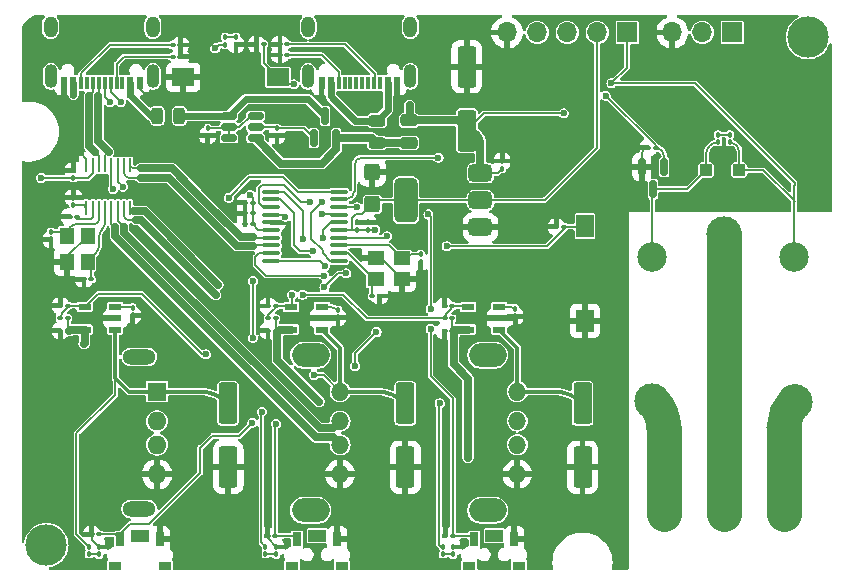
<source format=gtl>
G04 #@! TF.GenerationSoftware,KiCad,Pcbnew,8.0.2*
G04 #@! TF.CreationDate,2024-05-22T22:05:32+08:00*
G04 #@! TF.ProjectId,pppc_usb_hub,70707063-5f75-4736-925f-6875622e6b69,rev?*
G04 #@! TF.SameCoordinates,Original*
G04 #@! TF.FileFunction,Copper,L1,Top*
G04 #@! TF.FilePolarity,Positive*
%FSLAX46Y46*%
G04 Gerber Fmt 4.6, Leading zero omitted, Abs format (unit mm)*
G04 Created by KiCad (PCBNEW 8.0.2) date 2024-05-22 22:05:32*
%MOMM*%
%LPD*%
G01*
G04 APERTURE LIST*
G04 Aperture macros list*
%AMRoundRect*
0 Rectangle with rounded corners*
0 $1 Rounding radius*
0 $2 $3 $4 $5 $6 $7 $8 $9 X,Y pos of 4 corners*
0 Add a 4 corners polygon primitive as box body*
4,1,4,$2,$3,$4,$5,$6,$7,$8,$9,$2,$3,0*
0 Add four circle primitives for the rounded corners*
1,1,$1+$1,$2,$3*
1,1,$1+$1,$4,$5*
1,1,$1+$1,$6,$7*
1,1,$1+$1,$8,$9*
0 Add four rect primitives between the rounded corners*
20,1,$1+$1,$2,$3,$4,$5,0*
20,1,$1+$1,$4,$5,$6,$7,0*
20,1,$1+$1,$6,$7,$8,$9,0*
20,1,$1+$1,$8,$9,$2,$3,0*%
G04 Aperture macros list end*
G04 #@! TA.AperFunction,SMDPad,CuDef*
%ADD10RoundRect,0.100000X0.130000X0.100000X-0.130000X0.100000X-0.130000X-0.100000X0.130000X-0.100000X0*%
G04 #@! TD*
G04 #@! TA.AperFunction,SMDPad,CuDef*
%ADD11RoundRect,0.100000X-0.100000X0.130000X-0.100000X-0.130000X0.100000X-0.130000X0.100000X0.130000X0*%
G04 #@! TD*
G04 #@! TA.AperFunction,SMDPad,CuDef*
%ADD12R,0.700000X1.200000*%
G04 #@! TD*
G04 #@! TA.AperFunction,SMDPad,CuDef*
%ADD13R,1.500000X1.000000*%
G04 #@! TD*
G04 #@! TA.AperFunction,SMDPad,CuDef*
%ADD14R,1.100000X0.700000*%
G04 #@! TD*
G04 #@! TA.AperFunction,ComponentPad*
%ADD15R,1.700000X1.700000*%
G04 #@! TD*
G04 #@! TA.AperFunction,ComponentPad*
%ADD16O,1.700000X1.700000*%
G04 #@! TD*
G04 #@! TA.AperFunction,SMDPad,CuDef*
%ADD17RoundRect,0.100000X0.100000X-0.130000X0.100000X0.130000X-0.100000X0.130000X-0.100000X-0.130000X0*%
G04 #@! TD*
G04 #@! TA.AperFunction,ComponentPad*
%ADD18C,3.000000*%
G04 #@! TD*
G04 #@! TA.AperFunction,ComponentPad*
%ADD19C,2.500000*%
G04 #@! TD*
G04 #@! TA.AperFunction,SMDPad,CuDef*
%ADD20R,1.100000X0.600000*%
G04 #@! TD*
G04 #@! TA.AperFunction,SMDPad,CuDef*
%ADD21RoundRect,0.250000X-0.550000X1.500000X-0.550000X-1.500000X0.550000X-1.500000X0.550000X1.500000X0*%
G04 #@! TD*
G04 #@! TA.AperFunction,SMDPad,CuDef*
%ADD22RoundRect,0.150000X-0.150000X0.587500X-0.150000X-0.587500X0.150000X-0.587500X0.150000X0.587500X0*%
G04 #@! TD*
G04 #@! TA.AperFunction,SMDPad,CuDef*
%ADD23RoundRect,0.250000X0.300000X0.300000X-0.300000X0.300000X-0.300000X-0.300000X0.300000X-0.300000X0*%
G04 #@! TD*
G04 #@! TA.AperFunction,SMDPad,CuDef*
%ADD24RoundRect,0.375000X0.625000X0.375000X-0.625000X0.375000X-0.625000X-0.375000X0.625000X-0.375000X0*%
G04 #@! TD*
G04 #@! TA.AperFunction,SMDPad,CuDef*
%ADD25RoundRect,0.500000X0.500000X1.400000X-0.500000X1.400000X-0.500000X-1.400000X0.500000X-1.400000X0*%
G04 #@! TD*
G04 #@! TA.AperFunction,SMDPad,CuDef*
%ADD26RoundRect,0.150000X0.150000X-0.587500X0.150000X0.587500X-0.150000X0.587500X-0.150000X-0.587500X0*%
G04 #@! TD*
G04 #@! TA.AperFunction,SMDPad,CuDef*
%ADD27RoundRect,0.250000X0.475000X-0.250000X0.475000X0.250000X-0.475000X0.250000X-0.475000X-0.250000X0*%
G04 #@! TD*
G04 #@! TA.AperFunction,SMDPad,CuDef*
%ADD28RoundRect,0.100000X-0.130000X-0.100000X0.130000X-0.100000X0.130000X0.100000X-0.130000X0.100000X0*%
G04 #@! TD*
G04 #@! TA.AperFunction,ComponentPad*
%ADD29O,1.524000X1.524000*%
G04 #@! TD*
G04 #@! TA.AperFunction,ComponentPad*
%ADD30O,3.200000X2.000000*%
G04 #@! TD*
G04 #@! TA.AperFunction,SMDPad,CuDef*
%ADD31R,0.250000X1.200000*%
G04 #@! TD*
G04 #@! TA.AperFunction,ComponentPad*
%ADD32R,1.600000X1.600000*%
G04 #@! TD*
G04 #@! TA.AperFunction,ComponentPad*
%ADD33O,1.600000X1.600000*%
G04 #@! TD*
G04 #@! TA.AperFunction,ComponentPad*
%ADD34O,2.800000X1.300000*%
G04 #@! TD*
G04 #@! TA.AperFunction,SMDPad,CuDef*
%ADD35RoundRect,0.250000X0.425000X-0.450000X0.425000X0.450000X-0.425000X0.450000X-0.425000X-0.450000X0*%
G04 #@! TD*
G04 #@! TA.AperFunction,SMDPad,CuDef*
%ADD36R,0.550000X1.100000*%
G04 #@! TD*
G04 #@! TA.AperFunction,SMDPad,CuDef*
%ADD37R,0.300000X1.100000*%
G04 #@! TD*
G04 #@! TA.AperFunction,ComponentPad*
%ADD38O,1.100000X2.000000*%
G04 #@! TD*
G04 #@! TA.AperFunction,ComponentPad*
%ADD39O,1.200000X1.800000*%
G04 #@! TD*
G04 #@! TA.AperFunction,ComponentPad*
%ADD40O,2.400000X2.400000*%
G04 #@! TD*
G04 #@! TA.AperFunction,SMDPad,CuDef*
%ADD41R,1.400000X1.200000*%
G04 #@! TD*
G04 #@! TA.AperFunction,SMDPad,CuDef*
%ADD42RoundRect,0.243750X-0.456250X0.243750X-0.456250X-0.243750X0.456250X-0.243750X0.456250X0.243750X0*%
G04 #@! TD*
G04 #@! TA.AperFunction,SMDPad,CuDef*
%ADD43RoundRect,0.250000X0.550000X-1.500000X0.550000X1.500000X-0.550000X1.500000X-0.550000X-1.500000X0*%
G04 #@! TD*
G04 #@! TA.AperFunction,SMDPad,CuDef*
%ADD44RoundRect,0.100000X0.637500X0.100000X-0.637500X0.100000X-0.637500X-0.100000X0.637500X-0.100000X0*%
G04 #@! TD*
G04 #@! TA.AperFunction,SMDPad,CuDef*
%ADD45RoundRect,0.243750X-0.243750X-0.456250X0.243750X-0.456250X0.243750X0.456250X-0.243750X0.456250X0*%
G04 #@! TD*
G04 #@! TA.AperFunction,SMDPad,CuDef*
%ADD46RoundRect,0.150000X-0.512500X-0.150000X0.512500X-0.150000X0.512500X0.150000X-0.512500X0.150000X0*%
G04 #@! TD*
G04 #@! TA.AperFunction,ComponentPad*
%ADD47C,3.500000*%
G04 #@! TD*
G04 #@! TA.AperFunction,SMDPad,CuDef*
%ADD48R,1.500000X1.900000*%
G04 #@! TD*
G04 #@! TA.AperFunction,SMDPad,CuDef*
%ADD49R,1.200000X1.400000*%
G04 #@! TD*
G04 #@! TA.AperFunction,SMDPad,CuDef*
%ADD50R,1.900000X1.500000*%
G04 #@! TD*
G04 #@! TA.AperFunction,ViaPad*
%ADD51C,0.600000*%
G04 #@! TD*
G04 #@! TA.AperFunction,Conductor*
%ADD52C,0.200000*%
G04 #@! TD*
G04 #@! TA.AperFunction,Conductor*
%ADD53C,0.700000*%
G04 #@! TD*
G04 #@! TA.AperFunction,Conductor*
%ADD54C,0.350000*%
G04 #@! TD*
G04 #@! TA.AperFunction,Conductor*
%ADD55C,0.600000*%
G04 #@! TD*
G04 #@! TA.AperFunction,Conductor*
%ADD56C,0.643000*%
G04 #@! TD*
G04 #@! TA.AperFunction,Conductor*
%ADD57C,3.000000*%
G04 #@! TD*
G04 APERTURE END LIST*
D10*
X102420000Y-60700000D03*
X101780000Y-60700000D03*
X101420000Y-83900100D03*
X100780000Y-83900100D03*
D11*
X101537500Y-67805000D03*
X101537500Y-68445000D03*
X106700000Y-83180100D03*
X106700000Y-83820100D03*
D10*
X102420000Y-61600000D03*
X101780000Y-61600000D03*
D11*
X116450000Y-103255000D03*
X116450000Y-103895000D03*
D12*
X118224000Y-102600000D03*
X121624000Y-102600000D03*
D13*
X119924000Y-102300000D03*
D14*
X117823900Y-104850000D03*
X122024100Y-104850000D03*
D15*
X131180000Y-59700000D03*
D16*
X128640000Y-59700000D03*
X126100000Y-59700000D03*
X123560000Y-59700000D03*
X121020000Y-59700000D03*
D17*
X84300000Y-72020000D03*
X84300000Y-71380000D03*
D10*
X99470000Y-75950000D03*
X98830000Y-75950000D03*
D11*
X101450000Y-103255000D03*
X101450000Y-103895000D03*
D10*
X101370000Y-102300000D03*
X100730000Y-102300000D03*
X116355000Y-82850100D03*
X115715000Y-82850100D03*
D11*
X82400000Y-76580000D03*
X82400000Y-77220000D03*
D17*
X120600000Y-71220000D03*
X120600000Y-70580000D03*
D11*
X100550000Y-103230000D03*
X100550000Y-103870000D03*
D10*
X116420000Y-102300000D03*
X115780000Y-102300000D03*
D18*
X139370000Y-76748012D03*
D19*
X133320000Y-78698012D03*
D18*
X133320000Y-90898012D03*
X145370000Y-90948012D03*
D19*
X145320000Y-78698012D03*
D15*
X140080000Y-59700000D03*
D16*
X137540000Y-59700000D03*
X135000000Y-59700000D03*
D20*
X87838100Y-84850100D03*
X87838100Y-83900100D03*
X87838100Y-82950100D03*
X85237900Y-82950100D03*
X85237900Y-84850100D03*
D17*
X98050000Y-60720000D03*
X98050000Y-60080000D03*
D21*
X112400000Y-91100100D03*
X112400000Y-96500100D03*
X127400000Y-91100100D03*
X127400000Y-96500100D03*
D12*
X88224000Y-102600000D03*
X91624000Y-102600000D03*
D13*
X89924000Y-102300000D03*
D14*
X87823900Y-104850000D03*
X92024100Y-104850000D03*
D11*
X121700000Y-83080100D03*
X121700000Y-83720100D03*
D22*
X134320000Y-71092100D03*
X132420000Y-71092100D03*
X133370000Y-72967100D03*
D17*
X84300000Y-74320000D03*
X84300000Y-73680000D03*
D23*
X140670000Y-71367100D03*
X137870000Y-71367100D03*
D24*
X118750000Y-76200000D03*
X118750000Y-73900000D03*
D25*
X112450000Y-73900000D03*
D24*
X118750000Y-71600000D03*
D21*
X97400000Y-91100100D03*
X97400000Y-96500100D03*
D26*
X104650000Y-68637500D03*
X106550000Y-68637500D03*
X105600000Y-66762500D03*
D12*
X103224000Y-102600000D03*
X106624000Y-102600000D03*
D13*
X104924000Y-102300000D03*
D14*
X102823900Y-104850000D03*
X107024100Y-104850000D03*
D27*
X112700000Y-69050000D03*
X112700000Y-67150000D03*
D10*
X99470000Y-75000000D03*
X98830000Y-75000000D03*
X86470000Y-102200000D03*
X85830000Y-102200000D03*
D11*
X113700000Y-78480000D03*
X113700000Y-79120000D03*
D10*
X116355000Y-83910100D03*
X115715000Y-83910100D03*
X100420000Y-60700000D03*
X99780000Y-60700000D03*
D28*
X92700000Y-61750000D03*
X93340000Y-61750000D03*
D10*
X101420000Y-82850100D03*
X100780000Y-82850100D03*
D17*
X109200000Y-76420000D03*
X109200000Y-75780000D03*
X139870000Y-68987100D03*
X139870000Y-68347100D03*
D29*
X121874000Y-90100000D03*
X121874000Y-92599300D03*
X121874000Y-94600900D03*
X121874000Y-97100200D03*
D30*
X119373800Y-87030100D03*
X119373800Y-100170100D03*
D17*
X138870000Y-68987100D03*
X138870000Y-68347100D03*
D10*
X84620000Y-75300000D03*
X83980000Y-75300000D03*
X85820000Y-80600000D03*
X85180000Y-80600000D03*
D29*
X106874000Y-90100000D03*
X106874000Y-92599300D03*
X106874000Y-94600900D03*
X106874000Y-97100200D03*
D30*
X104373800Y-87030100D03*
X104373800Y-100170100D03*
D20*
X120338100Y-84850100D03*
X120338100Y-83900100D03*
X120338100Y-82950100D03*
X117737900Y-82950100D03*
X117737900Y-84850100D03*
D11*
X86450000Y-103255000D03*
X86450000Y-103895000D03*
D10*
X133590000Y-69467100D03*
X132950000Y-69467100D03*
D31*
X89105000Y-70949900D03*
X88574900Y-70949900D03*
X88045000Y-70949900D03*
X87514900Y-70949900D03*
X86985100Y-70949900D03*
X86455000Y-70949900D03*
X85924900Y-70949900D03*
X85395000Y-70949900D03*
X85395000Y-74550100D03*
X85924900Y-74550100D03*
X86455000Y-74550100D03*
X86985100Y-74550100D03*
X87514900Y-74550100D03*
X88045000Y-74550100D03*
X88574900Y-74550100D03*
X89105000Y-74550100D03*
D32*
X91374000Y-90100100D03*
D33*
X91374000Y-92600200D03*
X91374000Y-94600200D03*
X91374000Y-97100100D03*
D34*
X89873800Y-87150200D03*
X89873800Y-100050000D03*
D10*
X83820000Y-82830100D03*
X83180000Y-82830100D03*
D35*
X109600000Y-74250000D03*
X109600000Y-71550000D03*
D36*
X89900000Y-63963500D03*
X89099900Y-63963500D03*
D37*
X88449900Y-63963500D03*
X87949800Y-63963500D03*
X87449900Y-63963500D03*
X86950100Y-63963500D03*
X86449900Y-63963500D03*
X85950100Y-63963500D03*
X85449900Y-63963500D03*
X84949800Y-63963500D03*
D36*
X84299800Y-63963500D03*
X83500000Y-63963500D03*
D38*
X91025000Y-63413600D03*
D39*
X91025000Y-59213500D03*
D38*
X82375000Y-63413600D03*
D39*
X82375000Y-59213500D03*
D40*
X134290000Y-100450000D03*
X139370000Y-100450000D03*
X144450000Y-100450000D03*
D41*
X109899900Y-80575000D03*
X112100100Y-80575000D03*
X112100100Y-78825000D03*
X109899900Y-78825000D03*
D10*
X116355000Y-84970100D03*
X115715000Y-84970100D03*
D42*
X110000000Y-67162500D03*
X110000000Y-69037500D03*
D43*
X117600000Y-68000000D03*
X117600000Y-62600000D03*
D11*
X89300000Y-83000100D03*
X89300000Y-83640100D03*
D20*
X105338100Y-84850100D03*
X105338100Y-83900100D03*
X105338100Y-82950100D03*
X102737900Y-82950100D03*
X102737900Y-84850100D03*
D10*
X125820000Y-76150000D03*
X125180000Y-76150000D03*
D44*
X106775000Y-79025000D03*
X106775000Y-78375000D03*
X106775000Y-77725000D03*
X106775000Y-77075000D03*
X106775000Y-76425000D03*
X106775000Y-75775000D03*
X106775000Y-75125000D03*
X106775000Y-74475000D03*
X106775000Y-73825000D03*
X106775000Y-73175000D03*
X101050000Y-73175000D03*
X101050000Y-73825000D03*
X101050000Y-74475000D03*
X101050000Y-75125000D03*
X101050000Y-75775000D03*
X101050000Y-76425000D03*
X101050000Y-77075000D03*
X101050000Y-77725000D03*
X101050000Y-78375000D03*
X101050000Y-79025000D03*
D45*
X91392400Y-66750000D03*
X93267400Y-66750000D03*
D36*
X111700000Y-63963500D03*
X110899900Y-63963500D03*
D37*
X110249900Y-63963500D03*
X109749800Y-63963500D03*
X109249900Y-63963500D03*
X108750100Y-63963500D03*
X108249900Y-63963500D03*
X107750100Y-63963500D03*
X107249900Y-63963500D03*
X106749800Y-63963500D03*
D36*
X106099800Y-63963500D03*
X105300000Y-63963500D03*
D38*
X112825000Y-63413600D03*
D39*
X112825000Y-59213500D03*
D38*
X104175000Y-63413600D03*
D39*
X104175000Y-59213500D03*
D46*
X97462500Y-66750000D03*
X97462500Y-67700000D03*
X97462500Y-68650000D03*
X99737500Y-68650000D03*
X99737500Y-67700000D03*
X99737500Y-66750000D03*
D28*
X92700000Y-60750000D03*
X93340000Y-60750000D03*
D17*
X97150000Y-60720000D03*
X97150000Y-60080000D03*
D47*
X82000000Y-103100000D03*
D10*
X101420000Y-84950100D03*
X100780000Y-84950100D03*
D48*
X127600000Y-76100000D03*
X127600000Y-84100000D03*
D10*
X83820000Y-83890100D03*
X83180000Y-83890100D03*
X83820000Y-84950100D03*
X83180000Y-84950100D03*
X99470000Y-74100000D03*
X98830000Y-74100000D03*
D11*
X85600000Y-103230000D03*
X85600000Y-103870000D03*
X115600000Y-103230000D03*
X115600000Y-103870000D03*
D17*
X108300000Y-76420000D03*
X108300000Y-75780000D03*
D49*
X85500000Y-79100200D03*
X85500000Y-76900000D03*
X83750000Y-76900000D03*
X83750000Y-79100200D03*
D47*
X146500000Y-60100000D03*
D50*
X101600000Y-63500000D03*
X93600000Y-63500000D03*
D11*
X95662500Y-67805000D03*
X95662500Y-68445000D03*
D28*
X109580000Y-82000000D03*
X110220000Y-82000000D03*
D51*
X92800000Y-58900000D03*
X101900000Y-58800000D03*
X107300000Y-62300000D03*
X104000000Y-66700000D03*
X107900000Y-69600000D03*
X110900000Y-73000000D03*
X112700000Y-77600000D03*
X115400000Y-78900000D03*
X103800000Y-96400000D03*
X119500000Y-91900000D03*
X119300000Y-96200000D03*
X92400000Y-83100000D03*
X90400000Y-85100000D03*
X95100000Y-76100000D03*
X111300000Y-67900000D03*
X106900000Y-67200000D03*
X104100000Y-69800000D03*
X102200000Y-69600000D03*
X101600000Y-66500000D03*
X80700000Y-59600000D03*
X84600000Y-66100000D03*
X108800000Y-65600000D03*
X110800000Y-74500000D03*
X108500000Y-78300000D03*
X108292553Y-79993485D03*
X85000000Y-83900000D03*
X90400000Y-65000000D03*
X91300000Y-65100000D03*
X87100000Y-62600000D03*
X84900000Y-62000000D03*
X89000000Y-59300000D03*
X85200000Y-59300000D03*
X112200000Y-61400000D03*
X106900000Y-59400000D03*
X109600000Y-60200000D03*
X119700000Y-64600000D03*
X121600000Y-65000000D03*
X124200000Y-64000000D03*
X121500000Y-62300000D03*
X141100000Y-65000000D03*
X146300000Y-66900000D03*
X146700000Y-71300000D03*
X144700000Y-67700000D03*
X135800000Y-69000000D03*
X136200000Y-66900000D03*
X129700000Y-68600000D03*
X125800000Y-74500000D03*
X128400000Y-72600000D03*
X130000000Y-75500000D03*
X123100000Y-78900000D03*
X117300000Y-80900000D03*
X119200000Y-79300000D03*
X122000000Y-80300000D03*
X124400000Y-83000000D03*
X130100000Y-85900000D03*
X125500000Y-86000000D03*
X125700000Y-88200000D03*
X130000000Y-88000000D03*
X129700000Y-92400000D03*
X125100000Y-95800000D03*
X125200000Y-93700000D03*
X130100000Y-95000000D03*
X129900000Y-99600000D03*
X125600000Y-99100000D03*
X113400000Y-103100000D03*
X114200000Y-93800000D03*
X110200000Y-94000000D03*
X110100000Y-100200000D03*
X110600000Y-104100000D03*
X98100000Y-104100000D03*
X95100000Y-104100000D03*
X97000000Y-100800000D03*
X99100000Y-99700000D03*
X99400000Y-94500000D03*
X95100000Y-92700000D03*
X93000000Y-95300000D03*
X94900000Y-99800000D03*
X88500000Y-95700000D03*
X89400000Y-88600000D03*
X86700000Y-89300000D03*
X88900000Y-93100000D03*
X86900000Y-96900000D03*
X80600000Y-90400000D03*
X80600000Y-95400000D03*
X80400000Y-74900000D03*
X82500000Y-75200000D03*
X83200000Y-72900000D03*
X82500000Y-73900000D03*
X87100000Y-77400000D03*
X82200000Y-79100000D03*
X83700000Y-80600000D03*
X88100000Y-80500000D03*
X97600000Y-70500000D03*
X99500000Y-70900000D03*
X103200000Y-72000000D03*
X106600000Y-71700000D03*
X112500000Y-76400000D03*
X116400000Y-76600000D03*
X122400000Y-75900000D03*
X126800000Y-63400000D03*
X124600000Y-62600000D03*
X123500000Y-68900000D03*
X116100000Y-74900000D03*
X139200000Y-70200000D03*
X143400000Y-74000000D03*
X136100000Y-74200000D03*
X96300000Y-61050000D03*
X87200000Y-102900000D03*
X100758350Y-101350703D03*
X84900000Y-69900000D03*
X102500000Y-78200000D03*
X134100000Y-66300000D03*
X132200000Y-62200000D03*
X117900000Y-59200000D03*
X115200000Y-60000000D03*
X115100000Y-65800000D03*
X114500000Y-69200000D03*
X114400000Y-73000000D03*
X116400000Y-71900000D03*
X89600000Y-67800000D03*
X95700000Y-69600000D03*
X95600000Y-71700000D03*
X96900000Y-78700000D03*
X89900000Y-76700000D03*
X80800000Y-85700000D03*
X80400000Y-71300000D03*
X143500000Y-59000000D03*
X143600000Y-60400000D03*
X144100000Y-62000000D03*
X145900000Y-62800000D03*
X147800000Y-62700000D03*
X80800000Y-100500000D03*
X82100000Y-100300000D03*
X83600000Y-100900000D03*
X84500000Y-103500000D03*
X84500000Y-104700000D03*
X130700000Y-104400000D03*
X129700000Y-102000000D03*
X125100000Y-102000000D03*
X124100000Y-104100000D03*
X127500000Y-101400000D03*
X117300000Y-102900000D03*
X85200000Y-86050000D03*
X112750000Y-65850000D03*
X81575000Y-72025000D03*
X125800000Y-66550000D03*
X117700000Y-95700000D03*
X105100000Y-90950000D03*
X129850000Y-64000000D03*
X99500000Y-80750000D03*
X99500000Y-85550000D03*
X102250000Y-75300000D03*
X99450000Y-92750000D03*
X101450000Y-92850000D03*
X105400000Y-77100000D03*
X109950000Y-85050000D03*
X107400000Y-80100000D03*
X105550000Y-81250000D03*
X108150000Y-87950000D03*
X114550000Y-84800000D03*
X114350000Y-75100000D03*
X114550000Y-83100000D03*
X105350000Y-75100000D03*
X104650000Y-88700000D03*
X100250000Y-91800000D03*
X115303126Y-91096874D03*
X99250000Y-73438649D03*
X109850000Y-76400000D03*
X115900000Y-77800000D03*
X110850000Y-76950000D03*
X84300000Y-65000000D03*
X89100000Y-65000000D03*
X86100000Y-69800000D03*
X87400000Y-65600000D03*
X88300000Y-65600000D03*
X87300000Y-69800000D03*
X88484983Y-72740509D03*
X87642966Y-72957034D03*
X96355527Y-81900000D03*
X96557034Y-81042966D03*
X108300000Y-74500000D03*
X115200000Y-70300000D03*
X105600000Y-79450000D03*
X105550735Y-80299265D03*
X129350000Y-65050000D03*
X104300000Y-74050000D03*
X95500000Y-86950000D03*
X97450000Y-73700000D03*
X103750000Y-77200000D03*
X102800000Y-81900100D03*
X104550000Y-78200000D03*
X103700000Y-81900000D03*
X105300000Y-74050000D03*
X102950000Y-64100000D03*
D52*
X109830000Y-76420000D02*
X109850000Y-76400000D01*
X109200000Y-76420000D02*
X109830000Y-76420000D01*
X107873000Y-76398000D02*
X107900000Y-76425000D01*
X108700000Y-75100000D02*
X108200000Y-75100000D01*
X108200000Y-75100000D02*
X107873000Y-75427000D01*
X109550000Y-74250000D02*
X108700000Y-75100000D01*
X107873000Y-75427000D02*
X107873000Y-76398000D01*
X109600000Y-74250000D02*
X109550000Y-74250000D01*
X107900000Y-76425000D02*
X109195000Y-76425000D01*
X106775000Y-76425000D02*
X107900000Y-76425000D01*
X89900000Y-64500000D02*
X90400000Y-65000000D01*
X89900000Y-63963500D02*
X89900000Y-64500000D01*
X109899900Y-78825000D02*
X110350100Y-78825000D01*
X110350100Y-78825000D02*
X112100100Y-80575000D01*
X83750000Y-78650000D02*
X83750000Y-79100200D01*
X85500000Y-76900000D02*
X83750000Y-78650000D01*
X96630000Y-60720000D02*
X96300000Y-61050000D01*
X97150000Y-60720000D02*
X96630000Y-60720000D01*
X85830000Y-102635000D02*
X86450000Y-103255000D01*
X85830000Y-102200000D02*
X85830000Y-102635000D01*
X100730000Y-102535000D02*
X101450000Y-103255000D01*
X100730000Y-102300000D02*
X100730000Y-102535000D01*
X100730000Y-101379053D02*
X100758350Y-101350703D01*
X100730000Y-102300000D02*
X100730000Y-101379053D01*
X85395000Y-70395000D02*
X84900000Y-69900000D01*
X85395000Y-70949900D02*
X85395000Y-70395000D01*
X132420000Y-69997100D02*
X132420000Y-71092100D01*
X132950000Y-69467100D02*
G75*
G03*
X132420000Y-69997100I0J-530000D01*
G01*
X118750000Y-71600000D02*
X120220000Y-71600000D01*
X129750000Y-64000000D02*
X129850000Y-64000000D01*
D53*
X105100000Y-90950000D02*
X101560000Y-87410000D01*
D52*
X83820000Y-83890100D02*
X83820000Y-84950100D01*
X140670000Y-69787100D02*
X140670000Y-71367100D01*
X125800000Y-66550000D02*
X119050000Y-66550000D01*
X129850000Y-64000000D02*
X136900000Y-64000000D01*
D53*
X116495000Y-87795000D02*
X117700000Y-89000000D01*
D52*
X145350000Y-72600000D02*
X145320000Y-72630000D01*
D53*
X101800000Y-84850100D02*
X101560000Y-85090100D01*
D52*
X145350000Y-72450000D02*
X145350000Y-72600000D01*
X142717100Y-71367100D02*
X145350000Y-74000000D01*
X116355000Y-84970100D02*
X117448195Y-84970100D01*
X120220000Y-71600000D02*
X120600000Y-71220000D01*
X140670000Y-71367100D02*
X142717100Y-71367100D01*
D53*
X85237900Y-84850100D02*
X85237900Y-86012100D01*
X117737900Y-84850100D02*
X116495000Y-84850100D01*
D52*
X131180000Y-62670000D02*
X131180000Y-59700000D01*
X101420000Y-83900100D02*
X101420000Y-84950100D01*
X145350000Y-74000000D02*
X145320000Y-74030000D01*
D53*
X83962426Y-84949095D02*
X83960000Y-84950100D01*
D52*
X116355000Y-83910100D02*
X116355000Y-84970100D01*
D53*
X112700000Y-67150000D02*
X116750000Y-67150000D01*
X112750000Y-67100000D02*
X112700000Y-67150000D01*
D52*
X145320000Y-74030000D02*
X145320000Y-74150000D01*
X81580000Y-72020000D02*
X81575000Y-72025000D01*
X84300000Y-72020000D02*
X81580000Y-72020000D01*
D53*
X85237900Y-84850100D02*
X84061421Y-84850100D01*
D52*
X119050000Y-66550000D02*
X117600000Y-68000000D01*
D53*
X116495000Y-84850100D02*
X116495000Y-87795000D01*
D52*
X85924900Y-70949900D02*
X85924900Y-71625100D01*
D53*
X112750000Y-65850000D02*
X112750000Y-67100000D01*
D52*
X129850000Y-64000000D02*
X131180000Y-62670000D01*
D53*
X85237900Y-86012100D02*
X85200000Y-86050000D01*
X84061421Y-84850100D02*
X83962426Y-84949095D01*
D52*
X145320000Y-72630000D02*
X145320000Y-74150000D01*
D53*
X117700000Y-89000000D02*
X117700000Y-95700000D01*
X118750000Y-69150000D02*
X118750000Y-71600000D01*
X102737900Y-84850100D02*
X101800000Y-84850100D01*
D52*
X85530000Y-72020000D02*
X84300000Y-72020000D01*
D53*
X101560000Y-87410000D02*
X101560000Y-85090100D01*
D52*
X85924900Y-71625100D02*
X85530000Y-72020000D01*
X136900000Y-64000000D02*
X145350000Y-72450000D01*
X145320000Y-74150000D02*
X145320000Y-78698012D01*
D53*
X116750000Y-67150000D02*
G75*
G02*
X117600000Y-68000000I0J-850000D01*
G01*
D52*
X139870000Y-68987100D02*
G75*
G02*
X140670000Y-69787100I0J-800000D01*
G01*
D53*
X117600000Y-68000000D02*
G75*
G02*
X118750000Y-69150000I0J-1150000D01*
G01*
D52*
X117448195Y-84970100D02*
G75*
G03*
X117737902Y-84850102I5J409700D01*
G01*
D53*
X99737500Y-68650000D02*
X101887500Y-70800000D01*
X110000000Y-69037500D02*
X112687500Y-69037500D01*
X106550000Y-69550000D02*
X106550000Y-68637500D01*
X106550000Y-68637500D02*
X109600000Y-68637500D01*
X109600000Y-68637500D02*
X110000000Y-69037500D01*
X101887500Y-70800000D02*
X105300000Y-70800000D01*
X105300000Y-70800000D02*
X106550000Y-69550000D01*
X112687500Y-69037500D02*
X112700000Y-69050000D01*
D52*
X95000000Y-94850000D02*
X95050000Y-94850000D01*
X86470000Y-102200000D02*
X87824000Y-102200000D01*
X95050000Y-94850000D02*
X96050000Y-93850000D01*
X96050000Y-93850000D02*
X97600000Y-93850000D01*
X89650000Y-101300000D02*
X90717303Y-101300000D01*
X102075000Y-75125000D02*
X102250000Y-75300000D01*
X88224000Y-102600000D02*
X88224000Y-102150000D01*
X88224000Y-102150000D02*
X89074000Y-101300000D01*
X90717303Y-101300000D02*
X95000000Y-97017303D01*
X97600000Y-93850000D02*
X98350000Y-93850000D01*
X89074000Y-101300000D02*
X89650000Y-101300000D01*
X87824000Y-102200000D02*
X88224000Y-102600000D01*
X101050000Y-75125000D02*
X102075000Y-75125000D01*
X95000000Y-97017303D02*
X95000000Y-94850000D01*
X98350000Y-93850000D02*
X99450000Y-92750000D01*
X99500000Y-85550000D02*
X99500000Y-80750000D01*
X108150000Y-87950000D02*
X108150000Y-86850000D01*
X108150000Y-86850000D02*
X109950000Y-85050000D01*
X106700000Y-80100000D02*
X107400000Y-80100000D01*
X106075000Y-75775000D02*
X106775000Y-75775000D01*
X105400000Y-77100000D02*
X105400000Y-76450000D01*
X101370000Y-92930000D02*
X101450000Y-92850000D01*
X101370000Y-102300000D02*
X102924000Y-102300000D01*
X101370000Y-102300000D02*
X101370000Y-92930000D01*
X102924000Y-102300000D02*
X103224000Y-102600000D01*
X105550000Y-81250000D02*
X106700000Y-80100000D01*
X105400000Y-76450000D02*
X106075000Y-75775000D01*
X86500000Y-77500000D02*
X86498006Y-77547625D01*
X86105866Y-78494333D02*
X85500000Y-79100200D01*
X85820000Y-80600000D02*
X85820000Y-79872748D01*
X86985100Y-74550100D02*
X86985100Y-75711708D01*
X86700000Y-76400000D02*
X86670711Y-76429289D01*
X86500000Y-76841421D02*
X86500000Y-77500000D01*
X86498006Y-77547625D02*
G75*
G02*
X86105845Y-78494312I-1338806J25D01*
G01*
X86985100Y-75711708D02*
G75*
G02*
X86699998Y-76399998I-973400J8D01*
G01*
X86670711Y-76429289D02*
G75*
G03*
X86500003Y-76841421I412089J-412111D01*
G01*
X85820000Y-79872748D02*
G75*
G03*
X85500014Y-79100186I-1092500J48D01*
G01*
X84700000Y-75900000D02*
X86100000Y-75900000D01*
X83750000Y-76900000D02*
X83750000Y-76850000D01*
X86500000Y-75500000D02*
X86500000Y-74595100D01*
X82400000Y-76580000D02*
X82977452Y-76580000D01*
X86500000Y-74595100D02*
G75*
G03*
X86455000Y-74550100I-45000J0D01*
G01*
X83750000Y-76850000D02*
G75*
G02*
X84700000Y-75900000I950000J0D01*
G01*
X86100000Y-75900000D02*
G75*
G03*
X86500000Y-75500000I0J400000D01*
G01*
X82977452Y-76580000D02*
G75*
G02*
X83749985Y-76900015I-52J-1092600D01*
G01*
X84300000Y-74320000D02*
X85164900Y-74320000D01*
X85164900Y-74320000D02*
X85395000Y-74550100D01*
X85924900Y-74550100D02*
X85924900Y-75350100D01*
X85775000Y-75500000D02*
X84600000Y-75500000D01*
X85924900Y-75350100D02*
X85775000Y-75500000D01*
X114550000Y-88801471D02*
X114550000Y-84800000D01*
X116420000Y-102300000D02*
X116420000Y-90671471D01*
X117924000Y-102300000D02*
X118224000Y-102600000D01*
X114550000Y-75300000D02*
X114350000Y-75100000D01*
X116420000Y-102300000D02*
X117924000Y-102300000D01*
X114550000Y-83100000D02*
X114550000Y-75300000D01*
X105350000Y-75100000D02*
X106750000Y-75100000D01*
X106750000Y-75100000D02*
X106775000Y-75125000D01*
X116420000Y-90671471D02*
X114550000Y-88801471D01*
D54*
X87838100Y-88938200D02*
X89000000Y-90100100D01*
D52*
X84550000Y-93650000D02*
X87838100Y-90361900D01*
X87838100Y-90361900D02*
X87838100Y-84850100D01*
D54*
X89000000Y-90100100D02*
X91374000Y-90100100D01*
D52*
X85600000Y-103230000D02*
X84550000Y-102180000D01*
X84550000Y-102180000D02*
X84550000Y-93650000D01*
D54*
X87838100Y-84850100D02*
X87838100Y-88938200D01*
X91374000Y-90100100D02*
X94985787Y-90100100D01*
X94985787Y-90100100D02*
G75*
G02*
X97400004Y-91100096I13J-3414200D01*
G01*
X105338100Y-84850100D02*
X106874000Y-86386000D01*
D52*
X100200000Y-91850000D02*
X100250000Y-91800000D01*
X104650000Y-88700000D02*
X105474000Y-88700000D01*
X105474000Y-88700000D02*
X106874000Y-90100000D01*
X100550000Y-103230000D02*
X100200000Y-102880000D01*
D54*
X106874000Y-90100000D02*
X109985546Y-90100000D01*
D52*
X100200000Y-102880000D02*
X100200000Y-91850000D01*
D54*
X106874000Y-86386000D02*
X106874000Y-90100000D01*
X109985546Y-90100000D02*
G75*
G02*
X112399987Y-91100113I-46J-3414600D01*
G01*
D52*
X115420000Y-103230000D02*
X115250000Y-103060000D01*
D54*
X120338100Y-84850100D02*
X121874000Y-86386000D01*
D52*
X115250000Y-103060000D02*
X115250000Y-91150000D01*
D54*
X121874000Y-86386000D02*
X121874000Y-90100000D01*
X121874000Y-90100000D02*
X124985546Y-90100000D01*
D52*
X115250000Y-91150000D02*
X115303126Y-91096874D01*
X115600000Y-103230000D02*
X115420000Y-103230000D01*
D54*
X124985546Y-90100000D02*
G75*
G02*
X127399987Y-91100113I-46J-3414600D01*
G01*
D52*
X128640000Y-69460000D02*
X128640000Y-59700000D01*
X118750000Y-73900000D02*
X124200000Y-73900000D01*
X99470000Y-75950000D02*
X99945000Y-76425000D01*
X109195000Y-76425000D02*
X109200000Y-76420000D01*
X99250000Y-73438649D02*
X99470000Y-73658649D01*
X109950000Y-73900000D02*
X109600000Y-74250000D01*
X99945000Y-76425000D02*
X101050000Y-76425000D01*
X99470000Y-74100000D02*
X99470000Y-75950000D01*
X99470000Y-73658649D02*
X99470000Y-74100000D01*
X112450000Y-73900000D02*
X109950000Y-73900000D01*
X124200000Y-73900000D02*
X128640000Y-69460000D01*
X118750000Y-73900000D02*
X112450000Y-73900000D01*
X106775000Y-78375000D02*
X107512499Y-78375000D01*
X107512499Y-78375000D02*
X109712499Y-80575000D01*
X109580000Y-82000000D02*
X109580000Y-81347306D01*
X109712499Y-80575000D02*
X109899900Y-80575000D01*
X109580000Y-81347306D02*
G75*
G02*
X109899898Y-80574998I1092200J6D01*
G01*
X113700000Y-78480000D02*
X112933003Y-78480000D01*
X111000100Y-77725000D02*
X112100100Y-78825000D01*
X106775000Y-77725000D02*
X111000100Y-77725000D01*
X112933003Y-78480000D02*
G75*
G03*
X112100099Y-78824999I-3J-1177900D01*
G01*
X124369999Y-77800000D02*
X115900000Y-77800000D01*
X110850000Y-76950000D02*
X110725000Y-77075000D01*
X125820000Y-76150000D02*
X127550000Y-76150000D01*
X125820000Y-76150000D02*
X125820000Y-76349999D01*
X127550000Y-76150000D02*
X127600000Y-76100000D01*
X125820000Y-76349999D02*
X124369999Y-77800000D01*
X110725000Y-77075000D02*
X106775000Y-77075000D01*
X133320000Y-78698012D02*
X133320000Y-73017100D01*
X133320000Y-73017100D02*
X133370000Y-72967100D01*
X136270000Y-72967100D02*
X137870000Y-71367100D01*
X137870000Y-69987100D02*
X137870000Y-71367100D01*
X133370000Y-72967100D02*
X136270000Y-72967100D01*
X138870000Y-68987100D02*
G75*
G03*
X137870000Y-69987100I0J-1000000D01*
G01*
X97150000Y-60080000D02*
X98050000Y-60080000D01*
X86425000Y-103870000D02*
X86450000Y-103895000D01*
X85600000Y-103870000D02*
X86425000Y-103870000D01*
X100575000Y-103895000D02*
X100550000Y-103870000D01*
X101450000Y-103895000D02*
X100575000Y-103895000D01*
X115600000Y-103870000D02*
X116425000Y-103870000D01*
X116425000Y-103870000D02*
X116450000Y-103895000D01*
X138870000Y-68347100D02*
X139870000Y-68347100D01*
D55*
X97462500Y-66750000D02*
X98912500Y-65300000D01*
X93267400Y-66750000D02*
X97462500Y-66750000D01*
X98912500Y-65300000D02*
X104137500Y-65300000D01*
X104137500Y-65300000D02*
X105600000Y-66762500D01*
X89100000Y-65000000D02*
X90850000Y-66750000D01*
X84299800Y-64999800D02*
X84300000Y-65000000D01*
X84299800Y-63963500D02*
X84299800Y-64999800D01*
X90850000Y-66750000D02*
X91392400Y-66750000D01*
X89099900Y-63963500D02*
X89099900Y-64999900D01*
X89099900Y-64999900D02*
X89100000Y-65000000D01*
X110899900Y-66262600D02*
X110000000Y-67162500D01*
X110899900Y-63963500D02*
X110899900Y-66262600D01*
X106099800Y-65113500D02*
X108148800Y-67162500D01*
X108148800Y-67162500D02*
X110000000Y-67162500D01*
X106099800Y-63963500D02*
X106099800Y-65113500D01*
D52*
X87000000Y-65200000D02*
X87000000Y-64013400D01*
X85613400Y-65100000D02*
X85600000Y-65100000D01*
X87000000Y-64013400D02*
X86950100Y-63963500D01*
X85950100Y-64763300D02*
X85613400Y-65100000D01*
X86455000Y-70949900D02*
X86455000Y-70155000D01*
D56*
X86100000Y-69800000D02*
X85600000Y-69300000D01*
D52*
X85950100Y-63963500D02*
X85950100Y-64763300D01*
D56*
X85600000Y-69300000D02*
X85600000Y-65100000D01*
D52*
X87400000Y-65600000D02*
X87000000Y-65200000D01*
X86455000Y-70155000D02*
X86100000Y-69800000D01*
X84949800Y-63163600D02*
X84949800Y-63963500D01*
X92700000Y-60750000D02*
X87363400Y-60750000D01*
X87363400Y-60750000D02*
X84949800Y-63163600D01*
X92700000Y-61750000D02*
X88550000Y-61750000D01*
X87949800Y-62350200D02*
X87949800Y-63963500D01*
X88550000Y-61750000D02*
X87949800Y-62350200D01*
X86449900Y-63963500D02*
X86449900Y-65050100D01*
X86449900Y-65050100D02*
X86400000Y-65100000D01*
D56*
X87300000Y-69800000D02*
X86400000Y-68900000D01*
D52*
X86985100Y-70114900D02*
X87300000Y-69800000D01*
X86985100Y-70949900D02*
X86985100Y-70114900D01*
X87449900Y-63963500D02*
X87449900Y-64749900D01*
D56*
X86400000Y-68900000D02*
X86400000Y-65100000D01*
D52*
X87449900Y-64749900D02*
X88300000Y-65600000D01*
X105306449Y-61600000D02*
X106749800Y-63043351D01*
X106749800Y-63043351D02*
X106749800Y-63963500D01*
X102420000Y-61600000D02*
X105306449Y-61600000D01*
X109799900Y-63913400D02*
X109749800Y-63963500D01*
X109799900Y-63213500D02*
X109799900Y-63913400D01*
X107286400Y-60700000D02*
X109799900Y-63213500D01*
X102420000Y-60700000D02*
X107286400Y-60700000D01*
X88484983Y-72740509D02*
X88484983Y-72732705D01*
X88484983Y-72732705D02*
X88072019Y-72319741D01*
X88045000Y-72172492D02*
X88045000Y-70949900D01*
X88072019Y-72319741D02*
G75*
G02*
X88045014Y-72172492I424981J154041D01*
G01*
X87514900Y-70949900D02*
X87514900Y-72647856D01*
X87514900Y-72647856D02*
G75*
G03*
X87642932Y-72957068I437300J-44D01*
G01*
D56*
X106874000Y-94600900D02*
X106258201Y-93985101D01*
X106258201Y-93985101D02*
X104840627Y-93985101D01*
D52*
X87514900Y-75899900D02*
X87815000Y-76200000D01*
D56*
X104840627Y-93985101D02*
X87815000Y-76959474D01*
D52*
X87514900Y-74550100D02*
X87514900Y-75899900D01*
D56*
X87815000Y-76959474D02*
X87815000Y-76200000D01*
X88585000Y-76640526D02*
X88585000Y-76200000D01*
X105159573Y-93215099D02*
X88585000Y-76640526D01*
X106258201Y-93215099D02*
X105159573Y-93215099D01*
D52*
X88585000Y-76194304D02*
X88585000Y-76200000D01*
D56*
X106874000Y-92599300D02*
X106258201Y-93215099D01*
D52*
X88045000Y-75654304D02*
X88585000Y-76194304D01*
X88045000Y-74550100D02*
X88045000Y-75654304D01*
D56*
X96325123Y-81900000D02*
X90010123Y-75585000D01*
X96355527Y-81900000D02*
X96325123Y-81900000D01*
D52*
X88574900Y-74550100D02*
X88574900Y-75174900D01*
X89000000Y-75600000D02*
X89585000Y-75600000D01*
D56*
X90010123Y-75585000D02*
X89600000Y-75585000D01*
D52*
X88574900Y-75174900D02*
G75*
G03*
X89000000Y-75600000I425100J0D01*
G01*
X89585000Y-75600000D02*
G75*
G03*
X89600000Y-75585000I0J15000D01*
G01*
D56*
X90314068Y-74800000D02*
X89400000Y-74800000D01*
X96557034Y-81042966D02*
X90314068Y-74800000D01*
D57*
X139370000Y-100450000D02*
X139370000Y-76748012D01*
X134290000Y-93239799D02*
X134290000Y-100450000D01*
X133320000Y-90898012D02*
G75*
G02*
X134289997Y-93239799I-2341800J-2341788D01*
G01*
X144450000Y-100450000D02*
X144450000Y-93169088D01*
X144450000Y-93169088D02*
G75*
G02*
X145370001Y-90948013I3141100J-12D01*
G01*
D52*
X106775000Y-74475000D02*
X108275000Y-74475000D01*
X108275000Y-74475000D02*
G75*
G02*
X108300000Y-74500000I0J-25000D01*
G01*
X108710162Y-70300000D02*
X115200000Y-70300000D01*
X108101608Y-70911770D02*
X108100000Y-70910162D01*
X108101608Y-73098392D02*
X108101608Y-70911770D01*
X106775000Y-73825000D02*
X107375000Y-73825000D01*
X108100000Y-73100000D02*
X108101608Y-73098392D01*
X108100000Y-70910162D02*
G75*
G02*
X108710162Y-70300000I610200J-38D01*
G01*
X107375000Y-73825000D02*
G75*
G03*
X108100000Y-73100000I0J725000D01*
G01*
X105600000Y-79450000D02*
X105175000Y-79025000D01*
X105175000Y-79025000D02*
X101050000Y-79025000D01*
X100025000Y-78375000D02*
X101050000Y-78375000D01*
X99700000Y-78700000D02*
X100025000Y-78375000D01*
X99700000Y-79400000D02*
X99700000Y-78700000D01*
X105550735Y-80299265D02*
X105550000Y-80300000D01*
X105550000Y-80300000D02*
X100600000Y-80300000D01*
X100600000Y-80300000D02*
X99700000Y-79400000D01*
X103817500Y-67805000D02*
X104650000Y-68637500D01*
X101537500Y-67805000D02*
X103817500Y-67805000D01*
X101432500Y-67700000D02*
X101537500Y-67805000D01*
X99737500Y-67700000D02*
X101432500Y-67700000D01*
X99737500Y-66750000D02*
X99300000Y-66750000D01*
X95662500Y-67805000D02*
X97357500Y-67805000D01*
X99300000Y-66750000D02*
X98350000Y-67700000D01*
X97462500Y-67700000D02*
X97462500Y-68650000D01*
X97357500Y-67805000D02*
X97462500Y-67700000D01*
X98350000Y-67700000D02*
X97462500Y-67700000D01*
X104300000Y-74050000D02*
X103565686Y-74050000D01*
X134320000Y-71092100D02*
X134320000Y-70197100D01*
X103565686Y-74050000D02*
X102115686Y-72600000D01*
X129372899Y-65050000D02*
X129350000Y-65050000D01*
X100300000Y-72600000D02*
X100000000Y-72900000D01*
X100312501Y-74475000D02*
X101050000Y-74475000D01*
X100000000Y-72900000D02*
X100000000Y-74162499D01*
X100000000Y-74162499D02*
X100312501Y-74475000D01*
X133590000Y-69467100D02*
X133590000Y-69267101D01*
X102115686Y-72600000D02*
X100300000Y-72600000D01*
X133590000Y-69267101D02*
X129372899Y-65050000D01*
X134320000Y-70197100D02*
G75*
G03*
X133590000Y-69467100I-730000J0D01*
G01*
X87838100Y-82950100D02*
X89179290Y-82950100D01*
X89179290Y-82950100D02*
G75*
G02*
X89300003Y-83000097I10J-170700D01*
G01*
X105338100Y-82950100D02*
X106144731Y-82950100D01*
X106144731Y-82950100D02*
G75*
G02*
X106699991Y-83180109I-31J-785300D01*
G01*
X120338100Y-82950100D02*
X121386153Y-82950100D01*
X121386153Y-82950100D02*
G75*
G02*
X121700035Y-83080065I47J-443900D01*
G01*
X95200000Y-86950000D02*
X90100000Y-81850000D01*
X86338000Y-81850000D02*
X85237900Y-82950100D01*
X106775000Y-73175000D02*
X103275000Y-73175000D01*
X83816326Y-82905463D02*
X83758652Y-83044720D01*
X102050000Y-71950000D02*
X99200000Y-71950000D01*
X90100000Y-81850000D02*
X86338000Y-81850000D01*
X83820000Y-82830100D02*
X84948195Y-82830100D01*
X99200000Y-71950000D02*
X97450000Y-73700000D01*
X83754986Y-83053569D02*
X83364941Y-83443614D01*
X83758652Y-83044720D02*
X83754986Y-83053569D01*
X83820000Y-82830100D02*
X83816326Y-82905463D01*
X103275000Y-73175000D02*
X102050000Y-71950000D01*
X95500000Y-86950000D02*
X95200000Y-86950000D01*
X84948195Y-82830100D02*
G75*
G02*
X85237902Y-82950098I5J-409700D01*
G01*
X83364941Y-83443614D02*
G75*
G03*
X83179993Y-83890100I446459J-446486D01*
G01*
X102800000Y-82888000D02*
X102737900Y-82950100D01*
X103750000Y-77200000D02*
X103750000Y-74800000D01*
X101420000Y-82850100D02*
X102496479Y-82850100D01*
X102800000Y-81900100D02*
X102800000Y-82888000D01*
X100780000Y-83900100D02*
X100780000Y-83652224D01*
X100780000Y-83652224D02*
X101305361Y-83126863D01*
X103750000Y-74800000D02*
X102125000Y-73175000D01*
X102125000Y-73175000D02*
X101050000Y-73175000D01*
X102496479Y-82850100D02*
G75*
G02*
X102737906Y-82950094I21J-341400D01*
G01*
X101305361Y-83126863D02*
G75*
G03*
X101420001Y-82850100I-276761J276763D01*
G01*
X116246783Y-83121112D02*
X115896872Y-83471023D01*
X107150000Y-81900000D02*
X109150100Y-83900100D01*
X103700000Y-81900000D02*
X107150000Y-81900000D01*
X116305233Y-82904967D02*
X116248599Y-83041676D01*
X115705000Y-83900100D02*
X115715000Y-83910100D01*
X103450000Y-78200000D02*
X104550000Y-78200000D01*
X115717405Y-83828668D02*
X115715000Y-83910100D01*
X116355000Y-82850100D02*
X116305233Y-82904967D01*
X109150100Y-83900100D02*
X115705000Y-83900100D01*
X116248599Y-83041676D02*
X116246783Y-83121112D01*
X102950000Y-77700000D02*
X103450000Y-78200000D01*
X101787499Y-73825000D02*
X102950000Y-74987501D01*
X101050000Y-73825000D02*
X101787499Y-73825000D01*
X102950000Y-74987501D02*
X102950000Y-77700000D01*
X116355000Y-82850100D02*
X117496479Y-82850100D01*
X115896872Y-83471023D02*
G75*
G03*
X115717417Y-83828670I462628J-455977D01*
G01*
X117496479Y-82850100D02*
G75*
G02*
X117737906Y-82950094I21J-341400D01*
G01*
X100420000Y-62320000D02*
X101600000Y-63500000D01*
X106775000Y-79025000D02*
X106037501Y-79025000D01*
X102950000Y-64100000D02*
X102200000Y-64100000D01*
X104400000Y-77150000D02*
X104400000Y-74950000D01*
X105400000Y-78387499D02*
X105400000Y-78150000D01*
X105400000Y-78150000D02*
X104400000Y-77150000D01*
X104400000Y-74950000D02*
X105300000Y-74050000D01*
X100420000Y-60700000D02*
X100420000Y-62320000D01*
X102200000Y-64100000D02*
X101600000Y-63500000D01*
X106037501Y-79025000D02*
X105400000Y-78387499D01*
D56*
X92355526Y-72000000D02*
X98140526Y-77785000D01*
D52*
X101050000Y-77725000D02*
X99657789Y-77725000D01*
X88574900Y-70949900D02*
X88574900Y-71574900D01*
D56*
X98140526Y-77785000D02*
X99500000Y-77785000D01*
X90000000Y-72000000D02*
X92355526Y-72000000D01*
D52*
X89000000Y-72000000D02*
X90000000Y-72000000D01*
X88574900Y-71574900D02*
G75*
G03*
X89000000Y-72000000I425100J0D01*
G01*
D56*
X99500000Y-77015000D02*
X98459474Y-77015000D01*
X98459474Y-77015000D02*
X95137557Y-73693083D01*
D52*
X89300000Y-71200000D02*
X90000000Y-71200000D01*
X101050000Y-77075000D02*
X99775000Y-77075000D01*
D56*
X92644474Y-71200000D02*
X90000000Y-71200000D01*
X94368966Y-72924492D02*
X92644474Y-71200000D01*
D52*
X89105000Y-70949900D02*
X89105000Y-71005000D01*
D56*
X95137557Y-73693083D02*
X94368966Y-72924492D01*
D52*
X99775000Y-77075000D02*
X99600000Y-76900000D01*
X89105000Y-71005000D02*
G75*
G03*
X89300000Y-71200000I195000J0D01*
G01*
G04 #@! TA.AperFunction,Conductor*
G36*
X81826836Y-58220185D02*
G01*
X81872591Y-58272989D01*
X81882535Y-58342147D01*
X81853510Y-58405703D01*
X81847478Y-58412181D01*
X81809916Y-58449742D01*
X81809913Y-58449746D01*
X81730301Y-58568893D01*
X81730296Y-58568903D01*
X81675457Y-58701295D01*
X81675455Y-58701303D01*
X81647500Y-58841843D01*
X81647500Y-59585156D01*
X81675455Y-59725696D01*
X81675457Y-59725704D01*
X81730296Y-59858096D01*
X81730301Y-59858106D01*
X81809913Y-59977253D01*
X81809916Y-59977257D01*
X81911242Y-60078583D01*
X81911246Y-60078586D01*
X82030393Y-60158198D01*
X82030397Y-60158200D01*
X82030400Y-60158202D01*
X82162796Y-60213043D01*
X82303343Y-60240999D01*
X82303347Y-60241000D01*
X82303348Y-60241000D01*
X82446653Y-60241000D01*
X82446654Y-60240999D01*
X82587204Y-60213043D01*
X82719600Y-60158202D01*
X82838754Y-60078586D01*
X82940086Y-59977254D01*
X83019702Y-59858100D01*
X83074543Y-59725704D01*
X83102500Y-59585152D01*
X83102500Y-58841848D01*
X83074543Y-58701296D01*
X83019702Y-58568900D01*
X83019700Y-58568897D01*
X83019698Y-58568893D01*
X82940086Y-58449746D01*
X82940083Y-58449742D01*
X82902522Y-58412181D01*
X82869037Y-58350858D01*
X82874021Y-58281166D01*
X82915893Y-58225233D01*
X82981357Y-58200816D01*
X82990203Y-58200500D01*
X90409797Y-58200500D01*
X90476836Y-58220185D01*
X90522591Y-58272989D01*
X90532535Y-58342147D01*
X90503510Y-58405703D01*
X90497478Y-58412181D01*
X90459916Y-58449742D01*
X90459913Y-58449746D01*
X90380301Y-58568893D01*
X90380296Y-58568903D01*
X90325457Y-58701295D01*
X90325455Y-58701303D01*
X90297500Y-58841843D01*
X90297500Y-59585156D01*
X90325455Y-59725696D01*
X90325457Y-59725704D01*
X90380296Y-59858096D01*
X90380301Y-59858106D01*
X90459913Y-59977253D01*
X90459916Y-59977257D01*
X90561242Y-60078583D01*
X90561246Y-60078586D01*
X90680393Y-60158198D01*
X90680397Y-60158200D01*
X90680400Y-60158202D01*
X90812796Y-60213043D01*
X90953343Y-60240999D01*
X90953347Y-60241000D01*
X90953348Y-60241000D01*
X91096653Y-60241000D01*
X91096654Y-60240999D01*
X91237204Y-60213043D01*
X91369600Y-60158202D01*
X91488754Y-60078586D01*
X91590086Y-59977254D01*
X91669702Y-59858100D01*
X91724543Y-59725704D01*
X91752500Y-59585152D01*
X91752500Y-58841848D01*
X91724543Y-58701296D01*
X91669702Y-58568900D01*
X91669700Y-58568897D01*
X91669698Y-58568893D01*
X91590086Y-58449746D01*
X91590083Y-58449742D01*
X91552522Y-58412181D01*
X91519037Y-58350858D01*
X91524021Y-58281166D01*
X91565893Y-58225233D01*
X91631357Y-58200816D01*
X91640203Y-58200500D01*
X103559797Y-58200500D01*
X103626836Y-58220185D01*
X103672591Y-58272989D01*
X103682535Y-58342147D01*
X103653510Y-58405703D01*
X103647478Y-58412181D01*
X103609916Y-58449742D01*
X103609913Y-58449746D01*
X103530301Y-58568893D01*
X103530296Y-58568903D01*
X103475457Y-58701295D01*
X103475455Y-58701303D01*
X103447500Y-58841843D01*
X103447500Y-59585156D01*
X103475455Y-59725696D01*
X103475457Y-59725704D01*
X103530296Y-59858096D01*
X103530301Y-59858106D01*
X103609913Y-59977253D01*
X103609916Y-59977257D01*
X103711242Y-60078583D01*
X103711246Y-60078586D01*
X103830393Y-60158198D01*
X103830397Y-60158200D01*
X103830400Y-60158202D01*
X103962796Y-60213043D01*
X103992171Y-60218885D01*
X104032373Y-60226883D01*
X104094284Y-60259267D01*
X104128858Y-60319983D01*
X104125119Y-60389753D01*
X104084253Y-60446425D01*
X104019235Y-60472006D01*
X104008182Y-60472500D01*
X102801899Y-60472500D01*
X102734860Y-60452815D01*
X102714223Y-60436186D01*
X102714021Y-60435984D01*
X102693841Y-60422500D01*
X102638766Y-60385700D01*
X102638764Y-60385699D01*
X102638761Y-60385698D01*
X102572409Y-60372500D01*
X102572406Y-60372500D01*
X102548056Y-60372500D01*
X102481017Y-60352815D01*
X102438791Y-60304084D01*
X102438162Y-60304448D01*
X102436276Y-60301181D01*
X102435262Y-60300011D01*
X102434223Y-60297625D01*
X102434102Y-60297415D01*
X102337924Y-60172075D01*
X102212586Y-60075899D01*
X102066631Y-60015444D01*
X101980000Y-60004038D01*
X101980000Y-62295959D01*
X101980001Y-62295960D01*
X102066627Y-62284557D01*
X102066633Y-62284555D01*
X102212585Y-62224100D01*
X102337924Y-62127924D01*
X102434102Y-62002584D01*
X102438162Y-61995552D01*
X102439648Y-61996410D01*
X102477336Y-61949644D01*
X102543630Y-61927579D01*
X102548056Y-61927500D01*
X102572408Y-61927500D01*
X102572409Y-61927499D01*
X102638766Y-61914300D01*
X102714018Y-61864018D01*
X102714019Y-61864016D01*
X102714021Y-61864015D01*
X102714223Y-61863814D01*
X102714769Y-61863515D01*
X102724172Y-61857233D01*
X102724734Y-61858074D01*
X102775548Y-61830332D01*
X102801899Y-61827500D01*
X105160854Y-61827500D01*
X105227893Y-61847185D01*
X105248535Y-61863819D01*
X105535556Y-62150840D01*
X105569041Y-62212163D01*
X105564057Y-62281855D01*
X105522185Y-62337788D01*
X105479971Y-62358294D01*
X105407208Y-62377791D01*
X105397411Y-62380417D01*
X105271888Y-62452888D01*
X105271882Y-62452893D01*
X105169393Y-62555382D01*
X105169388Y-62555388D01*
X105096917Y-62680911D01*
X105096916Y-62680915D01*
X105071742Y-62774867D01*
X105069624Y-62782770D01*
X105033258Y-62842430D01*
X104970411Y-62872959D01*
X104901036Y-62864664D01*
X104847158Y-62820178D01*
X104828232Y-62774867D01*
X104826466Y-62765988D01*
X104826463Y-62765979D01*
X104814643Y-62737442D01*
X104775393Y-62642683D01*
X104775391Y-62642681D01*
X104775391Y-62642679D01*
X104701249Y-62531719D01*
X104701246Y-62531715D01*
X104606884Y-62437353D01*
X104606880Y-62437350D01*
X104495920Y-62363208D01*
X104495917Y-62363207D01*
X104372620Y-62312136D01*
X104372610Y-62312133D01*
X104241731Y-62286100D01*
X104241728Y-62286100D01*
X104108272Y-62286100D01*
X104108269Y-62286100D01*
X103977389Y-62312133D01*
X103977379Y-62312136D01*
X103854082Y-62363207D01*
X103854079Y-62363208D01*
X103743119Y-62437350D01*
X103743115Y-62437353D01*
X103648753Y-62531715D01*
X103648750Y-62531719D01*
X103574608Y-62642679D01*
X103574607Y-62642682D01*
X103523536Y-62765979D01*
X103523533Y-62765989D01*
X103497500Y-62896867D01*
X103497500Y-63746581D01*
X103477815Y-63813620D01*
X103425011Y-63859375D01*
X103355853Y-63869319D01*
X103292297Y-63840294D01*
X103279788Y-63827784D01*
X103232834Y-63773597D01*
X103232833Y-63773596D01*
X103232832Y-63773595D01*
X103129416Y-63707134D01*
X103011465Y-63672500D01*
X102888535Y-63672500D01*
X102888534Y-63672500D01*
X102854011Y-63682637D01*
X102836435Y-63687798D01*
X102766566Y-63687798D01*
X102707788Y-63650025D01*
X102678762Y-63586469D01*
X102677500Y-63568821D01*
X102677500Y-62737441D01*
X102673086Y-62715253D01*
X102670102Y-62700252D01*
X102670101Y-62700250D01*
X102641922Y-62658077D01*
X102599749Y-62629898D01*
X102562559Y-62622500D01*
X102562558Y-62622500D01*
X101095595Y-62622500D01*
X101028556Y-62602815D01*
X101007914Y-62586181D01*
X100683819Y-62262086D01*
X100650334Y-62200763D01*
X100647500Y-62174405D01*
X100647500Y-61800001D01*
X101057988Y-61800001D01*
X101065442Y-61856627D01*
X101065444Y-61856633D01*
X101125899Y-62002585D01*
X101222075Y-62127924D01*
X101347413Y-62224100D01*
X101493365Y-62284554D01*
X101493369Y-62284555D01*
X101580000Y-62295961D01*
X101580000Y-61800000D01*
X101057990Y-61800000D01*
X101057988Y-61800001D01*
X100647500Y-61800001D01*
X100647500Y-61400000D01*
X101057987Y-61400000D01*
X101580000Y-61400000D01*
X101580000Y-60900000D01*
X101057990Y-60900000D01*
X101057988Y-60900001D01*
X101065442Y-60956627D01*
X101065444Y-60956633D01*
X101125883Y-61102548D01*
X101133352Y-61172017D01*
X101125884Y-61197452D01*
X101065443Y-61343371D01*
X101057987Y-61400000D01*
X100647500Y-61400000D01*
X100647500Y-61074743D01*
X100667185Y-61007704D01*
X100702609Y-60971641D01*
X100714018Y-60964018D01*
X100764300Y-60888766D01*
X100777500Y-60822406D01*
X100777500Y-60577594D01*
X100777500Y-60577591D01*
X100777499Y-60577589D01*
X100764301Y-60511238D01*
X100764300Y-60511237D01*
X100764300Y-60511234D01*
X100756794Y-60500000D01*
X101057987Y-60500000D01*
X101580000Y-60500000D01*
X101580000Y-60004038D01*
X101493369Y-60015444D01*
X101493365Y-60015445D01*
X101347413Y-60075899D01*
X101222075Y-60172075D01*
X101125899Y-60297413D01*
X101065444Y-60443368D01*
X101057987Y-60500000D01*
X100756794Y-60500000D01*
X100714018Y-60435982D01*
X100638766Y-60385700D01*
X100638764Y-60385699D01*
X100638761Y-60385698D01*
X100572409Y-60372500D01*
X100572406Y-60372500D01*
X100548056Y-60372500D01*
X100481017Y-60352815D01*
X100438791Y-60304084D01*
X100438162Y-60304448D01*
X100436276Y-60301181D01*
X100435262Y-60300011D01*
X100434223Y-60297625D01*
X100434102Y-60297415D01*
X100337924Y-60172075D01*
X100212586Y-60075899D01*
X100066631Y-60015444D01*
X99980000Y-60004038D01*
X99980000Y-61395959D01*
X99980001Y-61395960D01*
X100052317Y-61386441D01*
X100121352Y-61397207D01*
X100173607Y-61443588D01*
X100192500Y-61509380D01*
X100192500Y-62274747D01*
X100192500Y-62365253D01*
X100222364Y-62437351D01*
X100227136Y-62448870D01*
X100486181Y-62707914D01*
X100519666Y-62769237D01*
X100522500Y-62795595D01*
X100522500Y-64262558D01*
X100529898Y-64299749D01*
X100558077Y-64341922D01*
X100600250Y-64370101D01*
X100600252Y-64370102D01*
X100628205Y-64375662D01*
X100637441Y-64377500D01*
X102568162Y-64377500D01*
X102635201Y-64397185D01*
X102661874Y-64420296D01*
X102667168Y-64426405D01*
X102770584Y-64492866D01*
X102888535Y-64527500D01*
X103011465Y-64527500D01*
X103129416Y-64492866D01*
X103232832Y-64426405D01*
X103313334Y-64333501D01*
X103364401Y-64221679D01*
X103364400Y-64221679D01*
X103367457Y-64214988D01*
X103413211Y-64162184D01*
X103480251Y-64142499D01*
X103547290Y-64162183D01*
X103583353Y-64197608D01*
X103648750Y-64295480D01*
X103648753Y-64295484D01*
X103743115Y-64389846D01*
X103743119Y-64389849D01*
X103854079Y-64463991D01*
X103854081Y-64463991D01*
X103854083Y-64463993D01*
X103977381Y-64515064D01*
X103977384Y-64515064D01*
X103977389Y-64515066D01*
X104108267Y-64541099D01*
X104108270Y-64541100D01*
X104108272Y-64541100D01*
X104241730Y-64541100D01*
X104241731Y-64541099D01*
X104280950Y-64533298D01*
X104378594Y-64513876D01*
X104378850Y-64515167D01*
X104441938Y-64514594D01*
X104501057Y-64551833D01*
X104530658Y-64615122D01*
X104531375Y-64620624D01*
X104531401Y-64620874D01*
X104531403Y-64620879D01*
X104581645Y-64755586D01*
X104581649Y-64755593D01*
X104667809Y-64870687D01*
X104667812Y-64870690D01*
X104782906Y-64956850D01*
X104782913Y-64956854D01*
X104917620Y-65007096D01*
X104917627Y-65007098D01*
X104977155Y-65013499D01*
X104977172Y-65013500D01*
X105050000Y-65013500D01*
X105050000Y-63837500D01*
X105069685Y-63770461D01*
X105122489Y-63724706D01*
X105174000Y-63713500D01*
X105426000Y-63713500D01*
X105493039Y-63733185D01*
X105538794Y-63785989D01*
X105550000Y-63837500D01*
X105550000Y-65013500D01*
X105550706Y-65014206D01*
X105615339Y-65033185D01*
X105661094Y-65085989D01*
X105672300Y-65137500D01*
X105672300Y-65169781D01*
X105679357Y-65196118D01*
X105701433Y-65278510D01*
X105704315Y-65283501D01*
X105757715Y-65375991D01*
X107806715Y-67424991D01*
X107886309Y-67504585D01*
X107983791Y-67560867D01*
X108092519Y-67590000D01*
X109151112Y-67590000D01*
X109218151Y-67609685D01*
X109238788Y-67626314D01*
X109289417Y-67676943D01*
X109325043Y-67712569D01*
X109436351Y-67766985D01*
X109436352Y-67766985D01*
X109436354Y-67766986D01*
X109508519Y-67777500D01*
X110491480Y-67777499D01*
X110563646Y-67766986D01*
X110674957Y-67712569D01*
X110762569Y-67624957D01*
X110816986Y-67513646D01*
X110827500Y-67441481D01*
X110827499Y-66990937D01*
X110847183Y-66923899D01*
X110863818Y-66903257D01*
X110902903Y-66864172D01*
X111847500Y-66864172D01*
X111847500Y-67435820D01*
X111847501Y-67435826D01*
X111858191Y-67509204D01*
X111897689Y-67589999D01*
X111913525Y-67622392D01*
X112002607Y-67711474D01*
X112002608Y-67711474D01*
X112002610Y-67711476D01*
X112115796Y-67766809D01*
X112189173Y-67777500D01*
X113210826Y-67777499D01*
X113284204Y-67766809D01*
X113397390Y-67711476D01*
X113445046Y-67663820D01*
X113506369Y-67630334D01*
X113532728Y-67627500D01*
X116548500Y-67627500D01*
X116615539Y-67647185D01*
X116661294Y-67699989D01*
X116672500Y-67751500D01*
X116672500Y-69535825D01*
X116682158Y-69602111D01*
X116683191Y-69609204D01*
X116711494Y-69667100D01*
X116738525Y-69722392D01*
X116827607Y-69811474D01*
X116827608Y-69811474D01*
X116827610Y-69811476D01*
X116940796Y-69866809D01*
X117014173Y-69877500D01*
X118148500Y-69877499D01*
X118215539Y-69897184D01*
X118261294Y-69949987D01*
X118272500Y-70001499D01*
X118272500Y-70598500D01*
X118252815Y-70665539D01*
X118200011Y-70711294D01*
X118148502Y-70722500D01*
X118076944Y-70722500D01*
X118076937Y-70722501D01*
X118017087Y-70728934D01*
X117881703Y-70779429D01*
X117881700Y-70779431D01*
X117766025Y-70866025D01*
X117679431Y-70981700D01*
X117679429Y-70981703D01*
X117628936Y-71117084D01*
X117628935Y-71117088D01*
X117622500Y-71176941D01*
X117622500Y-71176948D01*
X117622500Y-71176949D01*
X117622500Y-72023056D01*
X117622501Y-72023062D01*
X117628934Y-72082912D01*
X117679429Y-72218296D01*
X117679431Y-72218299D01*
X117766025Y-72333975D01*
X117878805Y-72418401D01*
X117881700Y-72420568D01*
X117881703Y-72420570D01*
X117905311Y-72429375D01*
X118017088Y-72471065D01*
X118076941Y-72477500D01*
X119423058Y-72477499D01*
X119482912Y-72471065D01*
X119618299Y-72420569D01*
X119733975Y-72333975D01*
X119820569Y-72218299D01*
X119871065Y-72082912D01*
X119877500Y-72023059D01*
X119877500Y-71951500D01*
X119897185Y-71884461D01*
X119949989Y-71838706D01*
X120001500Y-71827500D01*
X120265252Y-71827500D01*
X120265253Y-71827500D01*
X120348868Y-71792865D01*
X120527914Y-71613819D01*
X120589237Y-71580334D01*
X120615595Y-71577500D01*
X120722408Y-71577500D01*
X120722409Y-71577499D01*
X120788766Y-71564300D01*
X120864018Y-71514018D01*
X120914300Y-71438766D01*
X120927500Y-71372406D01*
X120927500Y-71348055D01*
X120947185Y-71281016D01*
X120995915Y-71238791D01*
X120995552Y-71238162D01*
X120998815Y-71236278D01*
X120999989Y-71235261D01*
X121002381Y-71234219D01*
X121002584Y-71234102D01*
X121127924Y-71137924D01*
X121224100Y-71012586D01*
X121284554Y-70866634D01*
X121284555Y-70866630D01*
X121295961Y-70780000D01*
X119904041Y-70780000D01*
X119866996Y-70822241D01*
X119863499Y-70819174D01*
X119839443Y-70846185D01*
X119772141Y-70864954D01*
X119705376Y-70844358D01*
X119699535Y-70840244D01*
X119618299Y-70779431D01*
X119618297Y-70779430D01*
X119618296Y-70779429D01*
X119482915Y-70728936D01*
X119482914Y-70728935D01*
X119482912Y-70728935D01*
X119423059Y-70722500D01*
X119423050Y-70722500D01*
X119351500Y-70722500D01*
X119284461Y-70702815D01*
X119238706Y-70650011D01*
X119227500Y-70598500D01*
X119227500Y-70380000D01*
X119904038Y-70380000D01*
X120400000Y-70380000D01*
X120800000Y-70380000D01*
X121295959Y-70380000D01*
X121295960Y-70379998D01*
X121284557Y-70293372D01*
X121284555Y-70293366D01*
X121224100Y-70147414D01*
X121127924Y-70022075D01*
X121002586Y-69925899D01*
X120856631Y-69865444D01*
X120800000Y-69857987D01*
X120800000Y-70380000D01*
X120400000Y-70380000D01*
X120400000Y-69857987D01*
X120343368Y-69865444D01*
X120197413Y-69925899D01*
X120072075Y-70022075D01*
X119975899Y-70147413D01*
X119915445Y-70293365D01*
X119915444Y-70293369D01*
X119904038Y-70380000D01*
X119227500Y-70380000D01*
X119227500Y-69033602D01*
X119227500Y-69033599D01*
X119194369Y-68803166D01*
X119128781Y-68579794D01*
X119055939Y-68420294D01*
X119032074Y-68368036D01*
X119032064Y-68368018D01*
X118906213Y-68172190D01*
X118906209Y-68172184D01*
X118753756Y-67996243D01*
X118577813Y-67843788D01*
X118577187Y-67843320D01*
X118577029Y-67843109D01*
X118574469Y-67840891D01*
X118574951Y-67840333D01*
X118535316Y-67787385D01*
X118527499Y-67744054D01*
X118527499Y-67445596D01*
X118547184Y-67378557D01*
X118563818Y-67357915D01*
X119107915Y-66813819D01*
X119169238Y-66780334D01*
X119195596Y-66777500D01*
X125374838Y-66777500D01*
X125441877Y-66797185D01*
X125468547Y-66820293D01*
X125517168Y-66876405D01*
X125620584Y-66942866D01*
X125738535Y-66977500D01*
X125861465Y-66977500D01*
X125979416Y-66942866D01*
X126082832Y-66876405D01*
X126163334Y-66783501D01*
X126202070Y-66698681D01*
X126214400Y-66671682D01*
X126214401Y-66671678D01*
X126222415Y-66615938D01*
X126231896Y-66550000D01*
X126214401Y-66428321D01*
X126214400Y-66428317D01*
X126178912Y-66350610D01*
X126163334Y-66316499D01*
X126082832Y-66223595D01*
X125979416Y-66157134D01*
X125861465Y-66122500D01*
X125738535Y-66122500D01*
X125620584Y-66157134D01*
X125620582Y-66157134D01*
X125620582Y-66157135D01*
X125517169Y-66223594D01*
X125517168Y-66223594D01*
X125517168Y-66223595D01*
X125468548Y-66279704D01*
X125409773Y-66317477D01*
X125374838Y-66322500D01*
X119004747Y-66322500D01*
X118980257Y-66332644D01*
X118958415Y-66341690D01*
X118921132Y-66357133D01*
X118738620Y-66539645D01*
X118677297Y-66573130D01*
X118607605Y-66568146D01*
X118551672Y-66526274D01*
X118530053Y-66468337D01*
X118528146Y-66468615D01*
X118524044Y-66440458D01*
X118516809Y-66390796D01*
X118461476Y-66277610D01*
X118461474Y-66277608D01*
X118461474Y-66277607D01*
X118372392Y-66188525D01*
X118259202Y-66133190D01*
X118185827Y-66122500D01*
X117014174Y-66122500D01*
X116940795Y-66133191D01*
X116827607Y-66188525D01*
X116738525Y-66277607D01*
X116683190Y-66390797D01*
X116672500Y-66464172D01*
X116672500Y-66548500D01*
X116652815Y-66615539D01*
X116600011Y-66661294D01*
X116548500Y-66672500D01*
X113532728Y-66672500D01*
X113465689Y-66652815D01*
X113445046Y-66636180D01*
X113397391Y-66588524D01*
X113397389Y-66588522D01*
X113297040Y-66539465D01*
X113245457Y-66492337D01*
X113227500Y-66428065D01*
X113227500Y-65787138D01*
X113227500Y-65787136D01*
X113194959Y-65665692D01*
X113157032Y-65600000D01*
X113132097Y-65556811D01*
X113132093Y-65556806D01*
X113043193Y-65467906D01*
X113043188Y-65467902D01*
X112934310Y-65405042D01*
X112934309Y-65405041D01*
X112899749Y-65395781D01*
X112812864Y-65372500D01*
X112687136Y-65372500D01*
X112614269Y-65392024D01*
X112565690Y-65405041D01*
X112565689Y-65405042D01*
X112456811Y-65467902D01*
X112456806Y-65467906D01*
X112367906Y-65556806D01*
X112367902Y-65556811D01*
X112305042Y-65665689D01*
X112305041Y-65665690D01*
X112290039Y-65721679D01*
X112272500Y-65787136D01*
X112272500Y-65787138D01*
X112272500Y-66403117D01*
X112252815Y-66470156D01*
X112200011Y-66515911D01*
X112166378Y-66525821D01*
X112115798Y-66533190D01*
X112002607Y-66588525D01*
X111913525Y-66677607D01*
X111858190Y-66790797D01*
X111847500Y-66864172D01*
X110902903Y-66864172D01*
X111034910Y-66732166D01*
X111241985Y-66525091D01*
X111298267Y-66427609D01*
X111327400Y-66318881D01*
X111327400Y-66206318D01*
X111327400Y-65137500D01*
X111347085Y-65070461D01*
X111399889Y-65024706D01*
X111449610Y-65013889D01*
X111450000Y-65013500D01*
X111450000Y-63837500D01*
X111469685Y-63770461D01*
X111522489Y-63724706D01*
X111574000Y-63713500D01*
X111826000Y-63713500D01*
X111893039Y-63733185D01*
X111938794Y-63785989D01*
X111950000Y-63837500D01*
X111950000Y-65013500D01*
X112022828Y-65013500D01*
X112022844Y-65013499D01*
X112082372Y-65007098D01*
X112082379Y-65007096D01*
X112217086Y-64956854D01*
X112217093Y-64956850D01*
X112332187Y-64870690D01*
X112332190Y-64870687D01*
X112418350Y-64755593D01*
X112418354Y-64755586D01*
X112468595Y-64620882D01*
X112468622Y-64620639D01*
X112468695Y-64620460D01*
X112470380Y-64613332D01*
X112471535Y-64613604D01*
X112495355Y-64556086D01*
X112552744Y-64516233D01*
X112622569Y-64513733D01*
X112627237Y-64515036D01*
X112758267Y-64541099D01*
X112758270Y-64541100D01*
X112758272Y-64541100D01*
X112891730Y-64541100D01*
X112891731Y-64541099D01*
X112960099Y-64527500D01*
X113022610Y-64515066D01*
X113022612Y-64515065D01*
X113022619Y-64515064D01*
X113145917Y-64463993D01*
X113256881Y-64389849D01*
X113351249Y-64295481D01*
X113425393Y-64184517D01*
X113439696Y-64149986D01*
X116300001Y-64149986D01*
X116310494Y-64252697D01*
X116365641Y-64419119D01*
X116365643Y-64419124D01*
X116457684Y-64568345D01*
X116581654Y-64692315D01*
X116730875Y-64784356D01*
X116730880Y-64784358D01*
X116897302Y-64839505D01*
X116897309Y-64839506D01*
X117000019Y-64849999D01*
X117349999Y-64849999D01*
X117850000Y-64849999D01*
X118199972Y-64849999D01*
X118199986Y-64849998D01*
X118302697Y-64839505D01*
X118469119Y-64784358D01*
X118469124Y-64784356D01*
X118618345Y-64692315D01*
X118742315Y-64568345D01*
X118834356Y-64419124D01*
X118834358Y-64419119D01*
X118889505Y-64252697D01*
X118889506Y-64252690D01*
X118899999Y-64149986D01*
X118900000Y-64149973D01*
X118900000Y-62850000D01*
X117850000Y-62850000D01*
X117850000Y-64849999D01*
X117349999Y-64849999D01*
X117350000Y-64849998D01*
X117350000Y-62850000D01*
X116300001Y-62850000D01*
X116300001Y-64149986D01*
X113439696Y-64149986D01*
X113476464Y-64061219D01*
X113502500Y-63930328D01*
X113502500Y-62896872D01*
X113502500Y-62896869D01*
X113502499Y-62896867D01*
X113476466Y-62765989D01*
X113476463Y-62765979D01*
X113464643Y-62737442D01*
X113425393Y-62642683D01*
X113425391Y-62642681D01*
X113425391Y-62642679D01*
X113351249Y-62531719D01*
X113351246Y-62531715D01*
X113256884Y-62437353D01*
X113256880Y-62437350D01*
X113145920Y-62363208D01*
X113145917Y-62363207D01*
X113022620Y-62312136D01*
X113022610Y-62312133D01*
X112891731Y-62286100D01*
X112891728Y-62286100D01*
X112758272Y-62286100D01*
X112758269Y-62286100D01*
X112627389Y-62312133D01*
X112627379Y-62312136D01*
X112504082Y-62363207D01*
X112504079Y-62363208D01*
X112393119Y-62437350D01*
X112393115Y-62437353D01*
X112298753Y-62531715D01*
X112298750Y-62531719D01*
X112224608Y-62642679D01*
X112224607Y-62642682D01*
X112173536Y-62765979D01*
X112173533Y-62765991D01*
X112171681Y-62775301D01*
X112139294Y-62837211D01*
X112078577Y-62871783D01*
X112008807Y-62868040D01*
X111952137Y-62827172D01*
X111930292Y-62783202D01*
X111902884Y-62680915D01*
X111889698Y-62658077D01*
X111830411Y-62555388D01*
X111830406Y-62555382D01*
X111727917Y-62452893D01*
X111727911Y-62452888D01*
X111602388Y-62380417D01*
X111602389Y-62380417D01*
X111590906Y-62377340D01*
X111462375Y-62342900D01*
X111317425Y-62342900D01*
X111188893Y-62377340D01*
X111177411Y-62380417D01*
X111051888Y-62452888D01*
X111051882Y-62452893D01*
X110949393Y-62555382D01*
X110949388Y-62555388D01*
X110876917Y-62680911D01*
X110876916Y-62680915D01*
X110839400Y-62820925D01*
X110839400Y-62965875D01*
X110868458Y-63074319D01*
X110876917Y-63105889D01*
X110880028Y-63113399D01*
X110877062Y-63114627D01*
X110889992Y-63167875D01*
X110867153Y-63233906D01*
X110812241Y-63277108D01*
X110766131Y-63286000D01*
X110612341Y-63286000D01*
X110575148Y-63293398D01*
X110563867Y-63298072D01*
X110562650Y-63295134D01*
X110514598Y-63310174D01*
X110461910Y-63295712D01*
X110460933Y-63298072D01*
X110449651Y-63293398D01*
X110412459Y-63286000D01*
X110412458Y-63286000D01*
X110151400Y-63286000D01*
X110084361Y-63266315D01*
X110038606Y-63213511D01*
X110031298Y-63179922D01*
X110029782Y-63180224D01*
X110027400Y-63168253D01*
X110027400Y-63168247D01*
X110013895Y-63135642D01*
X109992768Y-63084634D01*
X109992766Y-63084632D01*
X107958146Y-61050013D01*
X116300000Y-61050013D01*
X116300000Y-62350000D01*
X117350000Y-62350000D01*
X117850000Y-62350000D01*
X118899999Y-62350000D01*
X118899999Y-61050028D01*
X118899998Y-61050013D01*
X118889505Y-60947302D01*
X118834358Y-60780880D01*
X118834356Y-60780875D01*
X118742315Y-60631654D01*
X118618345Y-60507684D01*
X118469124Y-60415643D01*
X118469119Y-60415641D01*
X118302697Y-60360494D01*
X118302690Y-60360493D01*
X118199986Y-60350000D01*
X117850000Y-60350000D01*
X117850000Y-62350000D01*
X117350000Y-62350000D01*
X117350000Y-60350000D01*
X117000028Y-60350000D01*
X117000012Y-60350001D01*
X116897302Y-60360494D01*
X116730880Y-60415641D01*
X116730875Y-60415643D01*
X116581654Y-60507684D01*
X116457684Y-60631654D01*
X116365643Y-60780875D01*
X116365641Y-60780880D01*
X116310494Y-60947302D01*
X116310493Y-60947309D01*
X116300000Y-61050013D01*
X107958146Y-61050013D01*
X107415269Y-60507136D01*
X107415268Y-60507135D01*
X107331653Y-60472500D01*
X104341818Y-60472500D01*
X104274779Y-60452815D01*
X104229024Y-60400011D01*
X104219080Y-60330853D01*
X104248105Y-60267297D01*
X104306883Y-60229523D01*
X104317627Y-60226883D01*
X104350741Y-60220295D01*
X104387204Y-60213043D01*
X104519600Y-60158202D01*
X104638754Y-60078586D01*
X104740086Y-59977254D01*
X104819702Y-59858100D01*
X104874543Y-59725704D01*
X104902500Y-59585152D01*
X104902500Y-58841848D01*
X104874543Y-58701296D01*
X104819702Y-58568900D01*
X104819700Y-58568897D01*
X104819698Y-58568893D01*
X104740086Y-58449746D01*
X104740083Y-58449742D01*
X104702522Y-58412181D01*
X104669037Y-58350858D01*
X104674021Y-58281166D01*
X104715893Y-58225233D01*
X104781357Y-58200816D01*
X104790203Y-58200500D01*
X112209797Y-58200500D01*
X112276836Y-58220185D01*
X112322591Y-58272989D01*
X112332535Y-58342147D01*
X112303510Y-58405703D01*
X112297478Y-58412181D01*
X112259916Y-58449742D01*
X112259913Y-58449746D01*
X112180301Y-58568893D01*
X112180296Y-58568903D01*
X112125457Y-58701295D01*
X112125455Y-58701303D01*
X112097500Y-58841843D01*
X112097500Y-59585156D01*
X112125455Y-59725696D01*
X112125457Y-59725704D01*
X112180296Y-59858096D01*
X112180301Y-59858106D01*
X112259913Y-59977253D01*
X112259916Y-59977257D01*
X112361242Y-60078583D01*
X112361246Y-60078586D01*
X112480393Y-60158198D01*
X112480397Y-60158200D01*
X112480400Y-60158202D01*
X112612796Y-60213043D01*
X112753343Y-60240999D01*
X112753347Y-60241000D01*
X112753348Y-60241000D01*
X112896653Y-60241000D01*
X112896654Y-60240999D01*
X113037204Y-60213043D01*
X113169600Y-60158202D01*
X113288754Y-60078586D01*
X113390086Y-59977254D01*
X113469702Y-59858100D01*
X113524543Y-59725704D01*
X113552500Y-59585152D01*
X113552500Y-58841848D01*
X113524543Y-58701296D01*
X113469702Y-58568900D01*
X113469700Y-58568897D01*
X113469698Y-58568893D01*
X113390086Y-58449746D01*
X113390083Y-58449742D01*
X113352522Y-58412181D01*
X113319037Y-58350858D01*
X113324021Y-58281166D01*
X113365893Y-58225233D01*
X113431357Y-58200816D01*
X113440203Y-58200500D01*
X120481988Y-58200500D01*
X120549027Y-58220185D01*
X120594782Y-58272989D01*
X120604726Y-58342147D01*
X120575701Y-58405703D01*
X120534393Y-58436882D01*
X120342422Y-58526399D01*
X120342420Y-58526400D01*
X120148926Y-58661886D01*
X120148920Y-58661891D01*
X119981891Y-58828920D01*
X119981886Y-58828926D01*
X119846400Y-59022420D01*
X119846399Y-59022422D01*
X119746570Y-59236507D01*
X119746567Y-59236513D01*
X119689364Y-59449999D01*
X119689364Y-59450000D01*
X120586988Y-59450000D01*
X120554075Y-59507007D01*
X120520000Y-59634174D01*
X120520000Y-59765826D01*
X120554075Y-59892993D01*
X120586988Y-59950000D01*
X119689364Y-59950000D01*
X119746567Y-60163486D01*
X119746570Y-60163492D01*
X119846399Y-60377578D01*
X119981894Y-60571082D01*
X120148917Y-60738105D01*
X120342421Y-60873600D01*
X120556507Y-60973429D01*
X120556516Y-60973433D01*
X120770000Y-61030634D01*
X120770000Y-60133012D01*
X120827007Y-60165925D01*
X120954174Y-60200000D01*
X121085826Y-60200000D01*
X121212993Y-60165925D01*
X121270000Y-60133012D01*
X121270000Y-61030633D01*
X121483483Y-60973433D01*
X121483492Y-60973429D01*
X121697578Y-60873600D01*
X121891082Y-60738105D01*
X122058105Y-60571082D01*
X122193600Y-60377578D01*
X122293429Y-60163492D01*
X122293433Y-60163483D01*
X122354567Y-59935326D01*
X122354569Y-59935315D01*
X122355800Y-59921249D01*
X122381252Y-59856180D01*
X122437842Y-59815201D01*
X122507604Y-59811322D01*
X122568389Y-59845775D01*
X122597988Y-59896059D01*
X122652538Y-60075884D01*
X122743302Y-60245692D01*
X122743306Y-60245699D01*
X122865458Y-60394541D01*
X123014300Y-60516693D01*
X123014307Y-60516697D01*
X123144305Y-60586182D01*
X123184117Y-60607462D01*
X123368376Y-60663357D01*
X123560000Y-60682230D01*
X123751624Y-60663357D01*
X123935883Y-60607462D01*
X124105698Y-60516694D01*
X124254541Y-60394541D01*
X124376694Y-60245698D01*
X124467462Y-60075883D01*
X124523357Y-59891624D01*
X124542230Y-59700000D01*
X125117770Y-59700000D01*
X125136643Y-59891626D01*
X125192538Y-60075884D01*
X125283302Y-60245692D01*
X125283306Y-60245699D01*
X125405458Y-60394541D01*
X125554300Y-60516693D01*
X125554307Y-60516697D01*
X125684305Y-60586182D01*
X125724117Y-60607462D01*
X125908376Y-60663357D01*
X126100000Y-60682230D01*
X126291624Y-60663357D01*
X126475883Y-60607462D01*
X126645698Y-60516694D01*
X126794541Y-60394541D01*
X126916694Y-60245698D01*
X127007462Y-60075883D01*
X127063357Y-59891624D01*
X127082230Y-59700000D01*
X127063357Y-59508376D01*
X127007462Y-59324117D01*
X127004227Y-59318064D01*
X126916697Y-59154307D01*
X126916693Y-59154300D01*
X126794541Y-59005458D01*
X126645699Y-58883306D01*
X126645692Y-58883302D01*
X126475884Y-58792538D01*
X126291626Y-58736643D01*
X126100000Y-58717770D01*
X125908373Y-58736643D01*
X125724115Y-58792538D01*
X125554307Y-58883302D01*
X125554300Y-58883306D01*
X125405458Y-59005458D01*
X125283306Y-59154300D01*
X125283302Y-59154307D01*
X125192538Y-59324115D01*
X125136643Y-59508373D01*
X125117770Y-59700000D01*
X124542230Y-59700000D01*
X124523357Y-59508376D01*
X124467462Y-59324117D01*
X124464227Y-59318064D01*
X124376697Y-59154307D01*
X124376693Y-59154300D01*
X124254541Y-59005458D01*
X124105699Y-58883306D01*
X124105692Y-58883302D01*
X123935884Y-58792538D01*
X123751626Y-58736643D01*
X123560000Y-58717770D01*
X123368373Y-58736643D01*
X123184115Y-58792538D01*
X123014307Y-58883302D01*
X123014300Y-58883306D01*
X122865458Y-59005458D01*
X122743306Y-59154300D01*
X122743302Y-59154307D01*
X122652538Y-59324115D01*
X122597988Y-59503940D01*
X122559691Y-59562378D01*
X122495878Y-59590835D01*
X122426811Y-59580274D01*
X122374418Y-59534049D01*
X122355800Y-59478751D01*
X122354569Y-59464684D01*
X122354567Y-59464673D01*
X122293433Y-59236516D01*
X122293429Y-59236507D01*
X122193600Y-59022422D01*
X122193599Y-59022420D01*
X122058113Y-58828926D01*
X122058108Y-58828920D01*
X121891082Y-58661894D01*
X121697578Y-58526399D01*
X121505607Y-58436882D01*
X121453168Y-58390710D01*
X121434016Y-58323516D01*
X121454232Y-58256635D01*
X121507397Y-58211300D01*
X121558012Y-58200500D01*
X134461988Y-58200500D01*
X134529027Y-58220185D01*
X134574782Y-58272989D01*
X134584726Y-58342147D01*
X134555701Y-58405703D01*
X134514393Y-58436882D01*
X134322422Y-58526399D01*
X134322420Y-58526400D01*
X134128926Y-58661886D01*
X134128920Y-58661891D01*
X133961891Y-58828920D01*
X133961886Y-58828926D01*
X133826400Y-59022420D01*
X133826399Y-59022422D01*
X133726570Y-59236507D01*
X133726567Y-59236513D01*
X133669364Y-59449999D01*
X133669364Y-59450000D01*
X134566988Y-59450000D01*
X134534075Y-59507007D01*
X134500000Y-59634174D01*
X134500000Y-59765826D01*
X134534075Y-59892993D01*
X134566988Y-59950000D01*
X133669364Y-59950000D01*
X133726567Y-60163486D01*
X133726570Y-60163492D01*
X133826399Y-60377578D01*
X133961894Y-60571082D01*
X134128917Y-60738105D01*
X134322421Y-60873600D01*
X134536507Y-60973429D01*
X134536516Y-60973433D01*
X134750000Y-61030634D01*
X134750000Y-60133012D01*
X134807007Y-60165925D01*
X134934174Y-60200000D01*
X135065826Y-60200000D01*
X135192993Y-60165925D01*
X135250000Y-60133012D01*
X135250000Y-61030633D01*
X135463483Y-60973433D01*
X135463492Y-60973429D01*
X135677578Y-60873600D01*
X135871082Y-60738105D01*
X136038105Y-60571082D01*
X136173600Y-60377578D01*
X136273429Y-60163492D01*
X136273433Y-60163483D01*
X136334567Y-59935326D01*
X136334569Y-59935315D01*
X136335800Y-59921249D01*
X136361252Y-59856180D01*
X136417842Y-59815201D01*
X136487604Y-59811322D01*
X136548389Y-59845775D01*
X136577988Y-59896059D01*
X136632538Y-60075884D01*
X136723302Y-60245692D01*
X136723306Y-60245699D01*
X136845458Y-60394541D01*
X136994300Y-60516693D01*
X136994307Y-60516697D01*
X137124305Y-60586182D01*
X137164117Y-60607462D01*
X137348376Y-60663357D01*
X137540000Y-60682230D01*
X137731624Y-60663357D01*
X137915883Y-60607462D01*
X138085698Y-60516694D01*
X138234541Y-60394541D01*
X138356694Y-60245698D01*
X138447462Y-60075883D01*
X138503357Y-59891624D01*
X138522230Y-59700000D01*
X138503357Y-59508376D01*
X138447462Y-59324117D01*
X138444227Y-59318064D01*
X138356697Y-59154307D01*
X138356693Y-59154300D01*
X138234541Y-59005458D01*
X138085699Y-58883306D01*
X138085692Y-58883302D01*
X137999892Y-58837441D01*
X139102500Y-58837441D01*
X139102500Y-60562558D01*
X139109898Y-60599749D01*
X139138077Y-60641922D01*
X139180250Y-60670101D01*
X139180252Y-60670102D01*
X139208205Y-60675662D01*
X139217441Y-60677500D01*
X139217442Y-60677500D01*
X140942559Y-60677500D01*
X140949957Y-60676028D01*
X140979748Y-60670102D01*
X141021922Y-60641922D01*
X141050102Y-60599748D01*
X141057500Y-60562558D01*
X141057500Y-58837442D01*
X141050102Y-58800252D01*
X141044948Y-58792538D01*
X141021922Y-58758077D01*
X140979749Y-58729898D01*
X140942559Y-58722500D01*
X140942558Y-58722500D01*
X139217442Y-58722500D01*
X139217441Y-58722500D01*
X139180250Y-58729898D01*
X139138077Y-58758077D01*
X139109898Y-58800250D01*
X139102500Y-58837441D01*
X137999892Y-58837441D01*
X137915884Y-58792538D01*
X137731626Y-58736643D01*
X137540000Y-58717770D01*
X137348373Y-58736643D01*
X137164115Y-58792538D01*
X136994307Y-58883302D01*
X136994300Y-58883306D01*
X136845458Y-59005458D01*
X136723306Y-59154300D01*
X136723302Y-59154307D01*
X136632538Y-59324115D01*
X136577988Y-59503940D01*
X136539691Y-59562378D01*
X136475878Y-59590835D01*
X136406811Y-59580274D01*
X136354418Y-59534049D01*
X136335800Y-59478751D01*
X136334569Y-59464684D01*
X136334567Y-59464673D01*
X136273433Y-59236516D01*
X136273429Y-59236507D01*
X136173600Y-59022422D01*
X136173599Y-59022420D01*
X136038113Y-58828926D01*
X136038108Y-58828920D01*
X135871082Y-58661894D01*
X135677578Y-58526399D01*
X135485607Y-58436882D01*
X135433168Y-58390710D01*
X135414016Y-58323516D01*
X135434232Y-58256635D01*
X135487397Y-58211300D01*
X135538012Y-58200500D01*
X145575258Y-58200500D01*
X145642297Y-58220185D01*
X145688052Y-58272989D01*
X145697996Y-58342147D01*
X145668971Y-58405703D01*
X145634685Y-58433332D01*
X145482359Y-58516508D01*
X145482351Y-58516513D01*
X145267365Y-58677449D01*
X145267347Y-58677465D01*
X145077465Y-58867347D01*
X145077449Y-58867365D01*
X144916513Y-59082351D01*
X144916508Y-59082359D01*
X144787805Y-59318060D01*
X144787803Y-59318064D01*
X144722143Y-59494107D01*
X144696680Y-59562378D01*
X144693948Y-59569702D01*
X144636863Y-59832115D01*
X144617704Y-60099998D01*
X144617704Y-60100001D01*
X144636863Y-60367884D01*
X144692252Y-60622500D01*
X144693950Y-60630304D01*
X144734158Y-60738105D01*
X144787803Y-60881935D01*
X144787805Y-60881939D01*
X144916508Y-61117640D01*
X144916513Y-61117648D01*
X145077449Y-61332634D01*
X145077465Y-61332652D01*
X145267347Y-61522534D01*
X145267365Y-61522550D01*
X145482351Y-61683486D01*
X145482359Y-61683491D01*
X145718060Y-61812194D01*
X145718064Y-61812196D01*
X145718066Y-61812197D01*
X145969696Y-61906050D01*
X146081241Y-61930315D01*
X146232115Y-61963136D01*
X146232117Y-61963136D01*
X146232121Y-61963137D01*
X146470174Y-61980162D01*
X146499999Y-61982296D01*
X146500000Y-61982296D01*
X146500001Y-61982296D01*
X146527432Y-61980334D01*
X146767879Y-61963137D01*
X147030304Y-61906050D01*
X147281934Y-61812197D01*
X147517646Y-61683488D01*
X147732642Y-61522544D01*
X147922544Y-61332642D01*
X148083488Y-61117646D01*
X148212197Y-60881934D01*
X148295105Y-60659648D01*
X148336975Y-60603716D01*
X148402440Y-60579299D01*
X148470713Y-60594151D01*
X148520118Y-60643556D01*
X148535286Y-60702983D01*
X148535286Y-74776000D01*
X148515601Y-74843039D01*
X148462797Y-74888794D01*
X148411286Y-74900000D01*
X145671500Y-74900000D01*
X145604461Y-74880315D01*
X145558706Y-74827511D01*
X145547500Y-74776000D01*
X145547500Y-74142344D01*
X145556939Y-74094891D01*
X145557778Y-74092866D01*
X145577500Y-74045253D01*
X145577500Y-73954747D01*
X145557960Y-73907572D01*
X145556939Y-73905106D01*
X145547500Y-73857654D01*
X145547500Y-72742344D01*
X145556939Y-72694890D01*
X145557677Y-72693109D01*
X145577500Y-72645253D01*
X145577500Y-72404747D01*
X145575972Y-72401057D01*
X145560747Y-72364301D01*
X145560745Y-72364298D01*
X145558646Y-72359231D01*
X145542866Y-72321132D01*
X141286225Y-68064491D01*
X137028870Y-63807136D01*
X136945253Y-63772500D01*
X130698595Y-63772500D01*
X130631556Y-63752815D01*
X130585801Y-63700011D01*
X130575857Y-63630853D01*
X130604882Y-63567297D01*
X130610914Y-63560819D01*
X131372863Y-62798870D01*
X131372865Y-62798868D01*
X131407500Y-62715253D01*
X131407500Y-62624747D01*
X131407500Y-60801500D01*
X131427185Y-60734461D01*
X131479989Y-60688706D01*
X131531500Y-60677500D01*
X132042559Y-60677500D01*
X132049957Y-60676028D01*
X132079748Y-60670102D01*
X132121922Y-60641922D01*
X132150102Y-60599748D01*
X132157500Y-60562558D01*
X132157500Y-58837442D01*
X132150102Y-58800252D01*
X132144948Y-58792538D01*
X132121922Y-58758077D01*
X132079749Y-58729898D01*
X132042559Y-58722500D01*
X132042558Y-58722500D01*
X130317442Y-58722500D01*
X130317441Y-58722500D01*
X130280250Y-58729898D01*
X130238077Y-58758077D01*
X130209898Y-58800250D01*
X130202500Y-58837441D01*
X130202500Y-60562558D01*
X130209898Y-60599749D01*
X130238077Y-60641922D01*
X130280250Y-60670101D01*
X130280252Y-60670102D01*
X130308205Y-60675662D01*
X130317441Y-60677500D01*
X130317442Y-60677500D01*
X130828500Y-60677500D01*
X130895539Y-60697185D01*
X130941294Y-60749989D01*
X130952500Y-60801500D01*
X130952500Y-62524404D01*
X130932815Y-62591443D01*
X130916181Y-62612085D01*
X129992085Y-63536181D01*
X129930762Y-63569666D01*
X129904404Y-63572500D01*
X129788535Y-63572500D01*
X129670584Y-63607134D01*
X129670582Y-63607134D01*
X129670582Y-63607135D01*
X129567169Y-63673594D01*
X129486667Y-63766497D01*
X129486665Y-63766500D01*
X129435599Y-63878317D01*
X129435598Y-63878321D01*
X129418104Y-64000000D01*
X129435598Y-64121678D01*
X129435599Y-64121682D01*
X129464297Y-64184520D01*
X129486666Y-64233501D01*
X129567168Y-64326405D01*
X129670584Y-64392866D01*
X129788535Y-64427500D01*
X129911465Y-64427500D01*
X130029416Y-64392866D01*
X130132832Y-64326405D01*
X130181451Y-64270295D01*
X130240227Y-64232523D01*
X130275162Y-64227500D01*
X136754405Y-64227500D01*
X136821444Y-64247185D01*
X136842086Y-64263819D01*
X145057332Y-72479065D01*
X145090817Y-72540388D01*
X145091105Y-72572534D01*
X145092500Y-72572534D01*
X145092500Y-73121404D01*
X145072815Y-73188443D01*
X145020011Y-73234198D01*
X144950853Y-73244142D01*
X144887297Y-73215117D01*
X144880819Y-73209085D01*
X142845969Y-71174236D01*
X142845968Y-71174235D01*
X142762353Y-71139600D01*
X141470525Y-71139600D01*
X141403486Y-71119915D01*
X141357731Y-71067111D01*
X141347820Y-71033477D01*
X141344776Y-71012586D01*
X141336809Y-70957896D01*
X141281476Y-70844710D01*
X141281474Y-70844708D01*
X141281474Y-70844707D01*
X141192392Y-70755625D01*
X141079202Y-70700290D01*
X141003622Y-70689278D01*
X140940121Y-70660134D01*
X140902457Y-70601284D01*
X140897500Y-70566574D01*
X140897500Y-69697207D01*
X140897499Y-69697202D01*
X140893336Y-69673592D01*
X140866280Y-69520148D01*
X140804789Y-69351201D01*
X140714894Y-69195499D01*
X140682856Y-69157318D01*
X140599328Y-69057771D01*
X140461602Y-68942207D01*
X140461601Y-68942206D01*
X140387953Y-68899685D01*
X140305903Y-68852313D01*
X140305901Y-68852312D01*
X140305899Y-68852311D01*
X140254942Y-68833764D01*
X140198679Y-68792339D01*
X140188472Y-68774579D01*
X140184300Y-68768335D01*
X140184300Y-68768334D01*
X140162688Y-68735990D01*
X140141810Y-68669315D01*
X140160294Y-68601934D01*
X140162672Y-68598234D01*
X140184300Y-68565866D01*
X140197500Y-68499506D01*
X140197500Y-68194694D01*
X140197500Y-68194691D01*
X140197499Y-68194689D01*
X140184301Y-68128338D01*
X140184300Y-68128337D01*
X140184300Y-68128334D01*
X140134018Y-68053082D01*
X140058766Y-68002800D01*
X140058764Y-68002799D01*
X140058761Y-68002798D01*
X139992409Y-67989600D01*
X139992406Y-67989600D01*
X139747594Y-67989600D01*
X139747591Y-67989600D01*
X139681238Y-68002798D01*
X139681231Y-68002801D01*
X139605986Y-68053078D01*
X139605981Y-68053082D01*
X139598359Y-68064491D01*
X139544747Y-68109296D01*
X139495257Y-68119600D01*
X139244743Y-68119600D01*
X139177704Y-68099915D01*
X139141641Y-68064491D01*
X139134018Y-68053082D01*
X139134013Y-68053078D01*
X139058768Y-68002801D01*
X139058761Y-68002798D01*
X138992409Y-67989600D01*
X138992406Y-67989600D01*
X138747594Y-67989600D01*
X138747591Y-67989600D01*
X138681238Y-68002798D01*
X138681234Y-68002800D01*
X138605982Y-68053082D01*
X138555700Y-68128334D01*
X138555698Y-68128338D01*
X138542500Y-68194689D01*
X138542500Y-68499510D01*
X138555698Y-68565861D01*
X138555699Y-68565865D01*
X138555700Y-68565866D01*
X138577311Y-68598209D01*
X138598189Y-68664885D01*
X138579705Y-68732265D01*
X138577311Y-68735991D01*
X138553798Y-68771180D01*
X138500185Y-68815984D01*
X138489015Y-68820219D01*
X138398803Y-68849531D01*
X138369162Y-68864634D01*
X138226650Y-68937247D01*
X138070336Y-69050815D01*
X137933715Y-69187436D01*
X137820147Y-69343750D01*
X137732429Y-69515905D01*
X137672725Y-69699658D01*
X137642500Y-69890488D01*
X137642500Y-70566575D01*
X137622815Y-70633614D01*
X137570011Y-70679369D01*
X137536377Y-70689280D01*
X137460795Y-70700291D01*
X137347607Y-70755625D01*
X137258525Y-70844707D01*
X137203190Y-70957897D01*
X137192500Y-71031272D01*
X137192500Y-71671502D01*
X137172815Y-71738541D01*
X137156181Y-71759183D01*
X136212086Y-72703281D01*
X136150763Y-72736766D01*
X136124405Y-72739600D01*
X133921500Y-72739600D01*
X133854461Y-72719915D01*
X133808706Y-72667111D01*
X133797500Y-72615600D01*
X133797500Y-72338169D01*
X133797500Y-72338168D01*
X133794808Y-72314966D01*
X133794389Y-72314018D01*
X133767237Y-72252523D01*
X133752903Y-72220058D01*
X133679542Y-72146697D01*
X133679539Y-72146695D01*
X133679538Y-72146695D01*
X133584635Y-72104792D01*
X133561433Y-72102100D01*
X133561432Y-72102100D01*
X133289282Y-72102100D01*
X133222243Y-72082415D01*
X133176488Y-72029611D01*
X133166544Y-71960453D01*
X133170205Y-71943506D01*
X133217100Y-71782089D01*
X133219999Y-71745249D01*
X133220000Y-71745234D01*
X133220000Y-71342100D01*
X132670000Y-71342100D01*
X132670000Y-72326895D01*
X132670001Y-72326895D01*
X132672488Y-72326700D01*
X132672494Y-72326699D01*
X132783905Y-72294331D01*
X132853774Y-72294530D01*
X132912444Y-72332472D01*
X132941288Y-72396110D01*
X132942500Y-72413407D01*
X132942500Y-73596033D01*
X132945192Y-73619234D01*
X132945192Y-73619236D01*
X132987095Y-73714138D01*
X132987098Y-73714143D01*
X133056181Y-73783226D01*
X133089666Y-73844549D01*
X133092500Y-73870907D01*
X133092500Y-74776000D01*
X133072815Y-74843039D01*
X133020011Y-74888794D01*
X132968500Y-74900000D01*
X131300000Y-74900000D01*
X131300000Y-105075500D01*
X131280315Y-105142539D01*
X131227511Y-105188294D01*
X131176000Y-105199500D01*
X130032021Y-105199500D01*
X129964982Y-105179815D01*
X129919227Y-105127011D01*
X129909283Y-105057853D01*
X129910217Y-105052265D01*
X129910813Y-105049142D01*
X129935392Y-104920294D01*
X129936288Y-104906050D01*
X129955543Y-104600005D01*
X129955543Y-104599994D01*
X129935393Y-104279716D01*
X129935392Y-104279709D01*
X129935392Y-104279706D01*
X129875256Y-103964462D01*
X129776084Y-103659242D01*
X129762467Y-103630304D01*
X129639441Y-103368861D01*
X129639437Y-103368855D01*
X129467479Y-103097891D01*
X129467477Y-103097888D01*
X129262912Y-102850611D01*
X129246019Y-102834747D01*
X129028964Y-102630920D01*
X129028961Y-102630918D01*
X129028955Y-102630913D01*
X128769339Y-102442291D01*
X128769321Y-102442280D01*
X128488096Y-102287675D01*
X128488093Y-102287674D01*
X128189703Y-102169533D01*
X128189706Y-102169533D01*
X127878864Y-102089723D01*
X127878851Y-102089721D01*
X127560475Y-102049500D01*
X127560464Y-102049500D01*
X127239536Y-102049500D01*
X127239524Y-102049500D01*
X126921148Y-102089721D01*
X126921135Y-102089723D01*
X126610294Y-102169533D01*
X126311906Y-102287674D01*
X126311903Y-102287675D01*
X126030678Y-102442280D01*
X126030660Y-102442291D01*
X125771044Y-102630913D01*
X125771034Y-102630921D01*
X125537087Y-102850611D01*
X125332522Y-103097888D01*
X125332520Y-103097891D01*
X125160562Y-103368855D01*
X125160558Y-103368861D01*
X125023918Y-103659235D01*
X125023916Y-103659240D01*
X124924745Y-103964457D01*
X124864607Y-104279709D01*
X124864606Y-104279716D01*
X124844457Y-104599994D01*
X124844457Y-104600005D01*
X124864606Y-104920283D01*
X124864607Y-104920290D01*
X124889783Y-105052265D01*
X124883009Y-105121805D01*
X124839714Y-105176644D01*
X124773643Y-105199371D01*
X124767979Y-105199500D01*
X122825600Y-105199500D01*
X122758561Y-105179815D01*
X122712806Y-105127011D01*
X122701600Y-105075500D01*
X122701600Y-104487441D01*
X122699762Y-104478205D01*
X122694202Y-104450252D01*
X122690871Y-104445266D01*
X122666021Y-104408076D01*
X122657387Y-104399442D01*
X122658171Y-104398657D01*
X122621266Y-104354493D01*
X122612562Y-104285168D01*
X122631863Y-104236117D01*
X122640820Y-104222710D01*
X122650565Y-104208127D01*
X122699601Y-104089744D01*
X122722928Y-103972475D01*
X122724600Y-103964071D01*
X122724600Y-103835928D01*
X122699602Y-103710261D01*
X122699601Y-103710260D01*
X122699601Y-103710256D01*
X122650565Y-103591873D01*
X122650564Y-103591872D01*
X122650561Y-103591866D01*
X122579376Y-103485331D01*
X122579373Y-103485327D01*
X122503123Y-103409077D01*
X122469638Y-103347754D01*
X122467515Y-103308138D01*
X122473999Y-103247839D01*
X122474000Y-103247827D01*
X122474000Y-102850000D01*
X121498000Y-102850000D01*
X121430961Y-102830315D01*
X121385206Y-102777511D01*
X121374000Y-102726000D01*
X121374000Y-102350000D01*
X121874000Y-102350000D01*
X122474000Y-102350000D01*
X122474000Y-101952172D01*
X122473999Y-101952155D01*
X122467598Y-101892627D01*
X122467596Y-101892620D01*
X122417354Y-101757913D01*
X122417350Y-101757906D01*
X122331190Y-101642812D01*
X122331187Y-101642809D01*
X122216093Y-101556649D01*
X122216086Y-101556645D01*
X122081379Y-101506403D01*
X122081372Y-101506401D01*
X122021844Y-101500000D01*
X121874000Y-101500000D01*
X121874000Y-102350000D01*
X121374000Y-102350000D01*
X121374000Y-101500000D01*
X121226155Y-101500000D01*
X121166627Y-101506401D01*
X121166620Y-101506403D01*
X121031913Y-101556645D01*
X121031906Y-101556649D01*
X120916812Y-101642809D01*
X120916811Y-101642810D01*
X120904364Y-101659437D01*
X120848428Y-101701306D01*
X120778736Y-101706287D01*
X120736209Y-101688224D01*
X120723749Y-101679898D01*
X120686559Y-101672500D01*
X120686558Y-101672500D01*
X119161442Y-101672500D01*
X119161441Y-101672500D01*
X119124250Y-101679898D01*
X119082077Y-101708077D01*
X119053898Y-101750250D01*
X119046500Y-101787441D01*
X119046500Y-102812558D01*
X119053898Y-102849749D01*
X119082077Y-102891922D01*
X119124250Y-102920101D01*
X119124252Y-102920102D01*
X119150146Y-102925253D01*
X119161441Y-102927500D01*
X120650000Y-102927500D01*
X120717039Y-102947185D01*
X120762794Y-102999989D01*
X120774000Y-103051500D01*
X120774000Y-103234959D01*
X120754315Y-103301998D01*
X120701511Y-103347753D01*
X120682100Y-103354731D01*
X120578820Y-103382406D01*
X120561611Y-103387017D01*
X120436088Y-103459488D01*
X120436082Y-103459493D01*
X120333593Y-103561982D01*
X120333588Y-103561988D01*
X120261117Y-103687511D01*
X120261116Y-103687515D01*
X120223600Y-103827525D01*
X120223600Y-103972475D01*
X120257101Y-104097500D01*
X120261117Y-104112488D01*
X120333588Y-104238011D01*
X120333590Y-104238013D01*
X120333591Y-104238015D01*
X120436085Y-104340509D01*
X120436086Y-104340510D01*
X120436088Y-104340511D01*
X120561611Y-104412982D01*
X120561612Y-104412982D01*
X120561615Y-104412984D01*
X120701625Y-104450500D01*
X120701628Y-104450500D01*
X120846572Y-104450500D01*
X120846575Y-104450500D01*
X120986585Y-104412984D01*
X121112115Y-104340509D01*
X121171817Y-104280806D01*
X121233136Y-104247324D01*
X121302828Y-104252308D01*
X121358762Y-104294179D01*
X121383179Y-104359643D01*
X121368328Y-104427916D01*
X121362599Y-104437378D01*
X121353998Y-104450249D01*
X121346600Y-104487441D01*
X121346600Y-105075500D01*
X121326915Y-105142539D01*
X121274111Y-105188294D01*
X121222600Y-105199500D01*
X118625400Y-105199500D01*
X118558361Y-105179815D01*
X118512606Y-105127011D01*
X118501400Y-105075500D01*
X118501400Y-104487441D01*
X118500172Y-104481270D01*
X118494002Y-104450252D01*
X118484998Y-104436777D01*
X118464121Y-104370101D01*
X118482605Y-104302721D01*
X118534584Y-104256030D01*
X118603553Y-104244854D01*
X118667617Y-104272739D01*
X118675782Y-104280206D01*
X118736085Y-104340509D01*
X118736086Y-104340510D01*
X118736088Y-104340511D01*
X118861611Y-104412982D01*
X118861612Y-104412982D01*
X118861615Y-104412984D01*
X119001625Y-104450500D01*
X119001628Y-104450500D01*
X119146572Y-104450500D01*
X119146575Y-104450500D01*
X119286585Y-104412984D01*
X119412115Y-104340509D01*
X119514609Y-104238015D01*
X119587084Y-104112485D01*
X119624600Y-103972475D01*
X119624600Y-103827525D01*
X119587084Y-103687515D01*
X119575528Y-103667500D01*
X119514611Y-103561988D01*
X119514606Y-103561982D01*
X119412117Y-103459493D01*
X119412111Y-103459488D01*
X119286588Y-103387017D01*
X119286589Y-103387017D01*
X119269380Y-103382406D01*
X119146575Y-103349500D01*
X119001625Y-103349500D01*
X118861615Y-103387016D01*
X118861613Y-103387017D01*
X118853765Y-103389120D01*
X118853276Y-103387298D01*
X118794136Y-103393643D01*
X118731664Y-103362354D01*
X118696025Y-103302257D01*
X118694564Y-103247424D01*
X118701500Y-103212558D01*
X118701500Y-101987442D01*
X118694102Y-101950252D01*
X118692995Y-101948595D01*
X118665922Y-101908077D01*
X118623749Y-101879898D01*
X118586559Y-101872500D01*
X118586558Y-101872500D01*
X117861442Y-101872500D01*
X117861441Y-101872500D01*
X117824250Y-101879898D01*
X117782077Y-101908077D01*
X117753898Y-101950250D01*
X117749434Y-101972693D01*
X117717048Y-102034604D01*
X117656331Y-102069177D01*
X117627817Y-102072500D01*
X116801899Y-102072500D01*
X116734860Y-102052815D01*
X116714218Y-102036181D01*
X116714018Y-102035981D01*
X116702608Y-102028357D01*
X116657804Y-101974745D01*
X116647500Y-101925256D01*
X116647500Y-100081364D01*
X117646300Y-100081364D01*
X117646300Y-100258835D01*
X117674063Y-100434124D01*
X117674063Y-100434127D01*
X117728903Y-100602907D01*
X117728905Y-100602910D01*
X117798254Y-100739015D01*
X117809478Y-100761042D01*
X117913785Y-100904610D01*
X117913789Y-100904615D01*
X118039284Y-101030110D01*
X118039289Y-101030114D01*
X118111593Y-101082645D01*
X118182861Y-101134424D01*
X118340990Y-101214995D01*
X118340992Y-101214996D01*
X118509773Y-101269836D01*
X118509774Y-101269836D01*
X118509777Y-101269837D01*
X118685064Y-101297600D01*
X118685065Y-101297600D01*
X120062535Y-101297600D01*
X120062536Y-101297600D01*
X120237823Y-101269837D01*
X120237826Y-101269836D01*
X120237827Y-101269836D01*
X120406607Y-101214996D01*
X120406607Y-101214995D01*
X120406610Y-101214995D01*
X120564739Y-101134424D01*
X120708317Y-101030109D01*
X120833809Y-100904617D01*
X120938124Y-100761039D01*
X121018695Y-100602910D01*
X121073537Y-100434123D01*
X121101300Y-100258836D01*
X121101300Y-100081364D01*
X121073537Y-99906077D01*
X121073536Y-99906073D01*
X121073536Y-99906072D01*
X121018696Y-99737292D01*
X121018695Y-99737290D01*
X120938124Y-99579161D01*
X120920112Y-99554369D01*
X120833814Y-99435589D01*
X120833810Y-99435584D01*
X120708315Y-99310089D01*
X120708310Y-99310085D01*
X120564742Y-99205778D01*
X120564741Y-99205777D01*
X120564739Y-99205776D01*
X120485674Y-99165490D01*
X120406607Y-99125203D01*
X120237826Y-99070363D01*
X120106357Y-99049540D01*
X120062536Y-99042600D01*
X118685064Y-99042600D01*
X118626635Y-99051854D01*
X118509775Y-99070363D01*
X118509772Y-99070363D01*
X118340992Y-99125203D01*
X118182857Y-99205778D01*
X118039289Y-99310085D01*
X118039284Y-99310089D01*
X117913789Y-99435584D01*
X117913785Y-99435589D01*
X117809478Y-99579157D01*
X117728903Y-99737292D01*
X117674063Y-99906072D01*
X117674063Y-99906075D01*
X117646300Y-100081364D01*
X116647500Y-100081364D01*
X116647500Y-96850199D01*
X120634468Y-96850199D01*
X120634469Y-96850200D01*
X121490409Y-96850200D01*
X121447958Y-96923727D01*
X121416800Y-97040008D01*
X121416800Y-97160392D01*
X121447958Y-97276673D01*
X121490409Y-97350200D01*
X120634469Y-97350200D01*
X120683575Y-97533470D01*
X120683580Y-97533484D01*
X120776899Y-97733607D01*
X120776900Y-97733609D01*
X120903563Y-97914501D01*
X121059698Y-98070636D01*
X121240590Y-98197299D01*
X121240592Y-98197300D01*
X121440715Y-98290619D01*
X121440729Y-98290624D01*
X121623999Y-98339731D01*
X121624000Y-98339730D01*
X121624000Y-97483791D01*
X121697527Y-97526242D01*
X121813808Y-97557400D01*
X121934192Y-97557400D01*
X122050473Y-97526242D01*
X122124000Y-97483791D01*
X122124000Y-98339731D01*
X122307270Y-98290624D01*
X122307284Y-98290619D01*
X122507407Y-98197300D01*
X122507409Y-98197299D01*
X122688301Y-98070636D01*
X122708851Y-98050086D01*
X126100001Y-98050086D01*
X126110494Y-98152797D01*
X126165641Y-98319219D01*
X126165643Y-98319224D01*
X126257684Y-98468445D01*
X126381654Y-98592415D01*
X126530875Y-98684456D01*
X126530880Y-98684458D01*
X126697302Y-98739605D01*
X126697309Y-98739606D01*
X126800019Y-98750099D01*
X127149999Y-98750099D01*
X127650000Y-98750099D01*
X127999972Y-98750099D01*
X127999986Y-98750098D01*
X128102697Y-98739605D01*
X128269119Y-98684458D01*
X128269124Y-98684456D01*
X128418345Y-98592415D01*
X128542315Y-98468445D01*
X128634356Y-98319224D01*
X128634358Y-98319219D01*
X128689505Y-98152797D01*
X128689506Y-98152790D01*
X128699999Y-98050086D01*
X128700000Y-98050073D01*
X128700000Y-96750100D01*
X127650000Y-96750100D01*
X127650000Y-98750099D01*
X127149999Y-98750099D01*
X127150000Y-98750098D01*
X127150000Y-96750100D01*
X126100001Y-96750100D01*
X126100001Y-98050086D01*
X122708851Y-98050086D01*
X122844436Y-97914501D01*
X122971099Y-97733609D01*
X122971100Y-97733607D01*
X123064419Y-97533484D01*
X123064424Y-97533470D01*
X123113531Y-97350200D01*
X122257591Y-97350200D01*
X122300042Y-97276673D01*
X122331200Y-97160392D01*
X122331200Y-97040008D01*
X122300042Y-96923727D01*
X122257591Y-96850200D01*
X123113531Y-96850200D01*
X123113531Y-96850199D01*
X123064424Y-96666929D01*
X123064420Y-96666920D01*
X122971099Y-96466791D01*
X122971098Y-96466789D01*
X122844442Y-96285904D01*
X122688297Y-96129760D01*
X122507409Y-96003100D01*
X122507407Y-96003099D01*
X122307283Y-95909780D01*
X122124000Y-95860668D01*
X122124000Y-96716608D01*
X122050473Y-96674158D01*
X121934192Y-96643000D01*
X121813808Y-96643000D01*
X121697527Y-96674158D01*
X121624000Y-96716608D01*
X121624000Y-95860668D01*
X121440718Y-95909779D01*
X121240591Y-96003100D01*
X121240589Y-96003101D01*
X121059700Y-96129760D01*
X120903560Y-96285900D01*
X120776901Y-96466789D01*
X120776900Y-96466791D01*
X120683579Y-96666920D01*
X120683575Y-96666929D01*
X120634468Y-96850199D01*
X116647500Y-96850199D01*
X116647500Y-90626219D01*
X116647500Y-90626218D01*
X116612865Y-90542603D01*
X116548868Y-90478606D01*
X114813819Y-88743557D01*
X114780334Y-88682234D01*
X114777500Y-88655876D01*
X114777500Y-85311887D01*
X114797185Y-85244848D01*
X114849989Y-85199093D01*
X114919147Y-85189149D01*
X114982703Y-85218174D01*
X115016061Y-85264435D01*
X115060899Y-85372686D01*
X115157075Y-85498024D01*
X115282413Y-85594200D01*
X115428365Y-85654654D01*
X115428369Y-85654655D01*
X115515000Y-85666061D01*
X115515000Y-84894100D01*
X115534685Y-84827061D01*
X115587489Y-84781306D01*
X115639000Y-84770100D01*
X115791000Y-84770100D01*
X115858039Y-84789785D01*
X115903794Y-84842589D01*
X115915000Y-84894100D01*
X115915000Y-85666059D01*
X115930029Y-85679239D01*
X115946345Y-85681783D01*
X115998603Y-85728161D01*
X116017500Y-85793959D01*
X116017500Y-87732136D01*
X116017500Y-87857864D01*
X116036213Y-87927700D01*
X116050041Y-87979309D01*
X116050042Y-87979310D01*
X116112902Y-88088188D01*
X116112906Y-88088193D01*
X117186181Y-89161468D01*
X117219666Y-89222791D01*
X117222500Y-89249149D01*
X117222500Y-95762864D01*
X117246905Y-95853947D01*
X117255041Y-95884309D01*
X117255042Y-95884310D01*
X117317902Y-95993188D01*
X117317904Y-95993191D01*
X117317905Y-95993192D01*
X117406808Y-96082095D01*
X117515692Y-96144959D01*
X117637136Y-96177500D01*
X117637139Y-96177500D01*
X117762861Y-96177500D01*
X117762864Y-96177500D01*
X117884308Y-96144959D01*
X117993192Y-96082095D01*
X118082095Y-95993192D01*
X118144959Y-95884308D01*
X118177500Y-95762864D01*
X118177500Y-92599300D01*
X120979600Y-92599300D01*
X120999145Y-92785258D01*
X120999146Y-92785260D01*
X121056925Y-92963086D01*
X121150413Y-93125013D01*
X121275530Y-93263969D01*
X121426795Y-93373870D01*
X121426796Y-93373870D01*
X121426800Y-93373873D01*
X121503143Y-93407863D01*
X121597609Y-93449923D01*
X121597615Y-93449925D01*
X121733510Y-93478810D01*
X121794992Y-93512002D01*
X121828768Y-93573165D01*
X121824116Y-93642880D01*
X121782511Y-93699012D01*
X121733510Y-93721390D01*
X121597615Y-93750274D01*
X121597609Y-93750276D01*
X121426800Y-93826327D01*
X121426795Y-93826329D01*
X121275530Y-93936230D01*
X121150413Y-94075186D01*
X121056925Y-94237113D01*
X120999146Y-94414939D01*
X120999145Y-94414941D01*
X120979600Y-94600900D01*
X120999145Y-94786858D01*
X120999146Y-94786860D01*
X121056925Y-94964686D01*
X121150413Y-95126613D01*
X121275530Y-95265569D01*
X121426795Y-95375470D01*
X121426796Y-95375470D01*
X121426800Y-95375473D01*
X121528996Y-95420973D01*
X121597609Y-95451523D01*
X121597615Y-95451525D01*
X121780510Y-95490400D01*
X121780511Y-95490400D01*
X121967489Y-95490400D01*
X121967490Y-95490400D01*
X122150385Y-95451525D01*
X122150387Y-95451523D01*
X122150390Y-95451523D01*
X122173501Y-95441232D01*
X122321200Y-95375473D01*
X122472470Y-95265569D01*
X122597585Y-95126615D01*
X122691075Y-94964685D01*
X122695810Y-94950113D01*
X126100000Y-94950113D01*
X126100000Y-96250100D01*
X127150000Y-96250100D01*
X127650000Y-96250100D01*
X128699999Y-96250100D01*
X128699999Y-94950128D01*
X128699998Y-94950113D01*
X128689505Y-94847402D01*
X128634358Y-94680980D01*
X128634356Y-94680975D01*
X128542315Y-94531754D01*
X128418345Y-94407784D01*
X128269124Y-94315743D01*
X128269119Y-94315741D01*
X128102697Y-94260594D01*
X128102690Y-94260593D01*
X127999986Y-94250100D01*
X127650000Y-94250100D01*
X127650000Y-96250100D01*
X127150000Y-96250100D01*
X127150000Y-94250100D01*
X126800028Y-94250100D01*
X126800012Y-94250101D01*
X126697302Y-94260594D01*
X126530880Y-94315741D01*
X126530875Y-94315743D01*
X126381654Y-94407784D01*
X126257684Y-94531754D01*
X126165643Y-94680975D01*
X126165641Y-94680980D01*
X126110494Y-94847402D01*
X126110493Y-94847409D01*
X126100000Y-94950113D01*
X122695810Y-94950113D01*
X122748855Y-94786856D01*
X122768400Y-94600900D01*
X122748855Y-94414944D01*
X122691075Y-94237115D01*
X122631334Y-94133640D01*
X122597586Y-94075186D01*
X122472469Y-93936230D01*
X122321204Y-93826329D01*
X122321201Y-93826327D01*
X122321200Y-93826327D01*
X122275698Y-93806068D01*
X122150390Y-93750276D01*
X122150384Y-93750274D01*
X122041011Y-93727027D01*
X122014488Y-93721389D01*
X121953007Y-93688198D01*
X121919231Y-93627035D01*
X121923883Y-93557320D01*
X121965488Y-93501188D01*
X122014488Y-93478810D01*
X122150385Y-93449925D01*
X122150387Y-93449923D01*
X122150390Y-93449923D01*
X122173501Y-93439632D01*
X122321200Y-93373873D01*
X122472470Y-93263969D01*
X122597585Y-93125015D01*
X122691075Y-92963085D01*
X122748855Y-92785256D01*
X122768400Y-92599300D01*
X122748855Y-92413344D01*
X122691075Y-92235515D01*
X122648146Y-92161159D01*
X122597586Y-92073586D01*
X122472469Y-91934630D01*
X122321204Y-91824729D01*
X122321201Y-91824727D01*
X122321200Y-91824727D01*
X122275698Y-91804468D01*
X122150390Y-91748676D01*
X122150384Y-91748674D01*
X122006364Y-91718062D01*
X121967490Y-91709800D01*
X121780510Y-91709800D01*
X121764345Y-91713236D01*
X121597615Y-91748674D01*
X121597609Y-91748676D01*
X121426800Y-91824727D01*
X121426795Y-91824729D01*
X121275530Y-91934630D01*
X121150413Y-92073586D01*
X121056925Y-92235513D01*
X120999146Y-92413339D01*
X120999145Y-92413341D01*
X120979600Y-92599300D01*
X118177500Y-92599300D01*
X118177500Y-88937136D01*
X118144959Y-88815692D01*
X118103312Y-88743557D01*
X118082097Y-88706811D01*
X118082093Y-88706806D01*
X117008819Y-87633532D01*
X116975334Y-87572209D01*
X116972500Y-87545851D01*
X116972500Y-86941364D01*
X117646300Y-86941364D01*
X117646300Y-87118835D01*
X117674063Y-87294124D01*
X117674063Y-87294127D01*
X117728903Y-87462907D01*
X117758160Y-87520326D01*
X117809475Y-87621038D01*
X117809478Y-87621042D01*
X117913785Y-87764610D01*
X117913789Y-87764615D01*
X118039284Y-87890110D01*
X118039289Y-87890114D01*
X118162057Y-87979309D01*
X118182861Y-87994424D01*
X118334480Y-88071678D01*
X118340992Y-88074996D01*
X118509773Y-88129836D01*
X118509774Y-88129836D01*
X118509777Y-88129837D01*
X118685064Y-88157600D01*
X118685065Y-88157600D01*
X120062535Y-88157600D01*
X120062536Y-88157600D01*
X120237823Y-88129837D01*
X120237826Y-88129836D01*
X120237827Y-88129836D01*
X120406607Y-88074996D01*
X120406607Y-88074995D01*
X120406610Y-88074995D01*
X120564739Y-87994424D01*
X120708317Y-87890109D01*
X120833809Y-87764617D01*
X120938124Y-87621039D01*
X121018695Y-87462910D01*
X121073537Y-87294123D01*
X121101300Y-87118836D01*
X121101300Y-86941364D01*
X121073537Y-86766077D01*
X121073536Y-86766073D01*
X121073536Y-86766072D01*
X121018696Y-86597292D01*
X121008924Y-86578114D01*
X120938124Y-86439161D01*
X120911544Y-86402576D01*
X120833814Y-86295589D01*
X120833810Y-86295584D01*
X120708315Y-86170089D01*
X120708310Y-86170085D01*
X120564742Y-86065778D01*
X120564741Y-86065777D01*
X120564739Y-86065776D01*
X120485674Y-86025490D01*
X120406607Y-85985203D01*
X120237826Y-85930363D01*
X120106357Y-85909540D01*
X120062536Y-85902600D01*
X118685064Y-85902600D01*
X118626635Y-85911854D01*
X118509775Y-85930363D01*
X118509772Y-85930363D01*
X118340992Y-85985203D01*
X118182857Y-86065778D01*
X118039289Y-86170085D01*
X118039284Y-86170089D01*
X117913789Y-86295584D01*
X117913785Y-86295589D01*
X117809478Y-86439157D01*
X117728903Y-86597292D01*
X117674063Y-86766072D01*
X117674063Y-86766075D01*
X117646300Y-86941364D01*
X116972500Y-86941364D01*
X116972500Y-85451600D01*
X116992185Y-85384561D01*
X117044989Y-85338806D01*
X117096500Y-85327600D01*
X117800761Y-85327600D01*
X117800764Y-85327600D01*
X117922208Y-85295059D01*
X117923672Y-85294213D01*
X117925302Y-85293776D01*
X117929718Y-85291948D01*
X117929958Y-85292529D01*
X117985673Y-85277600D01*
X118300459Y-85277600D01*
X118307857Y-85276128D01*
X118337648Y-85270202D01*
X118379822Y-85242022D01*
X118408002Y-85199848D01*
X118415400Y-85162658D01*
X118415400Y-84537542D01*
X118408002Y-84500352D01*
X118390528Y-84474200D01*
X118379822Y-84458177D01*
X118337649Y-84429998D01*
X118300459Y-84422600D01*
X118300458Y-84422600D01*
X117985673Y-84422600D01*
X117929958Y-84407670D01*
X117929718Y-84408252D01*
X117925302Y-84406423D01*
X117923672Y-84405986D01*
X117922208Y-84405141D01*
X117922209Y-84405141D01*
X117890400Y-84396618D01*
X117800764Y-84372600D01*
X117800761Y-84372600D01*
X116748385Y-84372600D01*
X116681346Y-84352915D01*
X116635591Y-84300111D01*
X116625647Y-84230953D01*
X116645282Y-84179710D01*
X116665066Y-84150100D01*
X119288100Y-84150100D01*
X119288100Y-84247944D01*
X119294501Y-84307472D01*
X119294503Y-84307479D01*
X119344745Y-84442186D01*
X119344749Y-84442193D01*
X119430909Y-84557287D01*
X119430912Y-84557290D01*
X119546006Y-84643450D01*
X119546015Y-84643455D01*
X119579932Y-84656105D01*
X119635866Y-84697975D01*
X119660284Y-84763439D01*
X119660600Y-84772287D01*
X119660600Y-85162658D01*
X119667998Y-85199849D01*
X119696177Y-85242022D01*
X119738350Y-85270201D01*
X119738352Y-85270202D01*
X119760793Y-85274666D01*
X119775541Y-85277600D01*
X119775542Y-85277600D01*
X120286439Y-85277600D01*
X120353478Y-85297285D01*
X120374120Y-85313919D01*
X121535181Y-86474980D01*
X121568666Y-86536303D01*
X121571500Y-86562661D01*
X121571500Y-89180475D01*
X121551815Y-89247514D01*
X121499011Y-89293269D01*
X121497937Y-89293754D01*
X121426797Y-89325428D01*
X121426795Y-89325429D01*
X121275530Y-89435330D01*
X121150413Y-89574286D01*
X121056925Y-89736213D01*
X120999146Y-89914039D01*
X120999145Y-89914041D01*
X120979600Y-90100000D01*
X120999145Y-90285958D01*
X120999146Y-90285960D01*
X121056925Y-90463786D01*
X121150413Y-90625713D01*
X121275530Y-90764669D01*
X121426795Y-90874570D01*
X121426796Y-90874570D01*
X121426800Y-90874573D01*
X121512340Y-90912658D01*
X121597609Y-90950623D01*
X121597615Y-90950625D01*
X121780510Y-90989500D01*
X121780511Y-90989500D01*
X121967489Y-90989500D01*
X121967490Y-90989500D01*
X122150385Y-90950625D01*
X122150387Y-90950623D01*
X122150390Y-90950623D01*
X122173501Y-90940332D01*
X122321200Y-90874573D01*
X122472470Y-90764669D01*
X122597585Y-90625715D01*
X122690662Y-90464499D01*
X122741228Y-90416285D01*
X122798049Y-90402500D01*
X124937631Y-90402500D01*
X124982488Y-90402500D01*
X124988574Y-90402649D01*
X125284492Y-90417190D01*
X125296603Y-90418383D01*
X125586658Y-90461411D01*
X125598564Y-90463780D01*
X125883022Y-90535036D01*
X125894657Y-90538566D01*
X126170733Y-90637351D01*
X126181962Y-90642001D01*
X126401519Y-90745845D01*
X126453704Y-90792301D01*
X126472500Y-90857938D01*
X126472500Y-92635925D01*
X126481525Y-92697868D01*
X126483191Y-92709304D01*
X126520321Y-92785256D01*
X126538525Y-92822492D01*
X126627607Y-92911574D01*
X126627608Y-92911574D01*
X126627610Y-92911576D01*
X126740796Y-92966909D01*
X126814173Y-92977600D01*
X127985826Y-92977599D01*
X128059204Y-92966909D01*
X128172390Y-92911576D01*
X128261476Y-92822490D01*
X128316809Y-92709304D01*
X128327500Y-92635927D01*
X128327499Y-89564274D01*
X128316809Y-89490896D01*
X128261476Y-89377710D01*
X128261474Y-89377708D01*
X128261474Y-89377707D01*
X128172392Y-89288625D01*
X128059202Y-89233290D01*
X127985827Y-89222600D01*
X126814174Y-89222600D01*
X126740795Y-89233291D01*
X126627607Y-89288625D01*
X126538525Y-89377707D01*
X126483190Y-89490897D01*
X126472500Y-89564272D01*
X126472500Y-89923079D01*
X126452815Y-89990118D01*
X126400011Y-90035873D01*
X126330853Y-90045817D01*
X126306093Y-90039602D01*
X126104348Y-89966171D01*
X126104341Y-89966169D01*
X126104334Y-89966167D01*
X125790847Y-89882165D01*
X125790834Y-89882162D01*
X125790829Y-89882161D01*
X125631006Y-89853978D01*
X125471185Y-89825795D01*
X125147840Y-89797501D01*
X125147841Y-89797501D01*
X125025372Y-89797500D01*
X125025371Y-89797500D01*
X124985551Y-89797500D01*
X124985545Y-89797499D01*
X124937639Y-89797499D01*
X124937638Y-89797499D01*
X124927651Y-89797499D01*
X124927639Y-89797500D01*
X122798049Y-89797500D01*
X122731010Y-89777815D01*
X122690662Y-89735500D01*
X122654924Y-89673600D01*
X122597585Y-89574285D01*
X122472470Y-89435331D01*
X122472469Y-89435330D01*
X122321204Y-89325429D01*
X122321202Y-89325428D01*
X122250063Y-89293754D01*
X122196827Y-89248503D01*
X122176506Y-89181654D01*
X122176500Y-89180475D01*
X122176500Y-86346175D01*
X122176499Y-86346169D01*
X122172060Y-86329603D01*
X122172059Y-86329601D01*
X122165546Y-86305293D01*
X122155886Y-86269240D01*
X122116061Y-86200261D01*
X121051919Y-85136119D01*
X121031019Y-85097844D01*
X126350000Y-85097844D01*
X126356401Y-85157372D01*
X126356403Y-85157379D01*
X126406645Y-85292086D01*
X126406649Y-85292093D01*
X126492809Y-85407187D01*
X126492812Y-85407190D01*
X126607906Y-85493350D01*
X126607913Y-85493354D01*
X126742620Y-85543596D01*
X126742627Y-85543598D01*
X126802155Y-85549999D01*
X126802172Y-85550000D01*
X127350000Y-85550000D01*
X127850000Y-85550000D01*
X128397828Y-85550000D01*
X128397844Y-85549999D01*
X128457372Y-85543598D01*
X128457379Y-85543596D01*
X128592086Y-85493354D01*
X128592093Y-85493350D01*
X128707187Y-85407190D01*
X128707190Y-85407187D01*
X128793350Y-85292093D01*
X128793354Y-85292086D01*
X128843596Y-85157379D01*
X128843598Y-85157372D01*
X128849999Y-85097844D01*
X128850000Y-85097827D01*
X128850000Y-84350000D01*
X127850000Y-84350000D01*
X127850000Y-85550000D01*
X127350000Y-85550000D01*
X127350000Y-84350000D01*
X126350000Y-84350000D01*
X126350000Y-85097844D01*
X121031019Y-85097844D01*
X121018434Y-85074796D01*
X121015600Y-85048438D01*
X121015600Y-84772287D01*
X121035285Y-84705248D01*
X121088089Y-84659493D01*
X121096268Y-84656105D01*
X121130184Y-84643455D01*
X121130193Y-84643450D01*
X121245286Y-84557291D01*
X121304553Y-84478121D01*
X121360487Y-84436250D01*
X121430178Y-84431266D01*
X121435925Y-84432660D01*
X121443380Y-84434658D01*
X121499998Y-84442111D01*
X121500000Y-84442110D01*
X121900000Y-84442110D01*
X121900001Y-84442111D01*
X121956627Y-84434657D01*
X121956633Y-84434655D01*
X122102585Y-84374200D01*
X122227924Y-84278024D01*
X122324100Y-84152686D01*
X122384554Y-84006734D01*
X122384555Y-84006730D01*
X122395961Y-83920100D01*
X121900000Y-83920100D01*
X121900000Y-84442110D01*
X121500000Y-84442110D01*
X121500000Y-83920100D01*
X121431100Y-83920100D01*
X121431100Y-84026100D01*
X121411415Y-84093139D01*
X121358611Y-84138894D01*
X121307100Y-84150100D01*
X119288100Y-84150100D01*
X116665066Y-84150100D01*
X116680100Y-84127600D01*
X116699300Y-84098866D01*
X116712500Y-84032506D01*
X116712500Y-83787694D01*
X116712500Y-83787691D01*
X116712499Y-83787689D01*
X116699301Y-83721338D01*
X116699300Y-83721337D01*
X116699300Y-83721334D01*
X116649018Y-83646082D01*
X116573766Y-83595800D01*
X116573764Y-83595799D01*
X116573761Y-83595798D01*
X116507409Y-83582600D01*
X116507406Y-83582600D01*
X116406390Y-83582600D01*
X116339351Y-83562915D01*
X116330114Y-83552255D01*
X119288100Y-83552255D01*
X119288100Y-83650100D01*
X120957000Y-83650100D01*
X120957000Y-83644100D01*
X120976685Y-83577061D01*
X121029489Y-83531306D01*
X121081000Y-83520100D01*
X122395959Y-83520100D01*
X122395960Y-83520098D01*
X122384557Y-83433472D01*
X122384555Y-83433466D01*
X122324100Y-83287514D01*
X122227924Y-83162175D01*
X122149705Y-83102155D01*
X126350000Y-83102155D01*
X126350000Y-83850000D01*
X127350000Y-83850000D01*
X127850000Y-83850000D01*
X128850000Y-83850000D01*
X128850000Y-83102172D01*
X128849999Y-83102155D01*
X128843598Y-83042627D01*
X128843596Y-83042620D01*
X128793354Y-82907913D01*
X128793350Y-82907906D01*
X128707190Y-82792812D01*
X128707187Y-82792809D01*
X128592093Y-82706649D01*
X128592086Y-82706645D01*
X128457379Y-82656403D01*
X128457372Y-82656401D01*
X128397844Y-82650000D01*
X127850000Y-82650000D01*
X127850000Y-83850000D01*
X127350000Y-83850000D01*
X127350000Y-82650000D01*
X126802155Y-82650000D01*
X126742627Y-82656401D01*
X126742620Y-82656403D01*
X126607913Y-82706645D01*
X126607906Y-82706649D01*
X126492812Y-82792809D01*
X126492809Y-82792812D01*
X126406649Y-82907906D01*
X126406645Y-82907913D01*
X126356403Y-83042620D01*
X126356401Y-83042627D01*
X126350000Y-83102155D01*
X122149705Y-83102155D01*
X122102585Y-83065998D01*
X122095547Y-83061935D01*
X122096405Y-83060448D01*
X122049638Y-83022754D01*
X122027579Y-82956458D01*
X122027500Y-82952043D01*
X122027500Y-82927691D01*
X122027499Y-82927689D01*
X122014301Y-82861338D01*
X122014300Y-82861337D01*
X122014300Y-82861334D01*
X121964018Y-82786082D01*
X121888766Y-82735800D01*
X121888764Y-82735799D01*
X121888761Y-82735798D01*
X121822409Y-82722600D01*
X121822406Y-82722600D01*
X121577594Y-82722600D01*
X121539144Y-82730248D01*
X121490779Y-82730250D01*
X121452253Y-82722591D01*
X121386129Y-82722600D01*
X121134283Y-82722600D01*
X121067244Y-82702915D01*
X121021489Y-82650111D01*
X121012666Y-82622793D01*
X121010578Y-82612296D01*
X121008202Y-82600352D01*
X121008201Y-82600350D01*
X120980022Y-82558177D01*
X120937849Y-82529998D01*
X120900659Y-82522600D01*
X120900658Y-82522600D01*
X119775542Y-82522600D01*
X119775541Y-82522600D01*
X119738350Y-82529998D01*
X119696177Y-82558177D01*
X119667998Y-82600350D01*
X119660600Y-82637541D01*
X119660600Y-83027912D01*
X119640915Y-83094951D01*
X119588111Y-83140706D01*
X119579936Y-83144093D01*
X119546013Y-83156746D01*
X119430909Y-83242913D01*
X119344749Y-83358006D01*
X119344745Y-83358013D01*
X119294503Y-83492720D01*
X119294501Y-83492727D01*
X119288100Y-83552255D01*
X116330114Y-83552255D01*
X116293596Y-83510111D01*
X116283652Y-83440953D01*
X116312677Y-83377397D01*
X116318697Y-83370929D01*
X116404926Y-83284701D01*
X116406821Y-83282850D01*
X116436652Y-83254354D01*
X116436652Y-83254352D01*
X116436853Y-83254161D01*
X116437424Y-83253308D01*
X116439020Y-83250978D01*
X116439543Y-83250231D01*
X116439645Y-83249983D01*
X116439649Y-83249980D01*
X116440872Y-83247025D01*
X116445272Y-83241565D01*
X116446446Y-83239810D01*
X116446602Y-83239914D01*
X116484709Y-83192624D01*
X116531243Y-83172859D01*
X116573761Y-83164401D01*
X116573761Y-83164400D01*
X116573766Y-83164400D01*
X116649018Y-83114118D01*
X116649019Y-83114116D01*
X116649021Y-83114115D01*
X116649223Y-83113914D01*
X116649769Y-83113615D01*
X116659172Y-83107333D01*
X116659734Y-83108174D01*
X116710548Y-83080432D01*
X116736899Y-83077600D01*
X116936400Y-83077600D01*
X117003439Y-83097285D01*
X117049194Y-83150089D01*
X117060400Y-83201600D01*
X117060400Y-83262658D01*
X117067798Y-83299849D01*
X117095977Y-83342022D01*
X117138150Y-83370201D01*
X117138152Y-83370202D01*
X117166105Y-83375762D01*
X117175341Y-83377600D01*
X117175342Y-83377600D01*
X118300459Y-83377600D01*
X118307857Y-83376128D01*
X118337648Y-83370202D01*
X118379822Y-83342022D01*
X118408002Y-83299848D01*
X118415400Y-83262658D01*
X118415400Y-82637542D01*
X118408002Y-82600352D01*
X118408001Y-82600350D01*
X118379822Y-82558177D01*
X118337649Y-82529998D01*
X118300459Y-82522600D01*
X118300458Y-82522600D01*
X117175342Y-82522600D01*
X117175341Y-82522600D01*
X117138150Y-82529998D01*
X117095976Y-82558178D01*
X117089755Y-82567490D01*
X117036143Y-82612296D01*
X116986653Y-82622600D01*
X116736899Y-82622600D01*
X116669860Y-82602915D01*
X116649223Y-82586286D01*
X116649021Y-82586084D01*
X116619391Y-82566286D01*
X116573766Y-82535800D01*
X116573764Y-82535799D01*
X116573761Y-82535798D01*
X116507409Y-82522600D01*
X116507406Y-82522600D01*
X116483056Y-82522600D01*
X116416017Y-82502915D01*
X116373791Y-82454184D01*
X116373162Y-82454548D01*
X116371276Y-82451281D01*
X116370262Y-82450111D01*
X116369223Y-82447725D01*
X116369102Y-82447515D01*
X116272924Y-82322175D01*
X116147586Y-82225999D01*
X116001631Y-82165544D01*
X115915000Y-82154138D01*
X115915000Y-82926100D01*
X115895315Y-82993139D01*
X115842511Y-83038894D01*
X115791000Y-83050100D01*
X115639000Y-83050100D01*
X115571961Y-83030415D01*
X115526206Y-82977611D01*
X115515000Y-82926100D01*
X115515000Y-82154138D01*
X115428369Y-82165544D01*
X115428365Y-82165545D01*
X115282413Y-82225999D01*
X115157075Y-82322175D01*
X115060899Y-82447513D01*
X115016061Y-82555765D01*
X114972220Y-82610169D01*
X114905926Y-82632234D01*
X114838227Y-82614955D01*
X114790616Y-82563818D01*
X114777500Y-82508313D01*
X114777500Y-77800000D01*
X115468104Y-77800000D01*
X115485598Y-77921678D01*
X115485599Y-77921682D01*
X115521675Y-78000675D01*
X115536666Y-78033501D01*
X115617168Y-78126405D01*
X115720584Y-78192866D01*
X115838535Y-78227500D01*
X115961465Y-78227500D01*
X116079416Y-78192866D01*
X116182832Y-78126405D01*
X116231451Y-78070295D01*
X116290227Y-78032523D01*
X116325162Y-78027500D01*
X124415251Y-78027500D01*
X124415252Y-78027500D01*
X124498867Y-77992865D01*
X126001977Y-76489755D01*
X126029013Y-76471690D01*
X126028610Y-76471086D01*
X126060167Y-76450000D01*
X126114018Y-76414018D01*
X126114019Y-76414016D01*
X126114021Y-76414015D01*
X126114223Y-76413814D01*
X126114769Y-76413515D01*
X126124172Y-76407233D01*
X126124734Y-76408074D01*
X126175548Y-76380332D01*
X126201899Y-76377500D01*
X126598500Y-76377500D01*
X126665539Y-76397185D01*
X126711294Y-76449989D01*
X126722500Y-76501500D01*
X126722500Y-77062558D01*
X126729898Y-77099749D01*
X126758077Y-77141922D01*
X126800250Y-77170101D01*
X126800252Y-77170102D01*
X126828205Y-77175662D01*
X126837441Y-77177500D01*
X126837442Y-77177500D01*
X128362559Y-77177500D01*
X128369957Y-77176028D01*
X128399748Y-77170102D01*
X128441922Y-77141922D01*
X128470102Y-77099748D01*
X128477500Y-77062558D01*
X128477500Y-75137442D01*
X128470102Y-75100252D01*
X128465512Y-75093382D01*
X128441922Y-75058077D01*
X128399749Y-75029898D01*
X128362559Y-75022500D01*
X128362558Y-75022500D01*
X126837442Y-75022500D01*
X126837441Y-75022500D01*
X126800250Y-75029898D01*
X126758077Y-75058077D01*
X126729898Y-75100250D01*
X126722500Y-75137441D01*
X126722500Y-75798500D01*
X126702815Y-75865539D01*
X126650011Y-75911294D01*
X126598500Y-75922500D01*
X126201899Y-75922500D01*
X126134860Y-75902815D01*
X126114223Y-75886186D01*
X126114021Y-75885984D01*
X126083423Y-75865539D01*
X126038766Y-75835700D01*
X126038764Y-75835699D01*
X126038761Y-75835698D01*
X125972409Y-75822500D01*
X125972406Y-75822500D01*
X125948056Y-75822500D01*
X125881017Y-75802815D01*
X125838791Y-75754084D01*
X125838162Y-75754448D01*
X125836276Y-75751181D01*
X125835262Y-75750011D01*
X125834223Y-75747625D01*
X125834102Y-75747415D01*
X125737924Y-75622075D01*
X125612586Y-75525899D01*
X125466631Y-75465444D01*
X125380000Y-75454038D01*
X125380000Y-76226000D01*
X125360315Y-76293039D01*
X125307511Y-76338794D01*
X125256000Y-76350000D01*
X124457990Y-76350000D01*
X124457988Y-76350001D01*
X124465442Y-76406627D01*
X124465444Y-76406633D01*
X124525899Y-76552585D01*
X124622075Y-76677924D01*
X124747413Y-76774100D01*
X124807009Y-76798785D01*
X124861413Y-76842625D01*
X124883478Y-76908919D01*
X124866199Y-76976619D01*
X124847238Y-77001027D01*
X124312085Y-77536181D01*
X124250762Y-77569666D01*
X124224404Y-77572500D01*
X119862172Y-77572500D01*
X119795133Y-77552815D01*
X119749378Y-77500011D01*
X119739434Y-77430853D01*
X119768459Y-77367297D01*
X119807077Y-77337412D01*
X119849025Y-77316607D01*
X119997366Y-77197367D01*
X119997367Y-77197366D01*
X120116607Y-77049025D01*
X120116609Y-77049022D01*
X120201168Y-76878523D01*
X120247102Y-76693824D01*
X120250000Y-76651096D01*
X120250000Y-76450000D01*
X117250000Y-76450000D01*
X117250000Y-76651096D01*
X117252897Y-76693824D01*
X117298831Y-76878523D01*
X117383390Y-77049022D01*
X117383392Y-77049025D01*
X117502632Y-77197366D01*
X117502633Y-77197367D01*
X117650974Y-77316607D01*
X117692923Y-77337412D01*
X117744235Y-77384833D01*
X117761764Y-77452468D01*
X117739945Y-77518843D01*
X117685703Y-77562885D01*
X117637828Y-77572500D01*
X116325162Y-77572500D01*
X116258123Y-77552815D01*
X116231452Y-77529706D01*
X116182832Y-77473595D01*
X116079416Y-77407134D01*
X115961465Y-77372500D01*
X115838535Y-77372500D01*
X115720584Y-77407134D01*
X115720582Y-77407134D01*
X115720582Y-77407135D01*
X115617169Y-77473594D01*
X115536667Y-77566497D01*
X115536665Y-77566500D01*
X115485599Y-77678317D01*
X115485598Y-77678321D01*
X115468104Y-77800000D01*
X114777500Y-77800000D01*
X114777500Y-75254748D01*
X114777270Y-75254193D01*
X114777064Y-75252554D01*
X114775117Y-75242768D01*
X114775816Y-75242628D01*
X114769087Y-75189083D01*
X114781896Y-75100000D01*
X114764401Y-74978321D01*
X114764400Y-74978317D01*
X114727549Y-74897625D01*
X114713334Y-74866499D01*
X114632832Y-74773595D01*
X114529416Y-74707134D01*
X114411465Y-74672500D01*
X114288535Y-74672500D01*
X114170584Y-74707134D01*
X114170582Y-74707134D01*
X114170582Y-74707135D01*
X114067169Y-74773594D01*
X114067168Y-74773594D01*
X114067168Y-74773595D01*
X114058429Y-74783680D01*
X113986667Y-74866497D01*
X113986665Y-74866500D01*
X113935599Y-74978317D01*
X113935598Y-74978321D01*
X113918104Y-75100000D01*
X113935598Y-75221678D01*
X113935599Y-75221682D01*
X113977653Y-75313766D01*
X113986666Y-75333501D01*
X114067168Y-75426405D01*
X114170584Y-75492866D01*
X114233437Y-75511321D01*
X114292213Y-75549094D01*
X114321238Y-75612650D01*
X114322500Y-75630297D01*
X114322500Y-78383197D01*
X114302815Y-78450236D01*
X114250011Y-78495991D01*
X114180853Y-78505935D01*
X114123015Y-78481574D01*
X114102588Y-78465900D01*
X114095547Y-78461835D01*
X114096405Y-78460348D01*
X114049638Y-78422654D01*
X114027579Y-78356358D01*
X114027500Y-78351943D01*
X114027500Y-78327591D01*
X114027499Y-78327589D01*
X114014301Y-78261238D01*
X114014300Y-78261237D01*
X114014300Y-78261234D01*
X113964018Y-78185982D01*
X113888766Y-78135700D01*
X113888764Y-78135699D01*
X113888761Y-78135698D01*
X113822409Y-78122500D01*
X113822406Y-78122500D01*
X113577594Y-78122500D01*
X113577591Y-78122500D01*
X113511238Y-78135698D01*
X113511231Y-78135701D01*
X113435986Y-78185978D01*
X113435981Y-78185982D01*
X113428359Y-78197391D01*
X113374747Y-78242196D01*
X113325257Y-78252500D01*
X113035053Y-78252500D01*
X112968014Y-78232815D01*
X112922259Y-78180011D01*
X112920491Y-78175950D01*
X112920201Y-78175250D01*
X112892022Y-78133077D01*
X112849849Y-78104898D01*
X112812659Y-78097500D01*
X112812658Y-78097500D01*
X111745695Y-78097500D01*
X111678656Y-78077815D01*
X111658014Y-78061181D01*
X111128970Y-77532136D01*
X111128969Y-77532135D01*
X111108354Y-77523596D01*
X111053952Y-77479753D01*
X111031889Y-77413458D01*
X111049170Y-77345759D01*
X111088768Y-77304722D01*
X111132832Y-77276405D01*
X111213334Y-77183501D01*
X111251582Y-77099748D01*
X111264400Y-77071682D01*
X111264401Y-77071678D01*
X111267658Y-77049025D01*
X111281896Y-76950000D01*
X111264401Y-76828321D01*
X111264400Y-76828317D01*
X111213334Y-76716500D01*
X111213334Y-76716499D01*
X111132832Y-76623595D01*
X111029416Y-76557134D01*
X110911465Y-76522500D01*
X110788535Y-76522500D01*
X110670584Y-76557134D01*
X110670582Y-76557134D01*
X110670582Y-76557135D01*
X110567169Y-76623594D01*
X110486667Y-76716497D01*
X110486665Y-76716500D01*
X110459944Y-76775012D01*
X110414189Y-76827816D01*
X110347150Y-76847500D01*
X110299425Y-76847500D01*
X110232386Y-76827815D01*
X110186631Y-76775011D01*
X110176687Y-76705853D01*
X110205712Y-76642297D01*
X110213334Y-76633501D01*
X110254101Y-76544233D01*
X110264400Y-76521682D01*
X110264401Y-76521678D01*
X110264789Y-76518982D01*
X110281896Y-76400000D01*
X110264401Y-76278321D01*
X110264400Y-76278317D01*
X110231505Y-76206288D01*
X110213334Y-76166499D01*
X110132832Y-76073595D01*
X110029416Y-76007134D01*
X109911465Y-75972500D01*
X109788535Y-75972500D01*
X109780099Y-75974977D01*
X109745163Y-75980000D01*
X108224500Y-75980000D01*
X108157461Y-75960315D01*
X108111706Y-75907511D01*
X108100500Y-75856000D01*
X108100500Y-75704000D01*
X108120185Y-75636961D01*
X108172989Y-75591206D01*
X108224500Y-75580000D01*
X109895959Y-75580000D01*
X109895960Y-75579998D01*
X109884557Y-75493372D01*
X109884555Y-75493366D01*
X109824100Y-75347413D01*
X109770059Y-75276986D01*
X109744865Y-75211817D01*
X109758903Y-75143372D01*
X109807717Y-75093382D01*
X109868434Y-75077499D01*
X110060826Y-75077499D01*
X110134204Y-75066809D01*
X110247390Y-75011476D01*
X110336476Y-74922390D01*
X110391809Y-74809204D01*
X110402500Y-74735827D01*
X110402499Y-74251499D01*
X110422183Y-74184461D01*
X110474987Y-74138706D01*
X110526499Y-74127500D01*
X111198500Y-74127500D01*
X111265539Y-74147185D01*
X111311294Y-74199989D01*
X111322500Y-74251500D01*
X111322500Y-75363371D01*
X111325299Y-75398941D01*
X111325300Y-75398947D01*
X111369530Y-75551186D01*
X111369532Y-75551191D01*
X111450235Y-75687653D01*
X111450241Y-75687661D01*
X111562338Y-75799758D01*
X111562342Y-75799761D01*
X111562344Y-75799763D01*
X111698809Y-75880468D01*
X111718491Y-75886186D01*
X111851052Y-75924699D01*
X111851055Y-75924699D01*
X111851057Y-75924700D01*
X111886634Y-75927500D01*
X111886642Y-75927500D01*
X113013358Y-75927500D01*
X113013366Y-75927500D01*
X113048943Y-75924700D01*
X113048945Y-75924699D01*
X113048947Y-75924699D01*
X113108108Y-75907511D01*
X113201191Y-75880468D01*
X113337656Y-75799763D01*
X113449763Y-75687656D01*
X113530468Y-75551191D01*
X113571586Y-75409661D01*
X113574699Y-75398947D01*
X113574700Y-75398941D01*
X113577500Y-75363366D01*
X113577500Y-74251500D01*
X113597185Y-74184461D01*
X113649989Y-74138706D01*
X113701500Y-74127500D01*
X117498501Y-74127500D01*
X117565540Y-74147185D01*
X117611295Y-74199989D01*
X117622501Y-74251500D01*
X117622501Y-74323062D01*
X117628934Y-74382912D01*
X117679429Y-74518296D01*
X117679431Y-74518299D01*
X117766025Y-74633975D01*
X117881701Y-74720569D01*
X117930120Y-74738628D01*
X117986054Y-74780498D01*
X118010472Y-74845962D01*
X117995621Y-74914235D01*
X117946217Y-74963641D01*
X117916716Y-74975144D01*
X117821482Y-74998828D01*
X117821476Y-74998831D01*
X117650977Y-75083390D01*
X117650974Y-75083392D01*
X117502633Y-75202632D01*
X117502632Y-75202633D01*
X117383392Y-75350974D01*
X117383390Y-75350977D01*
X117298831Y-75521476D01*
X117252897Y-75706175D01*
X117250000Y-75748903D01*
X117250000Y-75950000D01*
X120250000Y-75950000D01*
X124457987Y-75950000D01*
X124980000Y-75950000D01*
X124980000Y-75454038D01*
X124893369Y-75465444D01*
X124893365Y-75465445D01*
X124747413Y-75525899D01*
X124622075Y-75622075D01*
X124525899Y-75747413D01*
X124465444Y-75893368D01*
X124457987Y-75950000D01*
X120250000Y-75950000D01*
X120250000Y-75748903D01*
X120247102Y-75706175D01*
X120201168Y-75521476D01*
X120116609Y-75350977D01*
X120116607Y-75350974D01*
X119997367Y-75202633D01*
X119997366Y-75202632D01*
X119849025Y-75083392D01*
X119849022Y-75083390D01*
X119678523Y-74998831D01*
X119678515Y-74998828D01*
X119583284Y-74975144D01*
X119522977Y-74939862D01*
X119491319Y-74877576D01*
X119498361Y-74808062D01*
X119541867Y-74753390D01*
X119569872Y-74738630D01*
X119618299Y-74720569D01*
X119733975Y-74633975D01*
X119820569Y-74518299D01*
X119871065Y-74382912D01*
X119877500Y-74323059D01*
X119877500Y-74251500D01*
X119897185Y-74184461D01*
X119949989Y-74138706D01*
X120001500Y-74127500D01*
X124245252Y-74127500D01*
X124245253Y-74127500D01*
X124328868Y-74092865D01*
X124328870Y-74092863D01*
X124328871Y-74092863D01*
X126676484Y-71745249D01*
X131620000Y-71745249D01*
X131622899Y-71782089D01*
X131622900Y-71782095D01*
X131668716Y-71939793D01*
X131668717Y-71939796D01*
X131752314Y-72081152D01*
X131752321Y-72081161D01*
X131868438Y-72197278D01*
X131868447Y-72197285D01*
X132009801Y-72280881D01*
X132167514Y-72326700D01*
X132167511Y-72326700D01*
X132169998Y-72326895D01*
X132170000Y-72326895D01*
X132170000Y-71342100D01*
X131620000Y-71342100D01*
X131620000Y-71745249D01*
X126676484Y-71745249D01*
X128832863Y-69588870D01*
X128832864Y-69588869D01*
X128832865Y-69588868D01*
X128839645Y-69572500D01*
X128867500Y-69505253D01*
X128867500Y-65474913D01*
X128887185Y-65407874D01*
X128939989Y-65362119D01*
X129009147Y-65352175D01*
X129057891Y-65374435D01*
X129059707Y-65371610D01*
X129067167Y-65376404D01*
X129067168Y-65376405D01*
X129170584Y-65442866D01*
X129288535Y-65477500D01*
X129420334Y-65477500D01*
X129420334Y-65479550D01*
X129477921Y-65487821D01*
X129514108Y-65512942D01*
X132617238Y-68616072D01*
X132650723Y-68677395D01*
X132645739Y-68747087D01*
X132603867Y-68803020D01*
X132577010Y-68818314D01*
X132517413Y-68843000D01*
X132392075Y-68939175D01*
X132295899Y-69064513D01*
X132235444Y-69210468D01*
X132227987Y-69267100D01*
X133026000Y-69267100D01*
X133093039Y-69286785D01*
X133138794Y-69339589D01*
X133150000Y-69391100D01*
X133150000Y-69543100D01*
X133130315Y-69610139D01*
X133077511Y-69655894D01*
X133026000Y-69667100D01*
X132227990Y-69667100D01*
X132227989Y-69667101D01*
X132236006Y-69728007D01*
X132225238Y-69797042D01*
X132178857Y-69849296D01*
X132147661Y-69863265D01*
X132009806Y-69903315D01*
X132009803Y-69903317D01*
X131868447Y-69986914D01*
X131868438Y-69986921D01*
X131752321Y-70103038D01*
X131752314Y-70103047D01*
X131668717Y-70244403D01*
X131668716Y-70244406D01*
X131622900Y-70402104D01*
X131622899Y-70402110D01*
X131620000Y-70438950D01*
X131620000Y-70842100D01*
X133220000Y-70842100D01*
X133220000Y-70438965D01*
X133219999Y-70438950D01*
X133217100Y-70402110D01*
X133217099Y-70402104D01*
X133185236Y-70292433D01*
X133185435Y-70222564D01*
X133223377Y-70163894D01*
X133256860Y-70143277D01*
X133382586Y-70091200D01*
X133507924Y-69995024D01*
X133604102Y-69869684D01*
X133608162Y-69862652D01*
X133609648Y-69863510D01*
X133647336Y-69816744D01*
X133713630Y-69794679D01*
X133718056Y-69794600D01*
X133742407Y-69794600D01*
X133755077Y-69792079D01*
X133803571Y-69782433D01*
X133873160Y-69788659D01*
X133915443Y-69816369D01*
X133972989Y-69873915D01*
X133990302Y-69895624D01*
X134035303Y-69967242D01*
X134047351Y-69992260D01*
X134075287Y-70072098D01*
X134081465Y-70099167D01*
X134086419Y-70143129D01*
X134074365Y-70211951D01*
X134027017Y-70263331D01*
X134013290Y-70270446D01*
X134010460Y-70271695D01*
X134010457Y-70271697D01*
X133937098Y-70345056D01*
X133937095Y-70345061D01*
X133895192Y-70439963D01*
X133895192Y-70439965D01*
X133892500Y-70463166D01*
X133892500Y-71721033D01*
X133895192Y-71744234D01*
X133895192Y-71744236D01*
X133936904Y-71838706D01*
X133937097Y-71839142D01*
X134010458Y-71912503D01*
X134105366Y-71954408D01*
X134128568Y-71957100D01*
X134128569Y-71957100D01*
X134511431Y-71957100D01*
X134511432Y-71957100D01*
X134534634Y-71954408D01*
X134629542Y-71912503D01*
X134702903Y-71839142D01*
X134744808Y-71744234D01*
X134747500Y-71721032D01*
X134747500Y-70463168D01*
X134744808Y-70439966D01*
X134744359Y-70438950D01*
X134702904Y-70345061D01*
X134702903Y-70345058D01*
X134629542Y-70271697D01*
X134621412Y-70268107D01*
X134568037Y-70223022D01*
X134547510Y-70156236D01*
X134547500Y-70154674D01*
X134547500Y-70113332D01*
X134547500Y-70113330D01*
X134518406Y-69948334D01*
X134461104Y-69790897D01*
X134377334Y-69645803D01*
X134340670Y-69602108D01*
X134269641Y-69517458D01*
X134141298Y-69409767D01*
X134141297Y-69409766D01*
X134104519Y-69388532D01*
X133996208Y-69325998D01*
X133996201Y-69325995D01*
X133994631Y-69325424D01*
X133994035Y-69324985D01*
X133991296Y-69323708D01*
X133991552Y-69323157D01*
X133938366Y-69283998D01*
X133933937Y-69277791D01*
X133926793Y-69267100D01*
X133884018Y-69203082D01*
X133860602Y-69187436D01*
X133798612Y-69146015D01*
X133799014Y-69145411D01*
X133771978Y-69127345D01*
X133718869Y-69074237D01*
X129814816Y-65170184D01*
X129781331Y-65108861D01*
X129779760Y-65064854D01*
X129781896Y-65050000D01*
X129764401Y-64928321D01*
X129764400Y-64928317D01*
X129723840Y-64839505D01*
X129713334Y-64816499D01*
X129632832Y-64723595D01*
X129529416Y-64657134D01*
X129411465Y-64622500D01*
X129288535Y-64622500D01*
X129170584Y-64657134D01*
X129170582Y-64657134D01*
X129170582Y-64657135D01*
X129059707Y-64728390D01*
X129057890Y-64725564D01*
X129009142Y-64747825D01*
X128939984Y-64737878D01*
X128887182Y-64692121D01*
X128867500Y-64625086D01*
X128867500Y-60744438D01*
X128887185Y-60677399D01*
X128939989Y-60631644D01*
X128955495Y-60625780D01*
X129015883Y-60607462D01*
X129022892Y-60603716D01*
X129099892Y-60562558D01*
X129185698Y-60516694D01*
X129334541Y-60394541D01*
X129456694Y-60245698D01*
X129547462Y-60075883D01*
X129603357Y-59891624D01*
X129622230Y-59700000D01*
X129603357Y-59508376D01*
X129547462Y-59324117D01*
X129544227Y-59318064D01*
X129456697Y-59154307D01*
X129456693Y-59154300D01*
X129334541Y-59005458D01*
X129185699Y-58883306D01*
X129185692Y-58883302D01*
X129015884Y-58792538D01*
X128831626Y-58736643D01*
X128640000Y-58717770D01*
X128448373Y-58736643D01*
X128264115Y-58792538D01*
X128094307Y-58883302D01*
X128094300Y-58883306D01*
X127945458Y-59005458D01*
X127823306Y-59154300D01*
X127823302Y-59154307D01*
X127732538Y-59324115D01*
X127676643Y-59508373D01*
X127657770Y-59700000D01*
X127676643Y-59891626D01*
X127732538Y-60075884D01*
X127823302Y-60245692D01*
X127823306Y-60245699D01*
X127945458Y-60394541D01*
X128094300Y-60516693D01*
X128094307Y-60516697D01*
X128264112Y-60607460D01*
X128264114Y-60607460D01*
X128264117Y-60607462D01*
X128324496Y-60625778D01*
X128382934Y-60664075D01*
X128411390Y-60727887D01*
X128412500Y-60744438D01*
X128412500Y-69314405D01*
X128392815Y-69381444D01*
X128376181Y-69402086D01*
X124142086Y-73636181D01*
X124080763Y-73669666D01*
X124054405Y-73672500D01*
X120001499Y-73672500D01*
X119934460Y-73652815D01*
X119888705Y-73600011D01*
X119877499Y-73548500D01*
X119877499Y-73476943D01*
X119877498Y-73476937D01*
X119877386Y-73475899D01*
X119871065Y-73417088D01*
X119867532Y-73407616D01*
X119820570Y-73281703D01*
X119820568Y-73281700D01*
X119813681Y-73272500D01*
X119733975Y-73166025D01*
X119618299Y-73079431D01*
X119618296Y-73079429D01*
X119482915Y-73028936D01*
X119482914Y-73028935D01*
X119482912Y-73028935D01*
X119423059Y-73022500D01*
X119423049Y-73022500D01*
X118076943Y-73022500D01*
X118076937Y-73022501D01*
X118017087Y-73028934D01*
X117881703Y-73079429D01*
X117881700Y-73079431D01*
X117766025Y-73166025D01*
X117679431Y-73281700D01*
X117679429Y-73281703D01*
X117629548Y-73415444D01*
X117628935Y-73417088D01*
X117622500Y-73476941D01*
X117622500Y-73476949D01*
X117622500Y-73548500D01*
X117602815Y-73615539D01*
X117550011Y-73661294D01*
X117498500Y-73672500D01*
X113701500Y-73672500D01*
X113634461Y-73652815D01*
X113588706Y-73600011D01*
X113577500Y-73548500D01*
X113577500Y-72436641D01*
X113577500Y-72436634D01*
X113574700Y-72401057D01*
X113574613Y-72400758D01*
X113536692Y-72270233D01*
X113530468Y-72248809D01*
X113449763Y-72112344D01*
X113449761Y-72112342D01*
X113449758Y-72112338D01*
X113337661Y-72000241D01*
X113337653Y-72000235D01*
X113201191Y-71919532D01*
X113201186Y-71919530D01*
X113048947Y-71875300D01*
X113048941Y-71875299D01*
X113013371Y-71872500D01*
X113013366Y-71872500D01*
X111886634Y-71872500D01*
X111886628Y-71872500D01*
X111851058Y-71875299D01*
X111851052Y-71875300D01*
X111698813Y-71919530D01*
X111698808Y-71919532D01*
X111562346Y-72000235D01*
X111562338Y-72000241D01*
X111450241Y-72112338D01*
X111450235Y-72112346D01*
X111369532Y-72248808D01*
X111369530Y-72248813D01*
X111325300Y-72401052D01*
X111325299Y-72401058D01*
X111322500Y-72436628D01*
X111322500Y-73548500D01*
X111302815Y-73615539D01*
X111250011Y-73661294D01*
X111198500Y-73672500D01*
X110460269Y-73672500D01*
X110393230Y-73652815D01*
X110348868Y-73602959D01*
X110346199Y-73597500D01*
X110336476Y-73577610D01*
X110336475Y-73577609D01*
X110336475Y-73577608D01*
X110247392Y-73488525D01*
X110134202Y-73433190D01*
X110060827Y-73422500D01*
X109139179Y-73422500D01*
X109065796Y-73433191D01*
X108952607Y-73488525D01*
X108863525Y-73577607D01*
X108808190Y-73690797D01*
X108797500Y-73764172D01*
X108797500Y-74088878D01*
X108777815Y-74155917D01*
X108725011Y-74201672D01*
X108655853Y-74211616D01*
X108592297Y-74182591D01*
X108586343Y-74176638D01*
X108582835Y-74173598D01*
X108582832Y-74173595D01*
X108479416Y-74107134D01*
X108361465Y-74072500D01*
X108238535Y-74072500D01*
X108120584Y-74107134D01*
X108120582Y-74107134D01*
X108120582Y-74107135D01*
X108017168Y-74173595D01*
X108017165Y-74173597D01*
X107990212Y-74204703D01*
X107931434Y-74242477D01*
X107896500Y-74247500D01*
X107710429Y-74247500D01*
X107643390Y-74227815D01*
X107597635Y-74175011D01*
X107587691Y-74105853D01*
X107616716Y-74042297D01*
X107668017Y-74006978D01*
X107779081Y-73966555D01*
X107923418Y-73883222D01*
X108051092Y-73776092D01*
X108158222Y-73648418D01*
X108241555Y-73504081D01*
X108298558Y-73347467D01*
X108327500Y-73183333D01*
X108327500Y-73163942D01*
X108329108Y-73147619D01*
X108329108Y-72494471D01*
X108348793Y-72427432D01*
X108401597Y-72381677D01*
X108470755Y-72371733D01*
X108534311Y-72400758D01*
X108558647Y-72429375D01*
X108582682Y-72468343D01*
X108706654Y-72592315D01*
X108855875Y-72684356D01*
X108855880Y-72684358D01*
X109022302Y-72739505D01*
X109022309Y-72739506D01*
X109125019Y-72749999D01*
X109349999Y-72749999D01*
X109850000Y-72749999D01*
X110074972Y-72749999D01*
X110074986Y-72749998D01*
X110177697Y-72739505D01*
X110344119Y-72684358D01*
X110344124Y-72684356D01*
X110493345Y-72592315D01*
X110617315Y-72468345D01*
X110709356Y-72319124D01*
X110709358Y-72319119D01*
X110764505Y-72152697D01*
X110764506Y-72152690D01*
X110774999Y-72049986D01*
X110775000Y-72049973D01*
X110775000Y-71800000D01*
X109850000Y-71800000D01*
X109850000Y-72749999D01*
X109349999Y-72749999D01*
X109350000Y-72749998D01*
X109350000Y-71424000D01*
X109369685Y-71356961D01*
X109422489Y-71311206D01*
X109474000Y-71300000D01*
X110774999Y-71300000D01*
X110774999Y-71050028D01*
X110774998Y-71050013D01*
X110764505Y-70947302D01*
X110709358Y-70780880D01*
X110709354Y-70780871D01*
X110669709Y-70716596D01*
X110651269Y-70649204D01*
X110672192Y-70582540D01*
X110725834Y-70537771D01*
X110775248Y-70527500D01*
X114774838Y-70527500D01*
X114841877Y-70547185D01*
X114868547Y-70570293D01*
X114917168Y-70626405D01*
X115020584Y-70692866D01*
X115138535Y-70727500D01*
X115261465Y-70727500D01*
X115379416Y-70692866D01*
X115482832Y-70626405D01*
X115563334Y-70533501D01*
X115614401Y-70421679D01*
X115631896Y-70300000D01*
X115614401Y-70178321D01*
X115614400Y-70178317D01*
X115567532Y-70075692D01*
X115563334Y-70066499D01*
X115482832Y-69973595D01*
X115379416Y-69907134D01*
X115261465Y-69872500D01*
X115138535Y-69872500D01*
X115020584Y-69907134D01*
X115020582Y-69907134D01*
X115020582Y-69907135D01*
X114917169Y-69973594D01*
X114917168Y-69973594D01*
X114917168Y-69973595D01*
X114868548Y-70029704D01*
X114809773Y-70067477D01*
X114774838Y-70072500D01*
X108768008Y-70072500D01*
X108767969Y-70072496D01*
X108710171Y-70072499D01*
X108710148Y-70072500D01*
X108656298Y-70072500D01*
X108656260Y-70072502D01*
X108627651Y-70072504D01*
X108627645Y-70072505D01*
X108465824Y-70104700D01*
X108465822Y-70104701D01*
X108313383Y-70167848D01*
X108176197Y-70259516D01*
X108176189Y-70259522D01*
X108059522Y-70376189D01*
X108059516Y-70376197D01*
X107967848Y-70513383D01*
X107904701Y-70665822D01*
X107904700Y-70665824D01*
X107872505Y-70827645D01*
X107872504Y-70827651D01*
X107872502Y-70856260D01*
X107872500Y-70856298D01*
X107872500Y-70910149D01*
X107872496Y-70959976D01*
X107874108Y-70975843D01*
X107874108Y-72970540D01*
X107854423Y-73037579D01*
X107801619Y-73083334D01*
X107732461Y-73093278D01*
X107668905Y-73064253D01*
X107631131Y-73005475D01*
X107628491Y-72994732D01*
X107626801Y-72986237D01*
X107626800Y-72986236D01*
X107626800Y-72986234D01*
X107576518Y-72910982D01*
X107501266Y-72860700D01*
X107501264Y-72860699D01*
X107501261Y-72860698D01*
X107434909Y-72847500D01*
X107434906Y-72847500D01*
X106115094Y-72847500D01*
X106115091Y-72847500D01*
X106048738Y-72860698D01*
X106048734Y-72860700D01*
X105973478Y-72910984D01*
X105973277Y-72911186D01*
X105972730Y-72911484D01*
X105963328Y-72917767D01*
X105962765Y-72916925D01*
X105911952Y-72944668D01*
X105885601Y-72947500D01*
X103420596Y-72947500D01*
X103353557Y-72927815D01*
X103332915Y-72911181D01*
X102178869Y-71757136D01*
X102178868Y-71757135D01*
X102095253Y-71722500D01*
X99245253Y-71722500D01*
X99154747Y-71722500D01*
X99154745Y-71722500D01*
X99154743Y-71722501D01*
X99071134Y-71757131D01*
X99071132Y-71757133D01*
X97592085Y-73236181D01*
X97530762Y-73269666D01*
X97504404Y-73272500D01*
X97388535Y-73272500D01*
X97270584Y-73307134D01*
X97270582Y-73307134D01*
X97270582Y-73307135D01*
X97167169Y-73373594D01*
X97086667Y-73466497D01*
X97086665Y-73466500D01*
X97035599Y-73578317D01*
X97035598Y-73578321D01*
X97018104Y-73700000D01*
X97035598Y-73821678D01*
X97035599Y-73821682D01*
X97083516Y-73926603D01*
X97086666Y-73933501D01*
X97167168Y-74026405D01*
X97270584Y-74092866D01*
X97388535Y-74127500D01*
X97511465Y-74127500D01*
X97629416Y-74092866D01*
X97732832Y-74026405D01*
X97813334Y-73933501D01*
X97860602Y-73829998D01*
X97864400Y-73821682D01*
X97864401Y-73821678D01*
X97865005Y-73817477D01*
X97881896Y-73700000D01*
X97881895Y-73699998D01*
X97881896Y-73699996D01*
X97877534Y-73669666D01*
X97876881Y-73665124D01*
X97886822Y-73595967D01*
X97911934Y-73559797D01*
X99257915Y-72213819D01*
X99319238Y-72180334D01*
X99345596Y-72177500D01*
X100106032Y-72177500D01*
X100173071Y-72197185D01*
X100218826Y-72249989D01*
X100228770Y-72319147D01*
X100199745Y-72382703D01*
X100174921Y-72404604D01*
X100171127Y-72407138D01*
X99940896Y-72637371D01*
X99871132Y-72707135D01*
X99807135Y-72771132D01*
X99786846Y-72820111D01*
X99772500Y-72854746D01*
X99772500Y-73056378D01*
X99752815Y-73123417D01*
X99700011Y-73169172D01*
X99630853Y-73179116D01*
X99567297Y-73150091D01*
X99554789Y-73137582D01*
X99532835Y-73112246D01*
X99532832Y-73112244D01*
X99429416Y-73045783D01*
X99311465Y-73011149D01*
X99188535Y-73011149D01*
X99070584Y-73045783D01*
X99070582Y-73045783D01*
X99070582Y-73045784D01*
X98967169Y-73112243D01*
X98886667Y-73205146D01*
X98886666Y-73205147D01*
X98886666Y-73205148D01*
X98835599Y-73316970D01*
X98835598Y-73316973D01*
X98831916Y-73325037D01*
X98829130Y-73323765D01*
X98799577Y-73369730D01*
X98736015Y-73398742D01*
X98718396Y-73400000D01*
X98660676Y-73400000D01*
X98543371Y-73415442D01*
X98543366Y-73415444D01*
X98397414Y-73475899D01*
X98272075Y-73572075D01*
X98175899Y-73697413D01*
X98115444Y-73843368D01*
X98107987Y-73900000D01*
X98906000Y-73900000D01*
X98973039Y-73919685D01*
X99018794Y-73972489D01*
X99030000Y-74024000D01*
X99030000Y-76026000D01*
X99010315Y-76093039D01*
X98957511Y-76138794D01*
X98906000Y-76150000D01*
X98754000Y-76150000D01*
X98686961Y-76130315D01*
X98641206Y-76077511D01*
X98630000Y-76026000D01*
X98630000Y-75200000D01*
X98107990Y-75200000D01*
X98107988Y-75200001D01*
X98115442Y-75256627D01*
X98115444Y-75256633D01*
X98175900Y-75402589D01*
X98179965Y-75409629D01*
X98177911Y-75410814D01*
X98198735Y-75464687D01*
X98184695Y-75533132D01*
X98179278Y-75541560D01*
X98175900Y-75547410D01*
X98115445Y-75693365D01*
X98115444Y-75693370D01*
X98108405Y-75746834D01*
X98080138Y-75810731D01*
X98021813Y-75849201D01*
X97951949Y-75850032D01*
X97897785Y-75818329D01*
X96879456Y-74800000D01*
X98107987Y-74800000D01*
X98630000Y-74800000D01*
X98630000Y-74300000D01*
X98107990Y-74300000D01*
X98107988Y-74300001D01*
X98115442Y-74356627D01*
X98115444Y-74356633D01*
X98175883Y-74502548D01*
X98183352Y-74572017D01*
X98175884Y-74597452D01*
X98115443Y-74743371D01*
X98107987Y-74800000D01*
X96879456Y-74800000D01*
X95503917Y-73424462D01*
X95503915Y-73424459D01*
X95074187Y-72994732D01*
X94644658Y-72565203D01*
X92920166Y-70840711D01*
X92817782Y-70781599D01*
X92817781Y-70781598D01*
X92817780Y-70781598D01*
X92805715Y-70778365D01*
X92793649Y-70775132D01*
X92703586Y-70751000D01*
X89940888Y-70751000D01*
X89850828Y-70775132D01*
X89826689Y-70781600D01*
X89724311Y-70840708D01*
X89724305Y-70840713D01*
X89634964Y-70930055D01*
X89633986Y-70929077D01*
X89584526Y-70965191D01*
X89542582Y-70972500D01*
X89481500Y-70972500D01*
X89414461Y-70952815D01*
X89368706Y-70900011D01*
X89357500Y-70848500D01*
X89357500Y-70337341D01*
X89355662Y-70328105D01*
X89350102Y-70300152D01*
X89350101Y-70300150D01*
X89321922Y-70257977D01*
X89279749Y-70229798D01*
X89242559Y-70222400D01*
X89242558Y-70222400D01*
X88967442Y-70222400D01*
X88967441Y-70222400D01*
X88930250Y-70229798D01*
X88908841Y-70244104D01*
X88842163Y-70264982D01*
X88774783Y-70246497D01*
X88771059Y-70244104D01*
X88749649Y-70229798D01*
X88712459Y-70222400D01*
X88712458Y-70222400D01*
X88437342Y-70222400D01*
X88437341Y-70222400D01*
X88400151Y-70229798D01*
X88378840Y-70244038D01*
X88312163Y-70264915D01*
X88244783Y-70246430D01*
X88241060Y-70244038D01*
X88219748Y-70229798D01*
X88182559Y-70222400D01*
X88182558Y-70222400D01*
X87907442Y-70222400D01*
X87907441Y-70222400D01*
X87870250Y-70229798D01*
X87848841Y-70244104D01*
X87782163Y-70264982D01*
X87714783Y-70246497D01*
X87711059Y-70244104D01*
X87700101Y-70236782D01*
X87655296Y-70183169D01*
X87646589Y-70113844D01*
X87661605Y-70071680D01*
X87663106Y-70069080D01*
X87718401Y-69973307D01*
X87748999Y-69859112D01*
X87748999Y-69740888D01*
X87718401Y-69626692D01*
X87659289Y-69524307D01*
X86885319Y-68750337D01*
X86851834Y-68689014D01*
X86849000Y-68662656D01*
X86849000Y-68645001D01*
X94966539Y-68645001D01*
X94977942Y-68731627D01*
X94977944Y-68731633D01*
X95038399Y-68877585D01*
X95134575Y-69002924D01*
X95259914Y-69099100D01*
X95405866Y-69159555D01*
X95405872Y-69159557D01*
X95462498Y-69167011D01*
X95462500Y-69167010D01*
X95862500Y-69167010D01*
X95862501Y-69167011D01*
X95919127Y-69159557D01*
X95919133Y-69159555D01*
X96065085Y-69099100D01*
X96190424Y-69002924D01*
X96286600Y-68877586D01*
X96347054Y-68731634D01*
X96347055Y-68731630D01*
X96358461Y-68645000D01*
X95862500Y-68645000D01*
X95862500Y-69167010D01*
X95462500Y-69167010D01*
X95462500Y-68645000D01*
X94966541Y-68645000D01*
X94966539Y-68645001D01*
X86849000Y-68645001D01*
X86849000Y-65949379D01*
X86868685Y-65882340D01*
X86921489Y-65836585D01*
X86990647Y-65826641D01*
X87054203Y-65855666D01*
X87066706Y-65868169D01*
X87117168Y-65926405D01*
X87220584Y-65992866D01*
X87338535Y-66027500D01*
X87461465Y-66027500D01*
X87579416Y-65992866D01*
X87682832Y-65926405D01*
X87756288Y-65841632D01*
X87815065Y-65803859D01*
X87884935Y-65803859D01*
X87943711Y-65841632D01*
X88017168Y-65926405D01*
X88120584Y-65992866D01*
X88238535Y-66027500D01*
X88361465Y-66027500D01*
X88479416Y-65992866D01*
X88582832Y-65926405D01*
X88663334Y-65833501D01*
X88702753Y-65747185D01*
X88714400Y-65721682D01*
X88714401Y-65721678D01*
X88721898Y-65669534D01*
X88731896Y-65600000D01*
X88723872Y-65544194D01*
X88733815Y-65475037D01*
X88779570Y-65422233D01*
X88846609Y-65402548D01*
X88913649Y-65422232D01*
X88934291Y-65438867D01*
X90507915Y-67012491D01*
X90587509Y-67092085D01*
X90684991Y-67148367D01*
X90688189Y-67149224D01*
X90690589Y-67150686D01*
X90692500Y-67151478D01*
X90692376Y-67151775D01*
X90747850Y-67185585D01*
X90778383Y-67248430D01*
X90778806Y-67251124D01*
X90787914Y-67313648D01*
X90842331Y-67424958D01*
X90929941Y-67512568D01*
X91041251Y-67566985D01*
X91041252Y-67566985D01*
X91041254Y-67566986D01*
X91113419Y-67577500D01*
X91671380Y-67577499D01*
X91743546Y-67566986D01*
X91854857Y-67512569D01*
X91942469Y-67424957D01*
X91996886Y-67313646D01*
X92007400Y-67241481D01*
X92007399Y-66258520D01*
X92007399Y-66258519D01*
X92652400Y-66258519D01*
X92652400Y-66258523D01*
X92652400Y-66258524D01*
X92652400Y-67241479D01*
X92656920Y-67272500D01*
X92662914Y-67313646D01*
X92662915Y-67313648D01*
X92717331Y-67424958D01*
X92804941Y-67512568D01*
X92916251Y-67566985D01*
X92916252Y-67566985D01*
X92916254Y-67566986D01*
X92988419Y-67577500D01*
X93546380Y-67577499D01*
X93618546Y-67566986D01*
X93729857Y-67512569D01*
X93817469Y-67424957D01*
X93871886Y-67313646D01*
X93876260Y-67283622D01*
X93905402Y-67220123D01*
X93964251Y-67182458D01*
X93998964Y-67177500D01*
X96630693Y-67177500D01*
X96697732Y-67197185D01*
X96743487Y-67249989D01*
X96753431Y-67319147D01*
X96724406Y-67382703D01*
X96718374Y-67389181D01*
X96717098Y-67390456D01*
X96717095Y-67390461D01*
X96675191Y-67485367D01*
X96675004Y-67486055D01*
X96674590Y-67486727D01*
X96671425Y-67493897D01*
X96670447Y-67493465D01*
X96638409Y-67545575D01*
X96575445Y-67575862D01*
X96555354Y-67577500D01*
X96037243Y-67577500D01*
X95970204Y-67557815D01*
X95934141Y-67522391D01*
X95926518Y-67510982D01*
X95926513Y-67510978D01*
X95851268Y-67460701D01*
X95851261Y-67460698D01*
X95784909Y-67447500D01*
X95784906Y-67447500D01*
X95540094Y-67447500D01*
X95540091Y-67447500D01*
X95473738Y-67460698D01*
X95473734Y-67460700D01*
X95398482Y-67510982D01*
X95348200Y-67586234D01*
X95348198Y-67586238D01*
X95335000Y-67652589D01*
X95335000Y-67676943D01*
X95315315Y-67743982D01*
X95266588Y-67786203D01*
X95266953Y-67786835D01*
X95263677Y-67788726D01*
X95262511Y-67789737D01*
X95260135Y-67790771D01*
X95259914Y-67790898D01*
X95134575Y-67887075D01*
X95038399Y-68012413D01*
X94977945Y-68158365D01*
X94977944Y-68158369D01*
X94966538Y-68245000D01*
X96358459Y-68245000D01*
X96358460Y-68244998D01*
X96348941Y-68172683D01*
X96359707Y-68103648D01*
X96406088Y-68051393D01*
X96471880Y-68032500D01*
X96688693Y-68032500D01*
X96755732Y-68052185D01*
X96776374Y-68068819D01*
X96794874Y-68087319D01*
X96828359Y-68148642D01*
X96823375Y-68218334D01*
X96794874Y-68262681D01*
X96717098Y-68340456D01*
X96717095Y-68340461D01*
X96675192Y-68435363D01*
X96675192Y-68435365D01*
X96672500Y-68458566D01*
X96672500Y-68841433D01*
X96675192Y-68864634D01*
X96675192Y-68864636D01*
X96709443Y-68942207D01*
X96717097Y-68959542D01*
X96790458Y-69032903D01*
X96885366Y-69074808D01*
X96908568Y-69077500D01*
X96908569Y-69077500D01*
X98016431Y-69077500D01*
X98016432Y-69077500D01*
X98039634Y-69074808D01*
X98134542Y-69032903D01*
X98207903Y-68959542D01*
X98249808Y-68864634D01*
X98252500Y-68841432D01*
X98252500Y-68458568D01*
X98249808Y-68435366D01*
X98248847Y-68433190D01*
X98228091Y-68386181D01*
X98207903Y-68340458D01*
X98134542Y-68267097D01*
X98130126Y-68262681D01*
X98096641Y-68201358D01*
X98101625Y-68131666D01*
X98130126Y-68087319D01*
X98166052Y-68051393D01*
X98207903Y-68009542D01*
X98208642Y-68007867D01*
X98211493Y-68001413D01*
X98256579Y-67948037D01*
X98323365Y-67927510D01*
X98324927Y-67927500D01*
X98395252Y-67927500D01*
X98395253Y-67927500D01*
X98478868Y-67892865D01*
X98735819Y-67635913D01*
X98797142Y-67602429D01*
X98866834Y-67607413D01*
X98922767Y-67649285D01*
X98947184Y-67714749D01*
X98947500Y-67723595D01*
X98947500Y-67891433D01*
X98950192Y-67914634D01*
X98950192Y-67914636D01*
X98992095Y-68009538D01*
X98992098Y-68009543D01*
X99069874Y-68087319D01*
X99103359Y-68148642D01*
X99098375Y-68218334D01*
X99069874Y-68262681D01*
X98992098Y-68340456D01*
X98992095Y-68340461D01*
X98950192Y-68435363D01*
X98950192Y-68435365D01*
X98947500Y-68458566D01*
X98947500Y-68841433D01*
X98950192Y-68864634D01*
X98950192Y-68864636D01*
X98984443Y-68942207D01*
X98992097Y-68959542D01*
X99065458Y-69032903D01*
X99160366Y-69074808D01*
X99183568Y-69077500D01*
X99438351Y-69077500D01*
X99505390Y-69097185D01*
X99526032Y-69113819D01*
X101505405Y-71093192D01*
X101594308Y-71182095D01*
X101703192Y-71244959D01*
X101824636Y-71277500D01*
X101824639Y-71277500D01*
X105362861Y-71277500D01*
X105362864Y-71277500D01*
X105484308Y-71244959D01*
X105593192Y-71182095D01*
X106932095Y-69843192D01*
X106994959Y-69734308D01*
X107027500Y-69612864D01*
X107027500Y-69487136D01*
X107027500Y-69239000D01*
X107047185Y-69171961D01*
X107099989Y-69126206D01*
X107151500Y-69115000D01*
X109048501Y-69115000D01*
X109115540Y-69134685D01*
X109161295Y-69187489D01*
X109172501Y-69239000D01*
X109172501Y-69316480D01*
X109183014Y-69388646D01*
X109183015Y-69388648D01*
X109237431Y-69499958D01*
X109325041Y-69587568D01*
X109436351Y-69641985D01*
X109436352Y-69641985D01*
X109436354Y-69641986D01*
X109508519Y-69652500D01*
X110491480Y-69652499D01*
X110563646Y-69641986D01*
X110674957Y-69587569D01*
X110711206Y-69551320D01*
X110772529Y-69517834D01*
X110798888Y-69515000D01*
X111854772Y-69515000D01*
X111921811Y-69534685D01*
X111942448Y-69551314D01*
X112002610Y-69611476D01*
X112115796Y-69666809D01*
X112189173Y-69677500D01*
X113210826Y-69677499D01*
X113284204Y-69666809D01*
X113397390Y-69611476D01*
X113486476Y-69522390D01*
X113541809Y-69409204D01*
X113552500Y-69335827D01*
X113552499Y-68764174D01*
X113541809Y-68690796D01*
X113486476Y-68577610D01*
X113486474Y-68577608D01*
X113486474Y-68577607D01*
X113397392Y-68488525D01*
X113284202Y-68433190D01*
X113210827Y-68422500D01*
X112189174Y-68422500D01*
X112115795Y-68433191D01*
X112002607Y-68488525D01*
X111967454Y-68523680D01*
X111906132Y-68557166D01*
X111879772Y-68560000D01*
X110798888Y-68560000D01*
X110731849Y-68540315D01*
X110711206Y-68523680D01*
X110674957Y-68487431D01*
X110674958Y-68487431D01*
X110563648Y-68433014D01*
X110545604Y-68430385D01*
X110491481Y-68422500D01*
X110491475Y-68422500D01*
X110111649Y-68422500D01*
X110044610Y-68402815D01*
X110023968Y-68386181D01*
X109893193Y-68255406D01*
X109893188Y-68255402D01*
X109784310Y-68192542D01*
X109784309Y-68192541D01*
X109753947Y-68184405D01*
X109662864Y-68160000D01*
X109662861Y-68160000D01*
X107101500Y-68160000D01*
X107034461Y-68140315D01*
X106988706Y-68087511D01*
X106977500Y-68036000D01*
X106977500Y-68008569D01*
X106977500Y-68008568D01*
X106974808Y-67985366D01*
X106932903Y-67890458D01*
X106859542Y-67817097D01*
X106859539Y-67817095D01*
X106859538Y-67817095D01*
X106764635Y-67775192D01*
X106741433Y-67772500D01*
X106741432Y-67772500D01*
X106358568Y-67772500D01*
X106358566Y-67772500D01*
X106335365Y-67775192D01*
X106335363Y-67775192D01*
X106240461Y-67817095D01*
X106240456Y-67817098D01*
X106167098Y-67890456D01*
X106167095Y-67890461D01*
X106125192Y-67985363D01*
X106125192Y-67985365D01*
X106122500Y-68008566D01*
X106122500Y-68389726D01*
X106107571Y-68445441D01*
X106108152Y-68445682D01*
X106106327Y-68450087D01*
X106105889Y-68451723D01*
X106105042Y-68453189D01*
X106105041Y-68453190D01*
X106092630Y-68499510D01*
X106072500Y-68574636D01*
X106072500Y-68574638D01*
X106072500Y-69300851D01*
X106052815Y-69367890D01*
X106036181Y-69388532D01*
X105138532Y-70286181D01*
X105077209Y-70319666D01*
X105050851Y-70322500D01*
X102136649Y-70322500D01*
X102069610Y-70302815D01*
X102048968Y-70286181D01*
X101109630Y-69346843D01*
X101076145Y-69285520D01*
X101081129Y-69215828D01*
X101123001Y-69159895D01*
X101188465Y-69135478D01*
X101244764Y-69144601D01*
X101280869Y-69159556D01*
X101280872Y-69159557D01*
X101337498Y-69167011D01*
X101337500Y-69167010D01*
X101737500Y-69167010D01*
X101737501Y-69167011D01*
X101794127Y-69159557D01*
X101794133Y-69159555D01*
X101940085Y-69099100D01*
X102065424Y-69002924D01*
X102161600Y-68877586D01*
X102222054Y-68731634D01*
X102222055Y-68731630D01*
X102233461Y-68645000D01*
X101737500Y-68645000D01*
X101737500Y-69167010D01*
X101337500Y-69167010D01*
X101337500Y-68645000D01*
X100841541Y-68645000D01*
X100841539Y-68645001D01*
X100852942Y-68731627D01*
X100867899Y-68767736D01*
X100875367Y-68837206D01*
X100844091Y-68899685D01*
X100784002Y-68935337D01*
X100714177Y-68932842D01*
X100665656Y-68902869D01*
X100563819Y-68801032D01*
X100530334Y-68739709D01*
X100527500Y-68713351D01*
X100527500Y-68458569D01*
X100527500Y-68458568D01*
X100524808Y-68435366D01*
X100523847Y-68433190D01*
X100503091Y-68386181D01*
X100482903Y-68340458D01*
X100409542Y-68267097D01*
X100405126Y-68262681D01*
X100371641Y-68201358D01*
X100376625Y-68131666D01*
X100405126Y-68087319D01*
X100441052Y-68051393D01*
X100482903Y-68009542D01*
X100483642Y-68007867D01*
X100486493Y-68001413D01*
X100531579Y-67948037D01*
X100598365Y-67927510D01*
X100599927Y-67927500D01*
X100762994Y-67927500D01*
X100830033Y-67947185D01*
X100875788Y-67999989D01*
X100885732Y-68069147D01*
X100877555Y-68098952D01*
X100852945Y-68158365D01*
X100852944Y-68158369D01*
X100841538Y-68245000D01*
X102233459Y-68245000D01*
X102233460Y-68244998D01*
X102223941Y-68172683D01*
X102234707Y-68103648D01*
X102281088Y-68051393D01*
X102346880Y-68032500D01*
X103671905Y-68032500D01*
X103738944Y-68052185D01*
X103759586Y-68068819D01*
X104186181Y-68495414D01*
X104219666Y-68556737D01*
X104222500Y-68583095D01*
X104222500Y-69266433D01*
X104225192Y-69289634D01*
X104225192Y-69289636D01*
X104265729Y-69381444D01*
X104267097Y-69384542D01*
X104340458Y-69457903D01*
X104435366Y-69499808D01*
X104458568Y-69502500D01*
X104458569Y-69502500D01*
X104841431Y-69502500D01*
X104841432Y-69502500D01*
X104864634Y-69499808D01*
X104959542Y-69457903D01*
X105032903Y-69384542D01*
X105074808Y-69289634D01*
X105077500Y-69266432D01*
X105077500Y-68008568D01*
X105074808Y-67985366D01*
X105032903Y-67890458D01*
X104959542Y-67817097D01*
X104959539Y-67817095D01*
X104959538Y-67817095D01*
X104864635Y-67775192D01*
X104841433Y-67772500D01*
X104841432Y-67772500D01*
X104458568Y-67772500D01*
X104458566Y-67772500D01*
X104435365Y-67775192D01*
X104435363Y-67775192D01*
X104340461Y-67817095D01*
X104340455Y-67817099D01*
X104333572Y-67823982D01*
X104272248Y-67857465D01*
X104202557Y-67852478D01*
X104158213Y-67823979D01*
X103946370Y-67612136D01*
X103862753Y-67577500D01*
X101912243Y-67577500D01*
X101845204Y-67557815D01*
X101809141Y-67522391D01*
X101801518Y-67510982D01*
X101801513Y-67510978D01*
X101726268Y-67460701D01*
X101726261Y-67460698D01*
X101659909Y-67447500D01*
X101659906Y-67447500D01*
X101415094Y-67447500D01*
X101415091Y-67447500D01*
X101348736Y-67460698D01*
X101343039Y-67463059D01*
X101295582Y-67472500D01*
X100599927Y-67472500D01*
X100532888Y-67452815D01*
X100487133Y-67400011D01*
X100486493Y-67398587D01*
X100482905Y-67390462D01*
X100482904Y-67390460D01*
X100482903Y-67390458D01*
X100409542Y-67317097D01*
X100405126Y-67312681D01*
X100371641Y-67251358D01*
X100376625Y-67181666D01*
X100405126Y-67137319D01*
X100409542Y-67132903D01*
X100482903Y-67059542D01*
X100524808Y-66964634D01*
X100527500Y-66941432D01*
X100527500Y-66558568D01*
X100524808Y-66535366D01*
X100523847Y-66533190D01*
X100493374Y-66464173D01*
X100482903Y-66440458D01*
X100409542Y-66367097D01*
X100409539Y-66367095D01*
X100409538Y-66367095D01*
X100314635Y-66325192D01*
X100291433Y-66322500D01*
X100291432Y-66322500D01*
X99183568Y-66322500D01*
X99183566Y-66322500D01*
X99160365Y-66325192D01*
X99160363Y-66325192D01*
X99065461Y-66367095D01*
X99065456Y-66367098D01*
X98992098Y-66440456D01*
X98992095Y-66440461D01*
X98950192Y-66535363D01*
X98950192Y-66535365D01*
X98947500Y-66558566D01*
X98947500Y-66729404D01*
X98927815Y-66796443D01*
X98911181Y-66817085D01*
X98360536Y-67367729D01*
X98299213Y-67401214D01*
X98229521Y-67396230D01*
X98185174Y-67367729D01*
X98130126Y-67312681D01*
X98096641Y-67251358D01*
X98101625Y-67181666D01*
X98130126Y-67137319D01*
X98134542Y-67132903D01*
X98207903Y-67059542D01*
X98249808Y-66964634D01*
X98252500Y-66941432D01*
X98252500Y-66615938D01*
X98272185Y-66548899D01*
X98288819Y-66528257D01*
X99053257Y-65763819D01*
X99114580Y-65730334D01*
X99140938Y-65727500D01*
X103909062Y-65727500D01*
X103976101Y-65747185D01*
X103996743Y-65763819D01*
X105136181Y-66903257D01*
X105169666Y-66964580D01*
X105172500Y-66990938D01*
X105172500Y-67391433D01*
X105175192Y-67414634D01*
X105175192Y-67414636D01*
X105214907Y-67504582D01*
X105217097Y-67509542D01*
X105290458Y-67582903D01*
X105385366Y-67624808D01*
X105408568Y-67627500D01*
X105408569Y-67627500D01*
X105791431Y-67627500D01*
X105791432Y-67627500D01*
X105814634Y-67624808D01*
X105909542Y-67582903D01*
X105982903Y-67509542D01*
X106024808Y-67414634D01*
X106027500Y-67391432D01*
X106027500Y-66133568D01*
X106024808Y-66110366D01*
X106013839Y-66085524D01*
X105982904Y-66015461D01*
X105982903Y-66015458D01*
X105909542Y-65942097D01*
X105909539Y-65942095D01*
X105909538Y-65942095D01*
X105814635Y-65900192D01*
X105791433Y-65897500D01*
X105791432Y-65897500D01*
X105408568Y-65897500D01*
X105408558Y-65897500D01*
X105406314Y-65897761D01*
X105405744Y-65897663D01*
X105404985Y-65897707D01*
X105404974Y-65897530D01*
X105337453Y-65885933D01*
X105304347Y-65862270D01*
X104399991Y-64957915D01*
X104345907Y-64926689D01*
X104302510Y-64901633D01*
X104240664Y-64885062D01*
X104193781Y-64872500D01*
X98968782Y-64872500D01*
X98856219Y-64872500D01*
X98747489Y-64901633D01*
X98650009Y-64957915D01*
X98650006Y-64957917D01*
X97321743Y-66286181D01*
X97260420Y-66319666D01*
X97234062Y-66322500D01*
X93998964Y-66322500D01*
X93931925Y-66302815D01*
X93886170Y-66250011D01*
X93876260Y-66216379D01*
X93871886Y-66186354D01*
X93817469Y-66075043D01*
X93817468Y-66075042D01*
X93817468Y-66075041D01*
X93729858Y-65987431D01*
X93618548Y-65933014D01*
X93600504Y-65930385D01*
X93546381Y-65922500D01*
X93546375Y-65922500D01*
X92988420Y-65922500D01*
X92942245Y-65929227D01*
X92916254Y-65933014D01*
X92916252Y-65933014D01*
X92916251Y-65933015D01*
X92804941Y-65987431D01*
X92717331Y-66075041D01*
X92662914Y-66186351D01*
X92660005Y-66206318D01*
X92652400Y-66258519D01*
X92007399Y-66258519D01*
X91996886Y-66186354D01*
X91942469Y-66075043D01*
X91942468Y-66075042D01*
X91942468Y-66075041D01*
X91854858Y-65987431D01*
X91743548Y-65933014D01*
X91725504Y-65930385D01*
X91671381Y-65922500D01*
X91671375Y-65922500D01*
X91113420Y-65922500D01*
X91067245Y-65929227D01*
X91041254Y-65933014D01*
X91041252Y-65933014D01*
X91041251Y-65933015D01*
X90929941Y-65987431D01*
X90929940Y-65987431D01*
X90898654Y-66018718D01*
X90837331Y-66052203D01*
X90767639Y-66047217D01*
X90723293Y-66018717D01*
X89929757Y-65225181D01*
X89896272Y-65163858D01*
X89901256Y-65094166D01*
X89943128Y-65038233D01*
X90008592Y-65013816D01*
X90017438Y-65013500D01*
X90222828Y-65013500D01*
X90222844Y-65013499D01*
X90282372Y-65007098D01*
X90282379Y-65007096D01*
X90417086Y-64956854D01*
X90417093Y-64956850D01*
X90532187Y-64870690D01*
X90532190Y-64870687D01*
X90618350Y-64755593D01*
X90618354Y-64755586D01*
X90668595Y-64620882D01*
X90668622Y-64620639D01*
X90668695Y-64620460D01*
X90670380Y-64613332D01*
X90671535Y-64613604D01*
X90695355Y-64556086D01*
X90752744Y-64516233D01*
X90822569Y-64513733D01*
X90827237Y-64515036D01*
X90958267Y-64541099D01*
X90958270Y-64541100D01*
X90958272Y-64541100D01*
X91091730Y-64541100D01*
X91091731Y-64541099D01*
X91160099Y-64527500D01*
X91222610Y-64515066D01*
X91222612Y-64515065D01*
X91222619Y-64515064D01*
X91345917Y-64463993D01*
X91456881Y-64389849D01*
X91548886Y-64297844D01*
X92150000Y-64297844D01*
X92156401Y-64357372D01*
X92156403Y-64357379D01*
X92206645Y-64492086D01*
X92206649Y-64492093D01*
X92292809Y-64607187D01*
X92292812Y-64607190D01*
X92407906Y-64693350D01*
X92407913Y-64693354D01*
X92542620Y-64743596D01*
X92542627Y-64743598D01*
X92602155Y-64749999D01*
X92602172Y-64750000D01*
X93350000Y-64750000D01*
X93850000Y-64750000D01*
X94597828Y-64750000D01*
X94597844Y-64749999D01*
X94657372Y-64743598D01*
X94657379Y-64743596D01*
X94792086Y-64693354D01*
X94792093Y-64693350D01*
X94907187Y-64607190D01*
X94907190Y-64607187D01*
X94993350Y-64492093D01*
X94993354Y-64492086D01*
X95043596Y-64357379D01*
X95043598Y-64357372D01*
X95049999Y-64297844D01*
X95050000Y-64297827D01*
X95050000Y-63750000D01*
X93850000Y-63750000D01*
X93850000Y-64750000D01*
X93350000Y-64750000D01*
X93350000Y-63750000D01*
X92150000Y-63750000D01*
X92150000Y-64297844D01*
X91548886Y-64297844D01*
X91551249Y-64295481D01*
X91625393Y-64184517D01*
X91676464Y-64061219D01*
X91702500Y-63930328D01*
X91702500Y-62896872D01*
X91702500Y-62896869D01*
X91702499Y-62896867D01*
X91676466Y-62765989D01*
X91676463Y-62765979D01*
X91664643Y-62737442D01*
X91625393Y-62642683D01*
X91625391Y-62642681D01*
X91625391Y-62642679D01*
X91551249Y-62531719D01*
X91551246Y-62531715D01*
X91456884Y-62437353D01*
X91456880Y-62437350D01*
X91345920Y-62363208D01*
X91345917Y-62363207D01*
X91222620Y-62312136D01*
X91222610Y-62312133D01*
X91091731Y-62286100D01*
X91091728Y-62286100D01*
X90958272Y-62286100D01*
X90958269Y-62286100D01*
X90827389Y-62312133D01*
X90827379Y-62312136D01*
X90704082Y-62363207D01*
X90704079Y-62363208D01*
X90593119Y-62437350D01*
X90593115Y-62437353D01*
X90498753Y-62531715D01*
X90498750Y-62531719D01*
X90424608Y-62642679D01*
X90424607Y-62642682D01*
X90373536Y-62765979D01*
X90373533Y-62765991D01*
X90371681Y-62775301D01*
X90339294Y-62837211D01*
X90278577Y-62871783D01*
X90208807Y-62868040D01*
X90152137Y-62827172D01*
X90130292Y-62783202D01*
X90102884Y-62680915D01*
X90089698Y-62658077D01*
X90030411Y-62555388D01*
X90030406Y-62555382D01*
X89927917Y-62452893D01*
X89927911Y-62452888D01*
X89802388Y-62380417D01*
X89802389Y-62380417D01*
X89790906Y-62377340D01*
X89662375Y-62342900D01*
X89517425Y-62342900D01*
X89388893Y-62377340D01*
X89377411Y-62380417D01*
X89251888Y-62452888D01*
X89251882Y-62452893D01*
X89149393Y-62555382D01*
X89149388Y-62555388D01*
X89076917Y-62680911D01*
X89076916Y-62680915D01*
X89039400Y-62820925D01*
X89039400Y-62965875D01*
X89068458Y-63074319D01*
X89076917Y-63105889D01*
X89080028Y-63113399D01*
X89077062Y-63114627D01*
X89089992Y-63167875D01*
X89067153Y-63233906D01*
X89012241Y-63277108D01*
X88966131Y-63286000D01*
X88812341Y-63286000D01*
X88775148Y-63293398D01*
X88763867Y-63298072D01*
X88762650Y-63295134D01*
X88714598Y-63310174D01*
X88661910Y-63295712D01*
X88660933Y-63298072D01*
X88649651Y-63293398D01*
X88612459Y-63286000D01*
X88612458Y-63286000D01*
X88301300Y-63286000D01*
X88234261Y-63266315D01*
X88188506Y-63213511D01*
X88177300Y-63162000D01*
X88177300Y-62495795D01*
X88196985Y-62428756D01*
X88213619Y-62408114D01*
X88607915Y-62013819D01*
X88669238Y-61980334D01*
X88695596Y-61977500D01*
X92318101Y-61977500D01*
X92385140Y-61997185D01*
X92405777Y-62013814D01*
X92405978Y-62014015D01*
X92405981Y-62014017D01*
X92405982Y-62014018D01*
X92481234Y-62064300D01*
X92481235Y-62064300D01*
X92486274Y-62067667D01*
X92531079Y-62121279D01*
X92539786Y-62190604D01*
X92509632Y-62253631D01*
X92460717Y-62286951D01*
X92407912Y-62306646D01*
X92407906Y-62306649D01*
X92292812Y-62392809D01*
X92292809Y-62392812D01*
X92206649Y-62507906D01*
X92206645Y-62507913D01*
X92156403Y-62642620D01*
X92156401Y-62642627D01*
X92150000Y-62702155D01*
X92150000Y-63250000D01*
X95050000Y-63250000D01*
X95050000Y-62702172D01*
X95049999Y-62702155D01*
X95043598Y-62642627D01*
X95043596Y-62642620D01*
X94993354Y-62507913D01*
X94993350Y-62507906D01*
X94907190Y-62392812D01*
X94907187Y-62392809D01*
X94792093Y-62306649D01*
X94792086Y-62306645D01*
X94657379Y-62256403D01*
X94657372Y-62256401D01*
X94597844Y-62250000D01*
X94139329Y-62250000D01*
X94072290Y-62230315D01*
X94026535Y-62177511D01*
X94016591Y-62108353D01*
X94024767Y-62078548D01*
X94054556Y-62006628D01*
X94062012Y-61950000D01*
X93264000Y-61950000D01*
X93196961Y-61930315D01*
X93151206Y-61877511D01*
X93140000Y-61826000D01*
X93140000Y-61550000D01*
X93540000Y-61550000D01*
X94062010Y-61550000D01*
X94062011Y-61549998D01*
X94054557Y-61493372D01*
X94054555Y-61493366D01*
X93994100Y-61347412D01*
X93994098Y-61347410D01*
X93977276Y-61325487D01*
X93952081Y-61260318D01*
X93966119Y-61191873D01*
X93977276Y-61174513D01*
X93994098Y-61152589D01*
X93994099Y-61152587D01*
X94036591Y-61050000D01*
X95868104Y-61050000D01*
X95885598Y-61171678D01*
X95885599Y-61171682D01*
X95931239Y-61271617D01*
X95936666Y-61283501D01*
X96017168Y-61376405D01*
X96120584Y-61442866D01*
X96238535Y-61477500D01*
X96361465Y-61477500D01*
X96479416Y-61442866D01*
X96582832Y-61376405D01*
X96663334Y-61283501D01*
X96705179Y-61191873D01*
X96714400Y-61171682D01*
X96714401Y-61171677D01*
X96722115Y-61118022D01*
X96751139Y-61054468D01*
X96809917Y-61016693D01*
X96879787Y-61016693D01*
X96913743Y-61032567D01*
X96961234Y-61064300D01*
X96961237Y-61064300D01*
X96961238Y-61064301D01*
X97027589Y-61077499D01*
X97027592Y-61077500D01*
X97027594Y-61077500D01*
X97272407Y-61077500D01*
X97276908Y-61076604D01*
X97285667Y-61074862D01*
X97355258Y-61081086D01*
X97410437Y-61123947D01*
X97424423Y-61149022D01*
X97425899Y-61152585D01*
X97522075Y-61277924D01*
X97647414Y-61374100D01*
X97793366Y-61434555D01*
X97793372Y-61434557D01*
X97849998Y-61442011D01*
X97850000Y-61442010D01*
X98250000Y-61442010D01*
X98250001Y-61442011D01*
X98306627Y-61434557D01*
X98306633Y-61434555D01*
X98452585Y-61374100D01*
X98577924Y-61277924D01*
X98674100Y-61152586D01*
X98734554Y-61006634D01*
X98734555Y-61006630D01*
X98745961Y-60920000D01*
X98250000Y-60920000D01*
X98250000Y-61442010D01*
X97850000Y-61442010D01*
X97850000Y-60900001D01*
X99057988Y-60900001D01*
X99065442Y-60956627D01*
X99065444Y-60956633D01*
X99125899Y-61102585D01*
X99222075Y-61227924D01*
X99347413Y-61324100D01*
X99493365Y-61384554D01*
X99493369Y-61384555D01*
X99580000Y-61395961D01*
X99580000Y-60900000D01*
X99057990Y-60900000D01*
X99057988Y-60900001D01*
X97850000Y-60900001D01*
X97850000Y-60644000D01*
X97869685Y-60576961D01*
X97922489Y-60531206D01*
X97974000Y-60520000D01*
X98745959Y-60520000D01*
X98745960Y-60519998D01*
X98743328Y-60500000D01*
X99057987Y-60500000D01*
X99580000Y-60500000D01*
X99580000Y-60004038D01*
X99493369Y-60015444D01*
X99493365Y-60015445D01*
X99347413Y-60075899D01*
X99222075Y-60172075D01*
X99125899Y-60297413D01*
X99065444Y-60443368D01*
X99057987Y-60500000D01*
X98743328Y-60500000D01*
X98734557Y-60433372D01*
X98734555Y-60433366D01*
X98674100Y-60287414D01*
X98577924Y-60162075D01*
X98452585Y-60065898D01*
X98445547Y-60061835D01*
X98446405Y-60060348D01*
X98399638Y-60022654D01*
X98377579Y-59956358D01*
X98377500Y-59951943D01*
X98377500Y-59927591D01*
X98377499Y-59927589D01*
X98364301Y-59861238D01*
X98364300Y-59861237D01*
X98364300Y-59861234D01*
X98314018Y-59785982D01*
X98238766Y-59735700D01*
X98238764Y-59735699D01*
X98238761Y-59735698D01*
X98172409Y-59722500D01*
X98172406Y-59722500D01*
X97927594Y-59722500D01*
X97927591Y-59722500D01*
X97861238Y-59735698D01*
X97861231Y-59735701D01*
X97785986Y-59785978D01*
X97785981Y-59785982D01*
X97778359Y-59797391D01*
X97724747Y-59842196D01*
X97675257Y-59852500D01*
X97524743Y-59852500D01*
X97457704Y-59832815D01*
X97421641Y-59797391D01*
X97414018Y-59785982D01*
X97414013Y-59785978D01*
X97338768Y-59735701D01*
X97338761Y-59735698D01*
X97272409Y-59722500D01*
X97272406Y-59722500D01*
X97027594Y-59722500D01*
X97027591Y-59722500D01*
X96961238Y-59735698D01*
X96961234Y-59735700D01*
X96885982Y-59785982D01*
X96835700Y-59861234D01*
X96835698Y-59861238D01*
X96822500Y-59927589D01*
X96822500Y-60232410D01*
X96835698Y-60298761D01*
X96835698Y-60298762D01*
X96835699Y-60298764D01*
X96835700Y-60298766D01*
X96836263Y-60299609D01*
X96836926Y-60301727D01*
X96840373Y-60310046D01*
X96839628Y-60310354D01*
X96857142Y-60366284D01*
X96838659Y-60433664D01*
X96786681Y-60480356D01*
X96733162Y-60492500D01*
X96584744Y-60492500D01*
X96512321Y-60522500D01*
X96512320Y-60522500D01*
X96501134Y-60527132D01*
X96471136Y-60557131D01*
X96442083Y-60586182D01*
X96380761Y-60619666D01*
X96354404Y-60622500D01*
X96238535Y-60622500D01*
X96120584Y-60657134D01*
X96120582Y-60657134D01*
X96120582Y-60657135D01*
X96017169Y-60723594D01*
X95936667Y-60816497D01*
X95936665Y-60816500D01*
X95885599Y-60928317D01*
X95885598Y-60928321D01*
X95868104Y-61050000D01*
X94036591Y-61050000D01*
X94054555Y-61006631D01*
X94062012Y-60950000D01*
X93540000Y-60950000D01*
X93540000Y-61550000D01*
X93140000Y-61550000D01*
X93140000Y-60550000D01*
X93540000Y-60550000D01*
X94062010Y-60550000D01*
X94062011Y-60549998D01*
X94054557Y-60493372D01*
X94054555Y-60493366D01*
X93994100Y-60347414D01*
X93897924Y-60222075D01*
X93772586Y-60125899D01*
X93626631Y-60065444D01*
X93540000Y-60054038D01*
X93540000Y-60550000D01*
X93140000Y-60550000D01*
X93140000Y-60054038D01*
X93053369Y-60065444D01*
X93053365Y-60065445D01*
X92907413Y-60125899D01*
X92782075Y-60222075D01*
X92685897Y-60347415D01*
X92681838Y-60354448D01*
X92680351Y-60353589D01*
X92642664Y-60400356D01*
X92576370Y-60422421D01*
X92571944Y-60422500D01*
X92547591Y-60422500D01*
X92481238Y-60435698D01*
X92481234Y-60435700D01*
X92405978Y-60485984D01*
X92405777Y-60486186D01*
X92405230Y-60486484D01*
X92395828Y-60492767D01*
X92395265Y-60491925D01*
X92344452Y-60519668D01*
X92318101Y-60522500D01*
X87408653Y-60522500D01*
X87318147Y-60522500D01*
X87318145Y-60522500D01*
X87318143Y-60522501D01*
X87234534Y-60557131D01*
X87234532Y-60557133D01*
X85411251Y-62380416D01*
X84820932Y-62970735D01*
X84756935Y-63034732D01*
X84740537Y-63074319D01*
X84722300Y-63118346D01*
X84722300Y-63162477D01*
X84702615Y-63229516D01*
X84649811Y-63275271D01*
X84593450Y-63284667D01*
X84593450Y-63286000D01*
X84433669Y-63286000D01*
X84366630Y-63266315D01*
X84320875Y-63213511D01*
X84310931Y-63144353D01*
X84321412Y-63114078D01*
X84319772Y-63113399D01*
X84322882Y-63105889D01*
X84322882Y-63105887D01*
X84322884Y-63105885D01*
X84360400Y-62965875D01*
X84360400Y-62820925D01*
X84322884Y-62680915D01*
X84309698Y-62658077D01*
X84250411Y-62555388D01*
X84250406Y-62555382D01*
X84147917Y-62452893D01*
X84147911Y-62452888D01*
X84022388Y-62380417D01*
X84022389Y-62380417D01*
X84010906Y-62377340D01*
X83882375Y-62342900D01*
X83737425Y-62342900D01*
X83608893Y-62377340D01*
X83597411Y-62380417D01*
X83471888Y-62452888D01*
X83471882Y-62452893D01*
X83369393Y-62555382D01*
X83369388Y-62555388D01*
X83296917Y-62680911D01*
X83296916Y-62680915D01*
X83271742Y-62774867D01*
X83269624Y-62782770D01*
X83233258Y-62842430D01*
X83170411Y-62872959D01*
X83101036Y-62864664D01*
X83047158Y-62820178D01*
X83028232Y-62774867D01*
X83026466Y-62765988D01*
X83026463Y-62765979D01*
X83014643Y-62737442D01*
X82975393Y-62642683D01*
X82975391Y-62642681D01*
X82975391Y-62642679D01*
X82901249Y-62531719D01*
X82901246Y-62531715D01*
X82806884Y-62437353D01*
X82806880Y-62437350D01*
X82695920Y-62363208D01*
X82695917Y-62363207D01*
X82572620Y-62312136D01*
X82572610Y-62312133D01*
X82441731Y-62286100D01*
X82441728Y-62286100D01*
X82308272Y-62286100D01*
X82308269Y-62286100D01*
X82177389Y-62312133D01*
X82177379Y-62312136D01*
X82054082Y-62363207D01*
X82054079Y-62363208D01*
X81943119Y-62437350D01*
X81943115Y-62437353D01*
X81848753Y-62531715D01*
X81848750Y-62531719D01*
X81774608Y-62642679D01*
X81774607Y-62642682D01*
X81723536Y-62765979D01*
X81723533Y-62765989D01*
X81697500Y-62896867D01*
X81697500Y-63930332D01*
X81723533Y-64061210D01*
X81723536Y-64061220D01*
X81774607Y-64184517D01*
X81774608Y-64184520D01*
X81848750Y-64295480D01*
X81848753Y-64295484D01*
X81943115Y-64389846D01*
X81943119Y-64389849D01*
X82054079Y-64463991D01*
X82054081Y-64463991D01*
X82054083Y-64463993D01*
X82177381Y-64515064D01*
X82177384Y-64515064D01*
X82177389Y-64515066D01*
X82308267Y-64541099D01*
X82308270Y-64541100D01*
X82308272Y-64541100D01*
X82441730Y-64541100D01*
X82441731Y-64541099D01*
X82480950Y-64533298D01*
X82578594Y-64513876D01*
X82578850Y-64515167D01*
X82641938Y-64514594D01*
X82701057Y-64551833D01*
X82730658Y-64615122D01*
X82731375Y-64620624D01*
X82731401Y-64620874D01*
X82731403Y-64620879D01*
X82781645Y-64755586D01*
X82781649Y-64755593D01*
X82867809Y-64870687D01*
X82867812Y-64870690D01*
X82982906Y-64956850D01*
X82982913Y-64956854D01*
X83117620Y-65007096D01*
X83117627Y-65007098D01*
X83177155Y-65013499D01*
X83177172Y-65013500D01*
X83250000Y-65013500D01*
X83250000Y-63837500D01*
X83269685Y-63770461D01*
X83322489Y-63724706D01*
X83374000Y-63713500D01*
X83626000Y-63713500D01*
X83693039Y-63733185D01*
X83738794Y-63785989D01*
X83750000Y-63837500D01*
X83750000Y-65013500D01*
X83762599Y-65013500D01*
X83829638Y-65033185D01*
X83875393Y-65085989D01*
X83885335Y-65119847D01*
X83885599Y-65121679D01*
X83885599Y-65121680D01*
X83885600Y-65121682D01*
X83891648Y-65134926D01*
X83898627Y-65154338D01*
X83901433Y-65164809D01*
X83901434Y-65164812D01*
X83916961Y-65191705D01*
X83922368Y-65202193D01*
X83936664Y-65233498D01*
X83936666Y-65233501D01*
X83942176Y-65239859D01*
X83955851Y-65259062D01*
X83957715Y-65262291D01*
X83983775Y-65288351D01*
X83989807Y-65294829D01*
X84017168Y-65326405D01*
X84018992Y-65327577D01*
X84030985Y-65337241D01*
X84031064Y-65337139D01*
X84037512Y-65342087D01*
X84074891Y-65363667D01*
X84079926Y-65366736D01*
X84094325Y-65375990D01*
X84120584Y-65392866D01*
X84122013Y-65393519D01*
X84130597Y-65396547D01*
X84134988Y-65398366D01*
X84134990Y-65398366D01*
X84134991Y-65398367D01*
X84183072Y-65411249D01*
X84185836Y-65412025D01*
X84238535Y-65427500D01*
X84238537Y-65427500D01*
X84361464Y-65427500D01*
X84361465Y-65427500D01*
X84414176Y-65412022D01*
X84416958Y-65411242D01*
X84419190Y-65410643D01*
X84465009Y-65398367D01*
X84465015Y-65398363D01*
X84469389Y-65396552D01*
X84477984Y-65393519D01*
X84479416Y-65392866D01*
X84520092Y-65366724D01*
X84525070Y-65363690D01*
X84562492Y-65342085D01*
X84562492Y-65342084D01*
X84562495Y-65342083D01*
X84568939Y-65337138D01*
X84569017Y-65337240D01*
X84581007Y-65327577D01*
X84582832Y-65326405D01*
X84610192Y-65294829D01*
X84616208Y-65288368D01*
X84642081Y-65262496D01*
X84642081Y-65262495D01*
X84642085Y-65262492D01*
X84643893Y-65259359D01*
X84657572Y-65240149D01*
X84663334Y-65233501D01*
X84677958Y-65201475D01*
X84683348Y-65191019D01*
X84698367Y-65165009D01*
X84701016Y-65155117D01*
X84707996Y-65135701D01*
X84714401Y-65121679D01*
X84718474Y-65093345D01*
X84721433Y-65078921D01*
X84727500Y-65056282D01*
X84727500Y-65039444D01*
X84728762Y-65021797D01*
X84729899Y-65013889D01*
X84731896Y-65000000D01*
X84728762Y-64978201D01*
X84727500Y-64960555D01*
X84727500Y-64937132D01*
X84727300Y-64934077D01*
X84727300Y-64765000D01*
X84746985Y-64697961D01*
X84799789Y-64652206D01*
X84851300Y-64641000D01*
X85112362Y-64641000D01*
X85118425Y-64640403D01*
X85118649Y-64642682D01*
X85178056Y-64647973D01*
X85233251Y-64690814D01*
X85256522Y-64756694D01*
X85240482Y-64824697D01*
X85240090Y-64825382D01*
X85181600Y-64926689D01*
X85178802Y-64937132D01*
X85151574Y-65038748D01*
X85151000Y-65040889D01*
X85151000Y-69359111D01*
X85170555Y-69432094D01*
X85181598Y-69473306D01*
X85181598Y-69473307D01*
X85198453Y-69502500D01*
X85240711Y-69575692D01*
X85240713Y-69575694D01*
X85303405Y-69638386D01*
X85336890Y-69699709D01*
X85331906Y-69769401D01*
X85290034Y-69825334D01*
X85225461Y-69849418D01*
X85225475Y-69849544D01*
X85224983Y-69849596D01*
X85224570Y-69849751D01*
X85222366Y-69849889D01*
X85222167Y-69849899D01*
X85162627Y-69856301D01*
X85162620Y-69856303D01*
X85027913Y-69906545D01*
X85027906Y-69906549D01*
X84912812Y-69992709D01*
X84912809Y-69992712D01*
X84826649Y-70107806D01*
X84826645Y-70107813D01*
X84776403Y-70242520D01*
X84776401Y-70242527D01*
X84770000Y-70302055D01*
X84770000Y-70568245D01*
X84750315Y-70635284D01*
X84697511Y-70681039D01*
X84628353Y-70690983D01*
X84598548Y-70682806D01*
X84556631Y-70665444D01*
X84500000Y-70657987D01*
X84500000Y-71456000D01*
X84480315Y-71523039D01*
X84427511Y-71568794D01*
X84376000Y-71580000D01*
X83604041Y-71580000D01*
X83604039Y-71580001D01*
X83613559Y-71652317D01*
X83602793Y-71721352D01*
X83556412Y-71773607D01*
X83490620Y-71792500D01*
X81995830Y-71792500D01*
X81928791Y-71772815D01*
X81902117Y-71749703D01*
X81897380Y-71744236D01*
X81857832Y-71698595D01*
X81754416Y-71632134D01*
X81636465Y-71597500D01*
X81513535Y-71597500D01*
X81395584Y-71632134D01*
X81395582Y-71632134D01*
X81395582Y-71632135D01*
X81292169Y-71698594D01*
X81211667Y-71791497D01*
X81211665Y-71791500D01*
X81160599Y-71903317D01*
X81160598Y-71903321D01*
X81143104Y-72025000D01*
X81160598Y-72146678D01*
X81160599Y-72146682D01*
X81207779Y-72249989D01*
X81211666Y-72258501D01*
X81292168Y-72351405D01*
X81395584Y-72417866D01*
X81513535Y-72452500D01*
X81636465Y-72452500D01*
X81754416Y-72417866D01*
X81857832Y-72351405D01*
X81910783Y-72290296D01*
X81969560Y-72252523D01*
X82004495Y-72247500D01*
X83925257Y-72247500D01*
X83992296Y-72267185D01*
X84028359Y-72302609D01*
X84035981Y-72314017D01*
X84035986Y-72314021D01*
X84111231Y-72364298D01*
X84111234Y-72364300D01*
X84111237Y-72364300D01*
X84111238Y-72364301D01*
X84177589Y-72377499D01*
X84177592Y-72377500D01*
X84177594Y-72377500D01*
X84422408Y-72377500D01*
X84422409Y-72377499D01*
X84488766Y-72364300D01*
X84564018Y-72314018D01*
X84571641Y-72302608D01*
X84625253Y-72257804D01*
X84674743Y-72247500D01*
X85575252Y-72247500D01*
X85575253Y-72247500D01*
X85658868Y-72212865D01*
X86117766Y-71753968D01*
X86123794Y-71739414D01*
X86167632Y-71685011D01*
X86233925Y-71662943D01*
X86267982Y-71669088D01*
X86268275Y-71667619D01*
X86280251Y-71670001D01*
X86280252Y-71670002D01*
X86300893Y-71674108D01*
X86317441Y-71677400D01*
X86317442Y-71677400D01*
X86592559Y-71677400D01*
X86601104Y-71675700D01*
X86629748Y-71670002D01*
X86651159Y-71655695D01*
X86717834Y-71634817D01*
X86785215Y-71653300D01*
X86788909Y-71655674D01*
X86810352Y-71670002D01*
X86838996Y-71675700D01*
X86847541Y-71677400D01*
X86847542Y-71677400D01*
X87122658Y-71677400D01*
X87139206Y-71674108D01*
X87208797Y-71680334D01*
X87263976Y-71723195D01*
X87287222Y-71789084D01*
X87287400Y-71795725D01*
X87287400Y-72679547D01*
X87276195Y-72731058D01*
X87228565Y-72835354D01*
X87228564Y-72835355D01*
X87211070Y-72957034D01*
X87228564Y-73078712D01*
X87228565Y-73078716D01*
X87276343Y-73183333D01*
X87279632Y-73190535D01*
X87360134Y-73283439D01*
X87463550Y-73349900D01*
X87581501Y-73384534D01*
X87704431Y-73384534D01*
X87822382Y-73349900D01*
X87925798Y-73283439D01*
X88006300Y-73190535D01*
X88034938Y-73127825D01*
X88080691Y-73075024D01*
X88147730Y-73055339D01*
X88214768Y-73075022D01*
X88305567Y-73133375D01*
X88423518Y-73168009D01*
X88546448Y-73168009D01*
X88664399Y-73133375D01*
X88767815Y-73066914D01*
X88848317Y-72974010D01*
X88899384Y-72862188D01*
X88916879Y-72740509D01*
X88899384Y-72618830D01*
X88899383Y-72618826D01*
X88848317Y-72507009D01*
X88848317Y-72507008D01*
X88814813Y-72468343D01*
X88775338Y-72422786D01*
X88746312Y-72359231D01*
X88756255Y-72290072D01*
X88802010Y-72237268D01*
X88869049Y-72217583D01*
X88896640Y-72220691D01*
X88926470Y-72227500D01*
X88954747Y-72227500D01*
X89542582Y-72227500D01*
X89609621Y-72247185D01*
X89634675Y-72270233D01*
X89634964Y-72269945D01*
X89640711Y-72275692D01*
X89724308Y-72359289D01*
X89724309Y-72359290D01*
X89724311Y-72359291D01*
X89826689Y-72418399D01*
X89826690Y-72418399D01*
X89826693Y-72418401D01*
X89940888Y-72449000D01*
X92118183Y-72449000D01*
X92185222Y-72468685D01*
X92205863Y-72485318D01*
X97864833Y-78144289D01*
X97918463Y-78175252D01*
X97967219Y-78203401D01*
X98081414Y-78234000D01*
X98081416Y-78234000D01*
X99544905Y-78234000D01*
X99611944Y-78253685D01*
X99657699Y-78306489D01*
X99667643Y-78375647D01*
X99638618Y-78439203D01*
X99632586Y-78445681D01*
X99571132Y-78507135D01*
X99507135Y-78571132D01*
X99497379Y-78594685D01*
X99472500Y-78654746D01*
X99472500Y-79445253D01*
X99507136Y-79528870D01*
X100407135Y-80428868D01*
X100471132Y-80492865D01*
X100554747Y-80527500D01*
X105126209Y-80527500D01*
X105193248Y-80547185D01*
X105219921Y-80570297D01*
X105267900Y-80625667D01*
X105267903Y-80625670D01*
X105337007Y-80670080D01*
X105382762Y-80722884D01*
X105392706Y-80792043D01*
X105363681Y-80855598D01*
X105337008Y-80878711D01*
X105267169Y-80923593D01*
X105186667Y-81016497D01*
X105186665Y-81016500D01*
X105135599Y-81128317D01*
X105135598Y-81128321D01*
X105118104Y-81250000D01*
X105135598Y-81371678D01*
X105135599Y-81371682D01*
X105190350Y-81491567D01*
X105188561Y-81492383D01*
X105205040Y-81548498D01*
X105185357Y-81615538D01*
X105132553Y-81661293D01*
X105081040Y-81672500D01*
X104125162Y-81672500D01*
X104058123Y-81652815D01*
X104031452Y-81629706D01*
X103982832Y-81573595D01*
X103879416Y-81507134D01*
X103761465Y-81472500D01*
X103638535Y-81472500D01*
X103520584Y-81507134D01*
X103520582Y-81507134D01*
X103520582Y-81507135D01*
X103417168Y-81573594D01*
X103343668Y-81658417D01*
X103284889Y-81696191D01*
X103215020Y-81696190D01*
X103156243Y-81658416D01*
X103131363Y-81629703D01*
X103082832Y-81573695D01*
X102979416Y-81507234D01*
X102861465Y-81472600D01*
X102738535Y-81472600D01*
X102620584Y-81507234D01*
X102620582Y-81507234D01*
X102620582Y-81507235D01*
X102517169Y-81573694D01*
X102436667Y-81666597D01*
X102436665Y-81666600D01*
X102385599Y-81778417D01*
X102385598Y-81778421D01*
X102368104Y-81900100D01*
X102385598Y-82021778D01*
X102385599Y-82021782D01*
X102420035Y-82097185D01*
X102436666Y-82133601D01*
X102462850Y-82163819D01*
X102517166Y-82226503D01*
X102523869Y-82232311D01*
X102522671Y-82233692D01*
X102561288Y-82278248D01*
X102572500Y-82329773D01*
X102572500Y-82398600D01*
X102552815Y-82465639D01*
X102500011Y-82511394D01*
X102448500Y-82522600D01*
X102175341Y-82522600D01*
X102138150Y-82529998D01*
X102095976Y-82558178D01*
X102089755Y-82567490D01*
X102036143Y-82612296D01*
X101986653Y-82622600D01*
X101801899Y-82622600D01*
X101734860Y-82602915D01*
X101714223Y-82586286D01*
X101714021Y-82586084D01*
X101684391Y-82566286D01*
X101638766Y-82535800D01*
X101638764Y-82535799D01*
X101638761Y-82535798D01*
X101572409Y-82522600D01*
X101572406Y-82522600D01*
X101548056Y-82522600D01*
X101481017Y-82502915D01*
X101438791Y-82454184D01*
X101438162Y-82454548D01*
X101436276Y-82451281D01*
X101435262Y-82450111D01*
X101434223Y-82447725D01*
X101434102Y-82447515D01*
X101337924Y-82322175D01*
X101212586Y-82225999D01*
X101066631Y-82165544D01*
X100980000Y-82154138D01*
X100980000Y-82926100D01*
X100960315Y-82993139D01*
X100907511Y-83038894D01*
X100856000Y-83050100D01*
X100057990Y-83050100D01*
X100057988Y-83050101D01*
X100065442Y-83106727D01*
X100065444Y-83106733D01*
X100125899Y-83252685D01*
X100222075Y-83378024D01*
X100347413Y-83474200D01*
X100401069Y-83496425D01*
X100455473Y-83540266D01*
X100477538Y-83606560D01*
X100460259Y-83674259D01*
X100456720Y-83679876D01*
X100435699Y-83711335D01*
X100435698Y-83711338D01*
X100422500Y-83777689D01*
X100422500Y-84022510D01*
X100435698Y-84088861D01*
X100435699Y-84088865D01*
X100438555Y-84093139D01*
X100456719Y-84120323D01*
X100477597Y-84186999D01*
X100459113Y-84254379D01*
X100407134Y-84301070D01*
X100401071Y-84303774D01*
X100347411Y-84326000D01*
X100222075Y-84422175D01*
X100125899Y-84547513D01*
X100065444Y-84693468D01*
X100057987Y-84750100D01*
X100856000Y-84750100D01*
X100923039Y-84769785D01*
X100968794Y-84822589D01*
X100980000Y-84874100D01*
X100980000Y-85646059D01*
X100995029Y-85659239D01*
X101011345Y-85661783D01*
X101063603Y-85708161D01*
X101082500Y-85773959D01*
X101082500Y-87347136D01*
X101082500Y-87472864D01*
X101102057Y-87545851D01*
X101115041Y-87594309D01*
X101115042Y-87594310D01*
X101177902Y-87703188D01*
X101177904Y-87703191D01*
X101177905Y-87703192D01*
X104806808Y-91332095D01*
X104915692Y-91394959D01*
X105037136Y-91427500D01*
X105037139Y-91427500D01*
X105162861Y-91427500D01*
X105162864Y-91427500D01*
X105284308Y-91394959D01*
X105393192Y-91332095D01*
X105482095Y-91243192D01*
X105544959Y-91134308D01*
X105577500Y-91012864D01*
X105577500Y-90887136D01*
X105544959Y-90765692D01*
X105482095Y-90656808D01*
X102968963Y-88143676D01*
X102935478Y-88082353D01*
X102940462Y-88012661D01*
X102982334Y-87956728D01*
X103047798Y-87932311D01*
X103116071Y-87947163D01*
X103129529Y-87955677D01*
X103162057Y-87979309D01*
X103182861Y-87994424D01*
X103334480Y-88071678D01*
X103340992Y-88074996D01*
X103509773Y-88129836D01*
X103509774Y-88129836D01*
X103509777Y-88129837D01*
X103685064Y-88157600D01*
X103685065Y-88157600D01*
X104283983Y-88157600D01*
X104351022Y-88177285D01*
X104396777Y-88230089D01*
X104406721Y-88299247D01*
X104377696Y-88362803D01*
X104368886Y-88371612D01*
X104286667Y-88466497D01*
X104286665Y-88466500D01*
X104235599Y-88578317D01*
X104235598Y-88578321D01*
X104218104Y-88700000D01*
X104235598Y-88821678D01*
X104235599Y-88821682D01*
X104283925Y-88927500D01*
X104286666Y-88933501D01*
X104367168Y-89026405D01*
X104470584Y-89092866D01*
X104588535Y-89127500D01*
X104711465Y-89127500D01*
X104829416Y-89092866D01*
X104932832Y-89026405D01*
X104981451Y-88970295D01*
X105040227Y-88932523D01*
X105075162Y-88927500D01*
X105328405Y-88927500D01*
X105395444Y-88947185D01*
X105416086Y-88963819D01*
X106037797Y-89585531D01*
X106071282Y-89646854D01*
X106066298Y-89716546D01*
X106057510Y-89735200D01*
X106056926Y-89736210D01*
X106056925Y-89736213D01*
X105999146Y-89914039D01*
X105999145Y-89914041D01*
X105979600Y-90100000D01*
X105999145Y-90285958D01*
X105999146Y-90285960D01*
X106056925Y-90463786D01*
X106150413Y-90625713D01*
X106275530Y-90764669D01*
X106426795Y-90874570D01*
X106426796Y-90874570D01*
X106426800Y-90874573D01*
X106512340Y-90912658D01*
X106597609Y-90950623D01*
X106597615Y-90950625D01*
X106780510Y-90989500D01*
X106780511Y-90989500D01*
X106967489Y-90989500D01*
X106967490Y-90989500D01*
X107150385Y-90950625D01*
X107150387Y-90950623D01*
X107150390Y-90950623D01*
X107173501Y-90940332D01*
X107321200Y-90874573D01*
X107472470Y-90764669D01*
X107597585Y-90625715D01*
X107690662Y-90464499D01*
X107741228Y-90416285D01*
X107798049Y-90402500D01*
X109937631Y-90402500D01*
X109982488Y-90402500D01*
X109988574Y-90402649D01*
X110284492Y-90417190D01*
X110296603Y-90418383D01*
X110586658Y-90461411D01*
X110598564Y-90463780D01*
X110883022Y-90535036D01*
X110894657Y-90538566D01*
X111170733Y-90637351D01*
X111181962Y-90642001D01*
X111401519Y-90745845D01*
X111453704Y-90792301D01*
X111472500Y-90857938D01*
X111472500Y-92635925D01*
X111481525Y-92697868D01*
X111483191Y-92709304D01*
X111520321Y-92785256D01*
X111538525Y-92822492D01*
X111627607Y-92911574D01*
X111627608Y-92911574D01*
X111627610Y-92911576D01*
X111740796Y-92966909D01*
X111814173Y-92977600D01*
X112985826Y-92977599D01*
X113059204Y-92966909D01*
X113172390Y-92911576D01*
X113261476Y-92822490D01*
X113316809Y-92709304D01*
X113327500Y-92635927D01*
X113327499Y-89564274D01*
X113316809Y-89490896D01*
X113261476Y-89377710D01*
X113261474Y-89377708D01*
X113261474Y-89377707D01*
X113172392Y-89288625D01*
X113059202Y-89233290D01*
X112985827Y-89222600D01*
X111814174Y-89222600D01*
X111740795Y-89233291D01*
X111627607Y-89288625D01*
X111538525Y-89377707D01*
X111483190Y-89490897D01*
X111472500Y-89564272D01*
X111472500Y-89923079D01*
X111452815Y-89990118D01*
X111400011Y-90035873D01*
X111330853Y-90045817D01*
X111306093Y-90039602D01*
X111104348Y-89966171D01*
X111104341Y-89966169D01*
X111104334Y-89966167D01*
X110790847Y-89882165D01*
X110790834Y-89882162D01*
X110790829Y-89882161D01*
X110631006Y-89853978D01*
X110471185Y-89825795D01*
X110147840Y-89797501D01*
X110147841Y-89797501D01*
X110025372Y-89797500D01*
X110025371Y-89797500D01*
X109985551Y-89797500D01*
X109985545Y-89797499D01*
X109937639Y-89797499D01*
X109937638Y-89797499D01*
X109927651Y-89797499D01*
X109927639Y-89797500D01*
X107798049Y-89797500D01*
X107731010Y-89777815D01*
X107690662Y-89735500D01*
X107654924Y-89673600D01*
X107597585Y-89574285D01*
X107472470Y-89435331D01*
X107472469Y-89435330D01*
X107321204Y-89325429D01*
X107321202Y-89325428D01*
X107250063Y-89293754D01*
X107196827Y-89248503D01*
X107176506Y-89181654D01*
X107176500Y-89180475D01*
X107176500Y-87950000D01*
X107718104Y-87950000D01*
X107735598Y-88071678D01*
X107735599Y-88071682D01*
X107783827Y-88177285D01*
X107786666Y-88183501D01*
X107867168Y-88276405D01*
X107970584Y-88342866D01*
X108088535Y-88377500D01*
X108211465Y-88377500D01*
X108329416Y-88342866D01*
X108432832Y-88276405D01*
X108513334Y-88183501D01*
X108549676Y-88103922D01*
X108564400Y-88071682D01*
X108564401Y-88071678D01*
X108581896Y-87950000D01*
X108564401Y-87828321D01*
X108564400Y-87828317D01*
X108513334Y-87716500D01*
X108513334Y-87716499D01*
X108432832Y-87623595D01*
X108432826Y-87623591D01*
X108426131Y-87617790D01*
X108427325Y-87616411D01*
X108388699Y-87571824D01*
X108377500Y-87520326D01*
X108377500Y-86995594D01*
X108397185Y-86928555D01*
X108413814Y-86907918D01*
X109807913Y-85513818D01*
X109869236Y-85480334D01*
X109895594Y-85477500D01*
X110011465Y-85477500D01*
X110129416Y-85442866D01*
X110232832Y-85376405D01*
X110313334Y-85283501D01*
X110356932Y-85188035D01*
X110364400Y-85171682D01*
X110364401Y-85171678D01*
X110366458Y-85157372D01*
X110381896Y-85050000D01*
X110364401Y-84928321D01*
X110364400Y-84928317D01*
X110325249Y-84842589D01*
X110313334Y-84816499D01*
X110232832Y-84723595D01*
X110129416Y-84657134D01*
X110011465Y-84622500D01*
X109888535Y-84622500D01*
X109770584Y-84657134D01*
X109770582Y-84657134D01*
X109770582Y-84657135D01*
X109667169Y-84723594D01*
X109586667Y-84816497D01*
X109586665Y-84816500D01*
X109535599Y-84928317D01*
X109535598Y-84928321D01*
X109518104Y-85050000D01*
X109518104Y-85050001D01*
X109523118Y-85084877D01*
X109513174Y-85154036D01*
X109488061Y-85190204D01*
X108382684Y-86295583D01*
X108021132Y-86657135D01*
X107957135Y-86721132D01*
X107938520Y-86766072D01*
X107922500Y-86804746D01*
X107922500Y-87520326D01*
X107902815Y-87587365D01*
X107873184Y-87616999D01*
X107873869Y-87617790D01*
X107867166Y-87623597D01*
X107786667Y-87716497D01*
X107786665Y-87716500D01*
X107735599Y-87828317D01*
X107735598Y-87828321D01*
X107718104Y-87950000D01*
X107176500Y-87950000D01*
X107176500Y-86346175D01*
X107176499Y-86346169D01*
X107172060Y-86329603D01*
X107172059Y-86329601D01*
X107165546Y-86305293D01*
X107155886Y-86269240D01*
X107116061Y-86200261D01*
X106051919Y-85136119D01*
X106018434Y-85074796D01*
X106015600Y-85048438D01*
X106015600Y-84772287D01*
X106035285Y-84705248D01*
X106088089Y-84659493D01*
X106096268Y-84656105D01*
X106130184Y-84643455D01*
X106130188Y-84643452D01*
X106245288Y-84557289D01*
X106247372Y-84554506D01*
X106250161Y-84552417D01*
X106251561Y-84551018D01*
X106251762Y-84551219D01*
X106303302Y-84512630D01*
X106372993Y-84507640D01*
X106394098Y-84514247D01*
X106443368Y-84534655D01*
X106443377Y-84534658D01*
X106499998Y-84542111D01*
X106500000Y-84542110D01*
X106900000Y-84542110D01*
X106900001Y-84542111D01*
X106956627Y-84534657D01*
X106956633Y-84534655D01*
X107102585Y-84474200D01*
X107227924Y-84378024D01*
X107324100Y-84252686D01*
X107384554Y-84106734D01*
X107384555Y-84106730D01*
X107395961Y-84020100D01*
X106900000Y-84020100D01*
X106900000Y-84542110D01*
X106500000Y-84542110D01*
X106500000Y-84020100D01*
X106431100Y-84020100D01*
X106431100Y-84026100D01*
X106411415Y-84093139D01*
X106358611Y-84138894D01*
X106307100Y-84150100D01*
X104288100Y-84150100D01*
X104288100Y-84247944D01*
X104294501Y-84307472D01*
X104294503Y-84307479D01*
X104344745Y-84442186D01*
X104344749Y-84442193D01*
X104430909Y-84557287D01*
X104430912Y-84557290D01*
X104546006Y-84643450D01*
X104546015Y-84643455D01*
X104579932Y-84656105D01*
X104635866Y-84697975D01*
X104660284Y-84763439D01*
X104660600Y-84772287D01*
X104660600Y-85162658D01*
X104667998Y-85199849D01*
X104696177Y-85242022D01*
X104738350Y-85270201D01*
X104738352Y-85270202D01*
X104760793Y-85274666D01*
X104775541Y-85277600D01*
X104775542Y-85277600D01*
X105286439Y-85277600D01*
X105353478Y-85297285D01*
X105374120Y-85313919D01*
X106535181Y-86474980D01*
X106568666Y-86536303D01*
X106571500Y-86562661D01*
X106571500Y-89176404D01*
X106551815Y-89243443D01*
X106499011Y-89289198D01*
X106429853Y-89299142D01*
X106366297Y-89270117D01*
X106359819Y-89264085D01*
X105602870Y-88507136D01*
X105519253Y-88472500D01*
X105075162Y-88472500D01*
X105008123Y-88452815D01*
X104981452Y-88429706D01*
X104932832Y-88373595D01*
X104932830Y-88373593D01*
X104927024Y-88366893D01*
X104928551Y-88365569D01*
X104897039Y-88316533D01*
X104897040Y-88246664D01*
X104934815Y-88187886D01*
X104998371Y-88158862D01*
X105016017Y-88157600D01*
X105062535Y-88157600D01*
X105062536Y-88157600D01*
X105237823Y-88129837D01*
X105237826Y-88129836D01*
X105237827Y-88129836D01*
X105406607Y-88074996D01*
X105406607Y-88074995D01*
X105406610Y-88074995D01*
X105564739Y-87994424D01*
X105708317Y-87890109D01*
X105833809Y-87764617D01*
X105938124Y-87621039D01*
X106018695Y-87462910D01*
X106073537Y-87294123D01*
X106101300Y-87118836D01*
X106101300Y-86941364D01*
X106073537Y-86766077D01*
X106073536Y-86766073D01*
X106073536Y-86766072D01*
X106018696Y-86597292D01*
X106008924Y-86578114D01*
X105938124Y-86439161D01*
X105911544Y-86402576D01*
X105833814Y-86295589D01*
X105833810Y-86295584D01*
X105708315Y-86170089D01*
X105708310Y-86170085D01*
X105564742Y-86065778D01*
X105564741Y-86065777D01*
X105564739Y-86065776D01*
X105485674Y-86025490D01*
X105406607Y-85985203D01*
X105237826Y-85930363D01*
X105106357Y-85909540D01*
X105062536Y-85902600D01*
X103685064Y-85902600D01*
X103626635Y-85911854D01*
X103509775Y-85930363D01*
X103509772Y-85930363D01*
X103340992Y-85985203D01*
X103182857Y-86065778D01*
X103039289Y-86170085D01*
X103039284Y-86170089D01*
X102913789Y-86295584D01*
X102913785Y-86295589D01*
X102809478Y-86439157D01*
X102728903Y-86597292D01*
X102674063Y-86766072D01*
X102674063Y-86766075D01*
X102646300Y-86941364D01*
X102646300Y-87118835D01*
X102674063Y-87294124D01*
X102674063Y-87294127D01*
X102728903Y-87462907D01*
X102809475Y-87621038D01*
X102848223Y-87674370D01*
X102871702Y-87740177D01*
X102855876Y-87808231D01*
X102805770Y-87856925D01*
X102737292Y-87870800D01*
X102672183Y-87845450D01*
X102660223Y-87834936D01*
X102073819Y-87248532D01*
X102040334Y-87187209D01*
X102037500Y-87160851D01*
X102037500Y-85451600D01*
X102057185Y-85384561D01*
X102109989Y-85338806D01*
X102161500Y-85327600D01*
X102800761Y-85327600D01*
X102800764Y-85327600D01*
X102922208Y-85295059D01*
X102923672Y-85294213D01*
X102925302Y-85293776D01*
X102929718Y-85291948D01*
X102929958Y-85292529D01*
X102985673Y-85277600D01*
X103300459Y-85277600D01*
X103307857Y-85276128D01*
X103337648Y-85270202D01*
X103379822Y-85242022D01*
X103408002Y-85199848D01*
X103415400Y-85162658D01*
X103415400Y-84537542D01*
X103408002Y-84500352D01*
X103390528Y-84474200D01*
X103379822Y-84458177D01*
X103337649Y-84429998D01*
X103300459Y-84422600D01*
X103300458Y-84422600D01*
X102985673Y-84422600D01*
X102929958Y-84407670D01*
X102929718Y-84408252D01*
X102925302Y-84406423D01*
X102923672Y-84405986D01*
X102922208Y-84405141D01*
X102922209Y-84405141D01*
X102890400Y-84396618D01*
X102800764Y-84372600D01*
X101862864Y-84372600D01*
X101804899Y-84372600D01*
X101737860Y-84352915D01*
X101692105Y-84300111D01*
X101682161Y-84230953D01*
X101707855Y-84174689D01*
X101707233Y-84174274D01*
X101709799Y-84170432D01*
X101711186Y-84167397D01*
X101713459Y-84164955D01*
X101733318Y-84135233D01*
X101764300Y-84088866D01*
X101777500Y-84022506D01*
X101777500Y-83777694D01*
X101777500Y-83777691D01*
X101777499Y-83777689D01*
X101764301Y-83711338D01*
X101764300Y-83711337D01*
X101764300Y-83711334D01*
X101714018Y-83636082D01*
X101638766Y-83585800D01*
X101638764Y-83585799D01*
X101638761Y-83585798D01*
X101572409Y-83572600D01*
X101572406Y-83572600D01*
X101480720Y-83572600D01*
X101413681Y-83552915D01*
X101413109Y-83552255D01*
X104288100Y-83552255D01*
X104288100Y-83650100D01*
X105962253Y-83650100D01*
X106012004Y-83622934D01*
X106038362Y-83620100D01*
X107395959Y-83620100D01*
X107395960Y-83620098D01*
X107384557Y-83533472D01*
X107384555Y-83533466D01*
X107324100Y-83387514D01*
X107227924Y-83262175D01*
X107102585Y-83165998D01*
X107095547Y-83161935D01*
X107096405Y-83160448D01*
X107049638Y-83122754D01*
X107027579Y-83056458D01*
X107027500Y-83052043D01*
X107027500Y-83027691D01*
X107027499Y-83027689D01*
X107014301Y-82961338D01*
X107014300Y-82961337D01*
X107014300Y-82961334D01*
X106964018Y-82886082D01*
X106888766Y-82835800D01*
X106888764Y-82835799D01*
X106888761Y-82835798D01*
X106822409Y-82822600D01*
X106822406Y-82822600D01*
X106613886Y-82822600D01*
X106557589Y-82809084D01*
X106533496Y-82796807D01*
X106381893Y-82747544D01*
X106224440Y-82722602D01*
X106224444Y-82722602D01*
X106197591Y-82722601D01*
X106197569Y-82722600D01*
X106189984Y-82722600D01*
X106144740Y-82722600D01*
X106144726Y-82722599D01*
X106134271Y-82722599D01*
X106067234Y-82702908D01*
X106021484Y-82650100D01*
X106012666Y-82622793D01*
X106010578Y-82612296D01*
X106008202Y-82600352D01*
X106008201Y-82600350D01*
X105980022Y-82558177D01*
X105937849Y-82529998D01*
X105900659Y-82522600D01*
X105900658Y-82522600D01*
X104775542Y-82522600D01*
X104775541Y-82522600D01*
X104738350Y-82529998D01*
X104696177Y-82558177D01*
X104667998Y-82600350D01*
X104660600Y-82637541D01*
X104660600Y-83027912D01*
X104640915Y-83094951D01*
X104588111Y-83140706D01*
X104579936Y-83144093D01*
X104546013Y-83156746D01*
X104430909Y-83242913D01*
X104344749Y-83358006D01*
X104344745Y-83358013D01*
X104294503Y-83492720D01*
X104294501Y-83492727D01*
X104288100Y-83552255D01*
X101413109Y-83552255D01*
X101367926Y-83500111D01*
X101357982Y-83430953D01*
X101387007Y-83367397D01*
X101393039Y-83360918D01*
X101396560Y-83357397D01*
X101498227Y-83255731D01*
X101498227Y-83255730D01*
X101509330Y-83244628D01*
X101522778Y-83224501D01*
X101576385Y-83179698D01*
X101601681Y-83171776D01*
X101638766Y-83164400D01*
X101714018Y-83114118D01*
X101714019Y-83114116D01*
X101714021Y-83114115D01*
X101714223Y-83113914D01*
X101714769Y-83113615D01*
X101724172Y-83107333D01*
X101724734Y-83108174D01*
X101775548Y-83080432D01*
X101801899Y-83077600D01*
X101936400Y-83077600D01*
X102003439Y-83097285D01*
X102049194Y-83150089D01*
X102060400Y-83201600D01*
X102060400Y-83262658D01*
X102067798Y-83299849D01*
X102095977Y-83342022D01*
X102138150Y-83370201D01*
X102138152Y-83370202D01*
X102166105Y-83375762D01*
X102175341Y-83377600D01*
X102175342Y-83377600D01*
X103300459Y-83377600D01*
X103307857Y-83376128D01*
X103337648Y-83370202D01*
X103379822Y-83342022D01*
X103408002Y-83299848D01*
X103415400Y-83262658D01*
X103415400Y-82637542D01*
X103408002Y-82600352D01*
X103408001Y-82600350D01*
X103379822Y-82558177D01*
X103337649Y-82529998D01*
X103300459Y-82522600D01*
X103300458Y-82522600D01*
X103151500Y-82522600D01*
X103084461Y-82502915D01*
X103038706Y-82450111D01*
X103027500Y-82398600D01*
X103027500Y-82329773D01*
X103047185Y-82262734D01*
X103076817Y-82233103D01*
X103076131Y-82232311D01*
X103082825Y-82226509D01*
X103082832Y-82226505D01*
X103156330Y-82141683D01*
X103215108Y-82103909D01*
X103284977Y-82103909D01*
X103343755Y-82141682D01*
X103417168Y-82226405D01*
X103520584Y-82292866D01*
X103638535Y-82327500D01*
X103761465Y-82327500D01*
X103879416Y-82292866D01*
X103982832Y-82226405D01*
X104031451Y-82170295D01*
X104090227Y-82132523D01*
X104125162Y-82127500D01*
X107004405Y-82127500D01*
X107071444Y-82147185D01*
X107092086Y-82163819D01*
X109021229Y-84092964D01*
X109021230Y-84092964D01*
X109021232Y-84092966D01*
X109080352Y-84117453D01*
X109080355Y-84117455D01*
X109080356Y-84117455D01*
X109087278Y-84120322D01*
X109104847Y-84127600D01*
X109104848Y-84127600D01*
X109195353Y-84127600D01*
X114460147Y-84127600D01*
X114527186Y-84147285D01*
X114549999Y-84173613D01*
X114572815Y-84147284D01*
X114639853Y-84127600D01*
X115201745Y-84127600D01*
X115268784Y-84147285D01*
X115314539Y-84200089D01*
X115324483Y-84269247D01*
X115295458Y-84332803D01*
X115277232Y-84349976D01*
X115157074Y-84442176D01*
X115084547Y-84536694D01*
X115028119Y-84577896D01*
X114958373Y-84582050D01*
X114897453Y-84547837D01*
X114892473Y-84542424D01*
X114832832Y-84473595D01*
X114729416Y-84407134D01*
X114611806Y-84372600D01*
X114604917Y-84370577D01*
X114550000Y-84335283D01*
X114495083Y-84370577D01*
X114488194Y-84372600D01*
X114370584Y-84407134D01*
X114370582Y-84407134D01*
X114370582Y-84407135D01*
X114267169Y-84473594D01*
X114186667Y-84566497D01*
X114186665Y-84566500D01*
X114135599Y-84678317D01*
X114135598Y-84678321D01*
X114118104Y-84800000D01*
X114135598Y-84921678D01*
X114135599Y-84921682D01*
X114186665Y-85033499D01*
X114186667Y-85033502D01*
X114267166Y-85126403D01*
X114273869Y-85132211D01*
X114272671Y-85133592D01*
X114311288Y-85178148D01*
X114322500Y-85229673D01*
X114322500Y-88846724D01*
X114357136Y-88930341D01*
X116156181Y-90729385D01*
X116189666Y-90790708D01*
X116192500Y-90817066D01*
X116192500Y-101490620D01*
X116172815Y-101557659D01*
X116120011Y-101603414D01*
X116052314Y-101613559D01*
X115980000Y-101604037D01*
X115980000Y-102376000D01*
X115960315Y-102443039D01*
X115907511Y-102488794D01*
X115856000Y-102500000D01*
X115601500Y-102500000D01*
X115534461Y-102480315D01*
X115488706Y-102427511D01*
X115477500Y-102376000D01*
X115477500Y-102224000D01*
X115497185Y-102156961D01*
X115549989Y-102111206D01*
X115574022Y-102105977D01*
X115580000Y-102100000D01*
X115580000Y-101604038D01*
X115564968Y-101590855D01*
X115548649Y-101588311D01*
X115496394Y-101541931D01*
X115477500Y-101476138D01*
X115477500Y-91560689D01*
X115497185Y-91493650D01*
X115534462Y-91456373D01*
X115585955Y-91423281D01*
X115585956Y-91423280D01*
X115585955Y-91423280D01*
X115585958Y-91423279D01*
X115666460Y-91330375D01*
X115717527Y-91218553D01*
X115735022Y-91096874D01*
X115717527Y-90975195D01*
X115717526Y-90975191D01*
X115666460Y-90863374D01*
X115666460Y-90863373D01*
X115585958Y-90770469D01*
X115482542Y-90704008D01*
X115364591Y-90669374D01*
X115241661Y-90669374D01*
X115123710Y-90704008D01*
X115123708Y-90704008D01*
X115123708Y-90704009D01*
X115020295Y-90770468D01*
X114939793Y-90863371D01*
X114939791Y-90863374D01*
X114888725Y-90975191D01*
X114888724Y-90975195D01*
X114871230Y-91096874D01*
X114888724Y-91218552D01*
X114888725Y-91218556D01*
X114939791Y-91330373D01*
X114939796Y-91330380D01*
X114992212Y-91390871D01*
X115021238Y-91454426D01*
X115022500Y-91472074D01*
X115022500Y-103014747D01*
X115022500Y-103105253D01*
X115053047Y-103179000D01*
X115057136Y-103188870D01*
X115227135Y-103358868D01*
X115251321Y-103383054D01*
X115284806Y-103444377D01*
X115285256Y-103446535D01*
X115285700Y-103448766D01*
X115307311Y-103481109D01*
X115328189Y-103547786D01*
X115309705Y-103615166D01*
X115307312Y-103618890D01*
X115285699Y-103651235D01*
X115285698Y-103651238D01*
X115272500Y-103717589D01*
X115272500Y-104022410D01*
X115285698Y-104088761D01*
X115285699Y-104088764D01*
X115285700Y-104088766D01*
X115335982Y-104164018D01*
X115411234Y-104214300D01*
X115411237Y-104214300D01*
X115411238Y-104214301D01*
X115477589Y-104227499D01*
X115477592Y-104227500D01*
X115477594Y-104227500D01*
X115722408Y-104227500D01*
X115722409Y-104227499D01*
X115788766Y-104214300D01*
X115864018Y-104164018D01*
X115871641Y-104152608D01*
X115925253Y-104107804D01*
X115974743Y-104097500D01*
X116058552Y-104097500D01*
X116125591Y-104117185D01*
X116161652Y-104152606D01*
X116185982Y-104189018D01*
X116261234Y-104239300D01*
X116261237Y-104239300D01*
X116261238Y-104239301D01*
X116327589Y-104252499D01*
X116327592Y-104252500D01*
X116327594Y-104252500D01*
X116572408Y-104252500D01*
X116572409Y-104252499D01*
X116638766Y-104239300D01*
X116714018Y-104189018D01*
X116764300Y-104113766D01*
X116777500Y-104047406D01*
X116777500Y-104023055D01*
X116797185Y-103956016D01*
X116845915Y-103913791D01*
X116845552Y-103913162D01*
X116848815Y-103911278D01*

... [91786 chars truncated]
</source>
